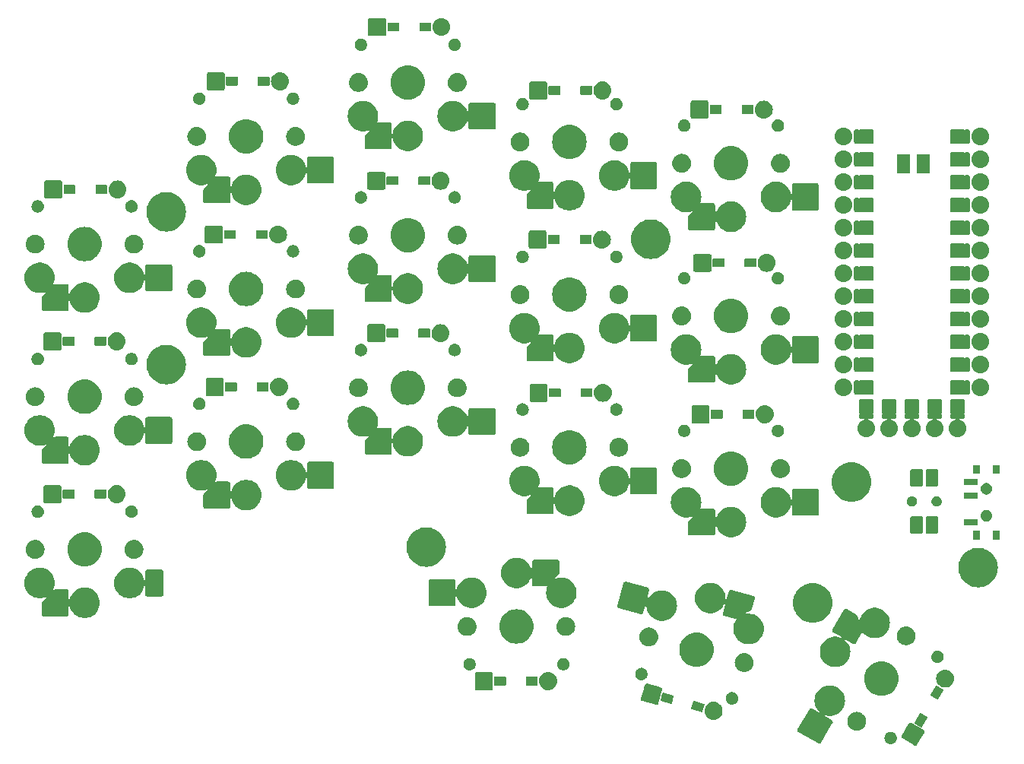
<source format=gts>
G04 #@! TF.GenerationSoftware,KiCad,Pcbnew,8.0.6*
G04 #@! TF.CreationDate,2024-11-01T11:01:02+01:00*
G04 #@! TF.ProjectId,temper,74656d70-6572-42e6-9b69-6361645f7063,1.0*
G04 #@! TF.SameCoordinates,Original*
G04 #@! TF.FileFunction,Soldermask,Top*
G04 #@! TF.FilePolarity,Negative*
%FSLAX46Y46*%
G04 Gerber Fmt 4.6, Leading zero omitted, Abs format (unit mm)*
G04 Created by KiCad (PCBNEW 8.0.6) date 2024-11-01 11:01:02*
%MOMM*%
%LPD*%
G01*
G04 APERTURE LIST*
G04 APERTURE END LIST*
G36*
X177977346Y-123726317D02*
G01*
X177981612Y-123728780D01*
X179358719Y-124523851D01*
X179358727Y-124523858D01*
X179362986Y-124526317D01*
X179421657Y-124577769D01*
X179456171Y-124647758D01*
X179461276Y-124725627D01*
X179436191Y-124799522D01*
X179104274Y-125374418D01*
X178638656Y-126180895D01*
X178638651Y-126180899D01*
X178636191Y-126185162D01*
X178584739Y-126243833D01*
X178514750Y-126278347D01*
X178436881Y-126283452D01*
X178362986Y-126258367D01*
X178009895Y-126054510D01*
X176981612Y-125460832D01*
X176981605Y-125460826D01*
X176977346Y-125458367D01*
X176918675Y-125406915D01*
X176884161Y-125336926D01*
X176879056Y-125259057D01*
X176904141Y-125185162D01*
X176906603Y-125180897D01*
X176906604Y-125180895D01*
X177701675Y-123803788D01*
X177701683Y-123803777D01*
X177704141Y-123799522D01*
X177755593Y-123740851D01*
X177825582Y-123706337D01*
X177903451Y-123701232D01*
X177977346Y-123726317D01*
G37*
G36*
X175729500Y-124720423D02*
G01*
X175771116Y-124720423D01*
X175806161Y-124729060D01*
X175841957Y-124733094D01*
X175888257Y-124749295D01*
X175933864Y-124760536D01*
X175960832Y-124774690D01*
X175988850Y-124784494D01*
X176036200Y-124814246D01*
X176082282Y-124838432D01*
X176100799Y-124854837D01*
X176120618Y-124867290D01*
X176165364Y-124912036D01*
X176207747Y-124949584D01*
X176218521Y-124965193D01*
X176230669Y-124977341D01*
X176268861Y-125038124D01*
X176302965Y-125087531D01*
X176307621Y-125099809D01*
X176313465Y-125109109D01*
X176341099Y-125188083D01*
X176362403Y-125244257D01*
X176363278Y-125251468D01*
X176364865Y-125256002D01*
X176378207Y-125374416D01*
X176382607Y-125410653D01*
X176378206Y-125446892D01*
X176364865Y-125565303D01*
X176363278Y-125569836D01*
X176362403Y-125577049D01*
X176341094Y-125633234D01*
X176313465Y-125712196D01*
X176307622Y-125721494D01*
X176302965Y-125733775D01*
X176268854Y-125783191D01*
X176230669Y-125843964D01*
X176218523Y-125856109D01*
X176207747Y-125871722D01*
X176165355Y-125909277D01*
X176120618Y-125954015D01*
X176100803Y-125966465D01*
X176082282Y-125982874D01*
X176036190Y-126007064D01*
X175988850Y-126036811D01*
X175960838Y-126046612D01*
X175933864Y-126060770D01*
X175888247Y-126072013D01*
X175841957Y-126088211D01*
X175806169Y-126092243D01*
X175771116Y-126100883D01*
X175729491Y-126100883D01*
X175687307Y-126105636D01*
X175645123Y-126100883D01*
X175603498Y-126100883D01*
X175568445Y-126092243D01*
X175532656Y-126088211D01*
X175486362Y-126072012D01*
X175440750Y-126060770D01*
X175413777Y-126046613D01*
X175385763Y-126036811D01*
X175338417Y-126007061D01*
X175292332Y-125982874D01*
X175273812Y-125966467D01*
X175253995Y-125954015D01*
X175209249Y-125909269D01*
X175166867Y-125871722D01*
X175156092Y-125856112D01*
X175143944Y-125843964D01*
X175105747Y-125783175D01*
X175071649Y-125733775D01*
X175066993Y-125721498D01*
X175061148Y-125712196D01*
X175033506Y-125633200D01*
X175012211Y-125577049D01*
X175011335Y-125569840D01*
X175009748Y-125565303D01*
X174996393Y-125446777D01*
X174992007Y-125410653D01*
X174996392Y-125374531D01*
X175009748Y-125256002D01*
X175011335Y-125251463D01*
X175012211Y-125244257D01*
X175033501Y-125188117D01*
X175061148Y-125109109D01*
X175066994Y-125099805D01*
X175071649Y-125087531D01*
X175105740Y-125038140D01*
X175143944Y-124977341D01*
X175156094Y-124965190D01*
X175166867Y-124949584D01*
X175209240Y-124912044D01*
X175253995Y-124867290D01*
X175273816Y-124854835D01*
X175292332Y-124838432D01*
X175338407Y-124814249D01*
X175385763Y-124784494D01*
X175413783Y-124774689D01*
X175440750Y-124760536D01*
X175486353Y-124749296D01*
X175532656Y-124733094D01*
X175568453Y-124729060D01*
X175603498Y-124720423D01*
X175645114Y-124720423D01*
X175687307Y-124715669D01*
X175729500Y-124720423D01*
G37*
G36*
X169290691Y-119587750D02*
G01*
X169533485Y-119662642D01*
X169762405Y-119772884D01*
X169972338Y-119916013D01*
X170158593Y-120088833D01*
X170317011Y-120287483D01*
X170444052Y-120507525D01*
X170536879Y-120744043D01*
X170593417Y-120991755D01*
X170612405Y-121245127D01*
X170593417Y-121498499D01*
X170536879Y-121746211D01*
X170444052Y-121982729D01*
X170317011Y-122202771D01*
X170158593Y-122401421D01*
X169972338Y-122574241D01*
X169762405Y-122717370D01*
X169533485Y-122827612D01*
X169290691Y-122902504D01*
X169039446Y-122940373D01*
X168785364Y-122940373D01*
X168534119Y-122902504D01*
X168291325Y-122827612D01*
X168290476Y-122827203D01*
X168268511Y-122820428D01*
X168232775Y-122902335D01*
X169146471Y-123429856D01*
X169146479Y-123429863D01*
X169150738Y-123432322D01*
X169209409Y-123483775D01*
X169243923Y-123553763D01*
X169249027Y-123631632D01*
X169223943Y-123705527D01*
X168705186Y-124604040D01*
X167926408Y-125952926D01*
X167926403Y-125952930D01*
X167923943Y-125957193D01*
X167872490Y-126015864D01*
X167802502Y-126050378D01*
X167724633Y-126055482D01*
X167650738Y-126030398D01*
X167099596Y-125712196D01*
X165403338Y-124732863D01*
X165403331Y-124732857D01*
X165399072Y-124730398D01*
X165340401Y-124678945D01*
X165305887Y-124608957D01*
X165300783Y-124531088D01*
X165325867Y-124457193D01*
X165328329Y-124452928D01*
X165328330Y-124452926D01*
X166623401Y-122209793D01*
X166623409Y-122209782D01*
X166625867Y-122205527D01*
X166677320Y-122146856D01*
X166747308Y-122112342D01*
X166825177Y-122107238D01*
X166899072Y-122132322D01*
X166903338Y-122134785D01*
X167817034Y-122662307D01*
X167870100Y-122590405D01*
X167853253Y-122574773D01*
X167852472Y-122574241D01*
X167666217Y-122401421D01*
X167507799Y-122202771D01*
X167380758Y-121982729D01*
X167287931Y-121746211D01*
X167231393Y-121498499D01*
X167212405Y-121245127D01*
X167231393Y-120991755D01*
X167287931Y-120744043D01*
X167380758Y-120507525D01*
X167507799Y-120287483D01*
X167666217Y-120088833D01*
X167852472Y-119916013D01*
X168062405Y-119772884D01*
X168291325Y-119662642D01*
X168534119Y-119587750D01*
X168785364Y-119549881D01*
X169039446Y-119549881D01*
X169290691Y-119587750D01*
G37*
G36*
X171957679Y-122506936D02*
G01*
X172006943Y-122506936D01*
X172061808Y-122517192D01*
X172115020Y-122522433D01*
X172155444Y-122534695D01*
X172197532Y-122542563D01*
X172255819Y-122565143D01*
X172312162Y-122582235D01*
X172344356Y-122599443D01*
X172378333Y-122612606D01*
X172437369Y-122649160D01*
X172493849Y-122679349D01*
X172517579Y-122698824D01*
X172543178Y-122714674D01*
X172599895Y-122766378D01*
X172653099Y-122810041D01*
X172668864Y-122829250D01*
X172686467Y-122845298D01*
X172737573Y-122912974D01*
X172783791Y-122969291D01*
X172792728Y-122986011D01*
X172803310Y-123000024D01*
X172845412Y-123084577D01*
X172880905Y-123150978D01*
X172884689Y-123163455D01*
X172889736Y-123173589D01*
X172919547Y-123278365D01*
X172940707Y-123348120D01*
X172941402Y-123355177D01*
X172942795Y-123360073D01*
X172957268Y-123516266D01*
X172960900Y-123553140D01*
X172957267Y-123590016D01*
X172942795Y-123746206D01*
X172941402Y-123751100D01*
X172940707Y-123758160D01*
X172919542Y-123827929D01*
X172889736Y-123932690D01*
X172884690Y-123942822D01*
X172880905Y-123955302D01*
X172845405Y-124021716D01*
X172803310Y-124106255D01*
X172792730Y-124120265D01*
X172783791Y-124136989D01*
X172737564Y-124193316D01*
X172686467Y-124260981D01*
X172668867Y-124277025D01*
X172653099Y-124296239D01*
X172599884Y-124339910D01*
X172543178Y-124391605D01*
X172517584Y-124407451D01*
X172493849Y-124426931D01*
X172437358Y-124457126D01*
X172378333Y-124493673D01*
X172344363Y-124506832D01*
X172312162Y-124524045D01*
X172255807Y-124541139D01*
X172197532Y-124563716D01*
X172155451Y-124571582D01*
X172115020Y-124583847D01*
X172061805Y-124589088D01*
X172006943Y-124599344D01*
X171957679Y-124599344D01*
X171910000Y-124604040D01*
X171862321Y-124599344D01*
X171813057Y-124599344D01*
X171758194Y-124589088D01*
X171704980Y-124583847D01*
X171664550Y-124571582D01*
X171622467Y-124563716D01*
X171564187Y-124541138D01*
X171507838Y-124524045D01*
X171475639Y-124506834D01*
X171441666Y-124493673D01*
X171382634Y-124457122D01*
X171326151Y-124426931D01*
X171302418Y-124407454D01*
X171276821Y-124391605D01*
X171220105Y-124339902D01*
X171166901Y-124296239D01*
X171151135Y-124277028D01*
X171133532Y-124260981D01*
X171082423Y-124193301D01*
X171036209Y-124136989D01*
X171027272Y-124120269D01*
X171016689Y-124106255D01*
X170974579Y-124021689D01*
X170939095Y-123955302D01*
X170935310Y-123942827D01*
X170930263Y-123932690D01*
X170900441Y-123827876D01*
X170879293Y-123758160D01*
X170878598Y-123751106D01*
X170877204Y-123746206D01*
X170862715Y-123589845D01*
X170859100Y-123553140D01*
X170862714Y-123516437D01*
X170877204Y-123360073D01*
X170878598Y-123355172D01*
X170879293Y-123348120D01*
X170900436Y-123278418D01*
X170930263Y-123173589D01*
X170935311Y-123163449D01*
X170939095Y-123150978D01*
X170974572Y-123084604D01*
X171016689Y-123000024D01*
X171027274Y-122986007D01*
X171036209Y-122969291D01*
X171082413Y-122912989D01*
X171133532Y-122845298D01*
X171151138Y-122829247D01*
X171166901Y-122810041D01*
X171220094Y-122766386D01*
X171276821Y-122714674D01*
X171302423Y-122698821D01*
X171326151Y-122679349D01*
X171382622Y-122649164D01*
X171441666Y-122612606D01*
X171475646Y-122599441D01*
X171507838Y-122582235D01*
X171564175Y-122565145D01*
X171622467Y-122542563D01*
X171664556Y-122534695D01*
X171704980Y-122522433D01*
X171758191Y-122517192D01*
X171813057Y-122506936D01*
X171862321Y-122506936D01*
X171910000Y-122502240D01*
X171957679Y-122506936D01*
G37*
G36*
X179007316Y-122649883D02*
G01*
X179017723Y-122648790D01*
X179027492Y-122652540D01*
X179030105Y-122652884D01*
X179033509Y-122654849D01*
X179033516Y-122654852D01*
X179759367Y-123073922D01*
X179759369Y-123073924D01*
X179766227Y-123077884D01*
X179785210Y-123102623D01*
X179786621Y-123104190D01*
X179786654Y-123104504D01*
X179791853Y-123111280D01*
X179789358Y-123130228D01*
X179790452Y-123140633D01*
X179786701Y-123150402D01*
X179786358Y-123153015D01*
X179784392Y-123156419D01*
X179784391Y-123156423D01*
X179190318Y-124185387D01*
X179190316Y-124185387D01*
X179186358Y-124192245D01*
X179161611Y-124211233D01*
X179160051Y-124212639D01*
X179159737Y-124212671D01*
X179152962Y-124217871D01*
X179134010Y-124215375D01*
X179123608Y-124216469D01*
X179113841Y-124212720D01*
X179111227Y-124212376D01*
X179107819Y-124210408D01*
X179107815Y-124210407D01*
X178381964Y-123791337D01*
X178381962Y-123791335D01*
X178375105Y-123787376D01*
X178356121Y-123762636D01*
X178354710Y-123761069D01*
X178354676Y-123760753D01*
X178349479Y-123753980D01*
X178351973Y-123735035D01*
X178350879Y-123724626D01*
X178354630Y-123714852D01*
X178354974Y-123712245D01*
X178356935Y-123708847D01*
X178356940Y-123708836D01*
X178951013Y-122679872D01*
X178951017Y-122679868D01*
X178954974Y-122673015D01*
X178979705Y-122654037D01*
X178981280Y-122652620D01*
X178981596Y-122652586D01*
X178988370Y-122647389D01*
X179007316Y-122649883D01*
G37*
G36*
X156163523Y-121405348D02*
G01*
X156351116Y-121462253D01*
X156524003Y-121554663D01*
X156675540Y-121679026D01*
X156799903Y-121830563D01*
X156892313Y-122003450D01*
X156949218Y-122191043D01*
X156968433Y-122386133D01*
X156949218Y-122581223D01*
X156892313Y-122768816D01*
X156799903Y-122941703D01*
X156675540Y-123093240D01*
X156524003Y-123217603D01*
X156351116Y-123310013D01*
X156163523Y-123366918D01*
X155968433Y-123386133D01*
X155773343Y-123366918D01*
X155585750Y-123310013D01*
X155412863Y-123217603D01*
X155261326Y-123093240D01*
X155136963Y-122941703D01*
X155044553Y-122768816D01*
X154987648Y-122581223D01*
X154968433Y-122386133D01*
X154987648Y-122191043D01*
X155044553Y-122003450D01*
X155136963Y-121830563D01*
X155261326Y-121679026D01*
X155412863Y-121554663D01*
X155585750Y-121462253D01*
X155773343Y-121405348D01*
X155968433Y-121386133D01*
X156163523Y-121405348D01*
G37*
G36*
X153770866Y-121301407D02*
G01*
X153773478Y-121301064D01*
X153777275Y-121302081D01*
X153777280Y-121302082D01*
X154924939Y-121609597D01*
X154932589Y-121611647D01*
X154957328Y-121630630D01*
X154959097Y-121631779D01*
X154959210Y-121632074D01*
X154965985Y-121637273D01*
X154968479Y-121656222D01*
X154972229Y-121665989D01*
X154971135Y-121676392D01*
X154971480Y-121679008D01*
X154751484Y-122500045D01*
X154732493Y-122524793D01*
X154731351Y-122526553D01*
X154731056Y-122526665D01*
X154725858Y-122533441D01*
X154706907Y-122535936D01*
X154697141Y-122539685D01*
X154686738Y-122538591D01*
X154684123Y-122538936D01*
X153525012Y-122228353D01*
X153500269Y-122209367D01*
X153498503Y-122208220D01*
X153498389Y-122207924D01*
X153491616Y-122202727D01*
X153489121Y-122183780D01*
X153485371Y-122174010D01*
X153486464Y-122163603D01*
X153486121Y-122160992D01*
X153487138Y-122157195D01*
X153487139Y-122157189D01*
X153704067Y-121347604D01*
X153704067Y-121347602D01*
X153706117Y-121339955D01*
X153725096Y-121315220D01*
X153726249Y-121313446D01*
X153726545Y-121313332D01*
X153731743Y-121306559D01*
X153750688Y-121304064D01*
X153760459Y-121300314D01*
X153770866Y-121301407D01*
G37*
G36*
X148546209Y-119362078D02*
G01*
X149466391Y-119608639D01*
X150086931Y-119774912D01*
X150086933Y-119774913D01*
X150091691Y-119776188D01*
X150161680Y-119810703D01*
X150213132Y-119869374D01*
X150238216Y-119943268D01*
X150233112Y-120021137D01*
X149819002Y-121566619D01*
X149784487Y-121636608D01*
X149725816Y-121688060D01*
X149651922Y-121713144D01*
X149574053Y-121708040D01*
X148028571Y-121293930D01*
X147958582Y-121259415D01*
X147907130Y-121200744D01*
X147882046Y-121126850D01*
X147887150Y-121048981D01*
X148091192Y-120287483D01*
X148299984Y-119508258D01*
X148299985Y-119508254D01*
X148301260Y-119503499D01*
X148335775Y-119433510D01*
X148394446Y-119382058D01*
X148468340Y-119356974D01*
X148546209Y-119362078D01*
G37*
G36*
X158057286Y-120297694D02*
G01*
X158098902Y-120297694D01*
X158133947Y-120306331D01*
X158169743Y-120310365D01*
X158216043Y-120326566D01*
X158261650Y-120337807D01*
X158288618Y-120351961D01*
X158316636Y-120361765D01*
X158363986Y-120391517D01*
X158410068Y-120415703D01*
X158428585Y-120432108D01*
X158448404Y-120444561D01*
X158493150Y-120489307D01*
X158535533Y-120526855D01*
X158546307Y-120542464D01*
X158558455Y-120554612D01*
X158596647Y-120615395D01*
X158630751Y-120664802D01*
X158635407Y-120677080D01*
X158641251Y-120686380D01*
X158668885Y-120765354D01*
X158690189Y-120821528D01*
X158691064Y-120828739D01*
X158692651Y-120833273D01*
X158705993Y-120951687D01*
X158710393Y-120987924D01*
X158705992Y-121024163D01*
X158692651Y-121142574D01*
X158691064Y-121147107D01*
X158690189Y-121154320D01*
X158668880Y-121210505D01*
X158641251Y-121289467D01*
X158635408Y-121298765D01*
X158630751Y-121311046D01*
X158596640Y-121360462D01*
X158558455Y-121421235D01*
X158546309Y-121433380D01*
X158535533Y-121448993D01*
X158493141Y-121486548D01*
X158448404Y-121531286D01*
X158428589Y-121543736D01*
X158410068Y-121560145D01*
X158363976Y-121584335D01*
X158316636Y-121614082D01*
X158288624Y-121623883D01*
X158261650Y-121638041D01*
X158216033Y-121649284D01*
X158169743Y-121665482D01*
X158133955Y-121669514D01*
X158098902Y-121678154D01*
X158057277Y-121678154D01*
X158015093Y-121682907D01*
X157972909Y-121678154D01*
X157931284Y-121678154D01*
X157896231Y-121669514D01*
X157860442Y-121665482D01*
X157814148Y-121649283D01*
X157768536Y-121638041D01*
X157741563Y-121623884D01*
X157713549Y-121614082D01*
X157666203Y-121584332D01*
X157620118Y-121560145D01*
X157601598Y-121543738D01*
X157581781Y-121531286D01*
X157537035Y-121486540D01*
X157494653Y-121448993D01*
X157483878Y-121433383D01*
X157471730Y-121421235D01*
X157433533Y-121360446D01*
X157399435Y-121311046D01*
X157394779Y-121298769D01*
X157388934Y-121289467D01*
X157361292Y-121210471D01*
X157339997Y-121154320D01*
X157339121Y-121147111D01*
X157337534Y-121142574D01*
X157324179Y-121024048D01*
X157319793Y-120987924D01*
X157324178Y-120951802D01*
X157337534Y-120833273D01*
X157339121Y-120828734D01*
X157339997Y-120821528D01*
X157361287Y-120765388D01*
X157388934Y-120686380D01*
X157394780Y-120677076D01*
X157399435Y-120664802D01*
X157433526Y-120615411D01*
X157471730Y-120554612D01*
X157483880Y-120542461D01*
X157494653Y-120526855D01*
X157537026Y-120489315D01*
X157581781Y-120444561D01*
X157601602Y-120432106D01*
X157620118Y-120415703D01*
X157666193Y-120391520D01*
X157713549Y-120361765D01*
X157741569Y-120351960D01*
X157768536Y-120337807D01*
X157814139Y-120326567D01*
X157860442Y-120310365D01*
X157896239Y-120306331D01*
X157931284Y-120297694D01*
X157972900Y-120297694D01*
X158015093Y-120292940D01*
X158057286Y-120297694D01*
G37*
G36*
X150341829Y-120382599D02*
G01*
X150344441Y-120382256D01*
X150348238Y-120383273D01*
X150348243Y-120383274D01*
X151495902Y-120690789D01*
X151503552Y-120692839D01*
X151528291Y-120711822D01*
X151530060Y-120712971D01*
X151530173Y-120713266D01*
X151536948Y-120718465D01*
X151539442Y-120737414D01*
X151543192Y-120747181D01*
X151542098Y-120757584D01*
X151542443Y-120760200D01*
X151322447Y-121581237D01*
X151303456Y-121605985D01*
X151302314Y-121607745D01*
X151302019Y-121607857D01*
X151296821Y-121614633D01*
X151277870Y-121617128D01*
X151268104Y-121620877D01*
X151257701Y-121619783D01*
X151255086Y-121620128D01*
X150095975Y-121309545D01*
X150071232Y-121290559D01*
X150069466Y-121289412D01*
X150069352Y-121289116D01*
X150062579Y-121283919D01*
X150060084Y-121264972D01*
X150056334Y-121255202D01*
X150057427Y-121244795D01*
X150057084Y-121242184D01*
X150058101Y-121238387D01*
X150058102Y-121238381D01*
X150275030Y-120428796D01*
X150275030Y-120428794D01*
X150277080Y-120421147D01*
X150296059Y-120396412D01*
X150297212Y-120394638D01*
X150297508Y-120394524D01*
X150302706Y-120387751D01*
X150321651Y-120385256D01*
X150331422Y-120381506D01*
X150341829Y-120382599D01*
G37*
G36*
X180782316Y-119575493D02*
G01*
X180792723Y-119574400D01*
X180802492Y-119578150D01*
X180805105Y-119578494D01*
X180808509Y-119580459D01*
X180808516Y-119580462D01*
X181534367Y-119999532D01*
X181534369Y-119999534D01*
X181541227Y-120003494D01*
X181560210Y-120028233D01*
X181561621Y-120029800D01*
X181561654Y-120030114D01*
X181566853Y-120036890D01*
X181564358Y-120055838D01*
X181565452Y-120066243D01*
X181561701Y-120076012D01*
X181561358Y-120078625D01*
X181559392Y-120082029D01*
X181559391Y-120082033D01*
X180965318Y-121110997D01*
X180965316Y-121110997D01*
X180961358Y-121117855D01*
X180936611Y-121136843D01*
X180935051Y-121138249D01*
X180934737Y-121138281D01*
X180927962Y-121143481D01*
X180909010Y-121140985D01*
X180898608Y-121142079D01*
X180888841Y-121138330D01*
X180886227Y-121137986D01*
X180882819Y-121136018D01*
X180882815Y-121136017D01*
X180156964Y-120716947D01*
X180156962Y-120716945D01*
X180150105Y-120712986D01*
X180131121Y-120688246D01*
X180129710Y-120686679D01*
X180129676Y-120686363D01*
X180124479Y-120679590D01*
X180126973Y-120660645D01*
X180125879Y-120650236D01*
X180129630Y-120640462D01*
X180129974Y-120637855D01*
X180131935Y-120634457D01*
X180131940Y-120634446D01*
X180726013Y-119605482D01*
X180726017Y-119605478D01*
X180729974Y-119598625D01*
X180754705Y-119579647D01*
X180756280Y-119578230D01*
X180756596Y-119578196D01*
X180763370Y-119572999D01*
X180782316Y-119575493D01*
G37*
G36*
X174932462Y-116894987D02*
G01*
X175199377Y-116953051D01*
X175455312Y-117048510D01*
X175695057Y-117179420D01*
X175913731Y-117343117D01*
X176106883Y-117536269D01*
X176270580Y-117754943D01*
X176401490Y-117994688D01*
X176496949Y-118250623D01*
X176555013Y-118517538D01*
X176574500Y-118790000D01*
X176555013Y-119062462D01*
X176496949Y-119329377D01*
X176401490Y-119585312D01*
X176270580Y-119825057D01*
X176106883Y-120043731D01*
X175913731Y-120236883D01*
X175695057Y-120400580D01*
X175455312Y-120531490D01*
X175199377Y-120626949D01*
X174932462Y-120685013D01*
X174660000Y-120704500D01*
X174387538Y-120685013D01*
X174120623Y-120626949D01*
X173864688Y-120531490D01*
X173624943Y-120400580D01*
X173406269Y-120236883D01*
X173213117Y-120043731D01*
X173049420Y-119825057D01*
X172918510Y-119585312D01*
X172823051Y-119329377D01*
X172764987Y-119062462D01*
X172745500Y-118790000D01*
X172764987Y-118517538D01*
X172823051Y-118250623D01*
X172918510Y-117994688D01*
X173049420Y-117754943D01*
X173213117Y-117536269D01*
X173406269Y-117343117D01*
X173624943Y-117179420D01*
X173864688Y-117048510D01*
X174120623Y-116953051D01*
X174387538Y-116894987D01*
X174660000Y-116875500D01*
X174932462Y-116894987D01*
G37*
G36*
X131260137Y-118090424D02*
G01*
X131325021Y-118133779D01*
X131368376Y-118198663D01*
X131383600Y-118275200D01*
X131383600Y-119875200D01*
X131368376Y-119951737D01*
X131325021Y-120016621D01*
X131260137Y-120059976D01*
X131183600Y-120075200D01*
X129583600Y-120075200D01*
X129507063Y-120059976D01*
X129442179Y-120016621D01*
X129398824Y-119951737D01*
X129383600Y-119875200D01*
X129383600Y-118275200D01*
X129398824Y-118198663D01*
X129442179Y-118133779D01*
X129507063Y-118090424D01*
X129583600Y-118075200D01*
X131183600Y-118075200D01*
X131260137Y-118090424D01*
G37*
G36*
X137730690Y-118094415D02*
G01*
X137918283Y-118151320D01*
X138091170Y-118243730D01*
X138242707Y-118368093D01*
X138367070Y-118519630D01*
X138459480Y-118692517D01*
X138516385Y-118880110D01*
X138535600Y-119075200D01*
X138516385Y-119270290D01*
X138459480Y-119457883D01*
X138367070Y-119630770D01*
X138242707Y-119782307D01*
X138091170Y-119906670D01*
X137918283Y-119999080D01*
X137730690Y-120055985D01*
X137535600Y-120075200D01*
X137340510Y-120055985D01*
X137152917Y-119999080D01*
X136980030Y-119906670D01*
X136828493Y-119782307D01*
X136704130Y-119630770D01*
X136611720Y-119457883D01*
X136554815Y-119270290D01*
X136535600Y-119075200D01*
X136554815Y-118880110D01*
X136611720Y-118692517D01*
X136704130Y-118519630D01*
X136828493Y-118368093D01*
X136980030Y-118243730D01*
X137152917Y-118151320D01*
X137340510Y-118094415D01*
X137535600Y-118075200D01*
X137730690Y-118094415D01*
G37*
G36*
X181941256Y-117817743D02*
G01*
X182128849Y-117874648D01*
X182301736Y-117967058D01*
X182453273Y-118091421D01*
X182577636Y-118242958D01*
X182670046Y-118415845D01*
X182726951Y-118603438D01*
X182746166Y-118798528D01*
X182726951Y-118993618D01*
X182670046Y-119181211D01*
X182577636Y-119354098D01*
X182453273Y-119505635D01*
X182301736Y-119629998D01*
X182128849Y-119722408D01*
X181941256Y-119779313D01*
X181746166Y-119798528D01*
X181551076Y-119779313D01*
X181363483Y-119722408D01*
X181190596Y-119629998D01*
X181039059Y-119505635D01*
X180914696Y-119354098D01*
X180822286Y-119181211D01*
X180765381Y-118993618D01*
X180746166Y-118798528D01*
X180765381Y-118603438D01*
X180822286Y-118415845D01*
X180914696Y-118242958D01*
X181039059Y-118091421D01*
X181190596Y-117967058D01*
X181363483Y-117874648D01*
X181551076Y-117817743D01*
X181746166Y-117798528D01*
X181941256Y-117817743D01*
G37*
G36*
X132813408Y-118607132D02*
G01*
X132815416Y-118607785D01*
X132815602Y-118608041D01*
X132823491Y-118611309D01*
X132830805Y-118628967D01*
X132836954Y-118637431D01*
X132838591Y-118647764D01*
X132839600Y-118650200D01*
X132839600Y-119500200D01*
X132827662Y-119529019D01*
X132827014Y-119531016D01*
X132826759Y-119531201D01*
X132823491Y-119539091D01*
X132805829Y-119546406D01*
X132797368Y-119552554D01*
X132787036Y-119554190D01*
X132784600Y-119555200D01*
X132780667Y-119555200D01*
X131592519Y-119555200D01*
X131584600Y-119555200D01*
X131555784Y-119543264D01*
X131553783Y-119542614D01*
X131553597Y-119542358D01*
X131545709Y-119539091D01*
X131538394Y-119521433D01*
X131532245Y-119512968D01*
X131530608Y-119502634D01*
X131529600Y-119500200D01*
X131529600Y-118650200D01*
X131541531Y-118621394D01*
X131542185Y-118619383D01*
X131542442Y-118619196D01*
X131545709Y-118611309D01*
X131563364Y-118603995D01*
X131571831Y-118597845D01*
X131582165Y-118596208D01*
X131584600Y-118595200D01*
X132784600Y-118595200D01*
X132813408Y-118607132D01*
G37*
G36*
X136363408Y-118607132D02*
G01*
X136365416Y-118607785D01*
X136365602Y-118608041D01*
X136373491Y-118611309D01*
X136380805Y-118628967D01*
X136386954Y-118637431D01*
X136388591Y-118647764D01*
X136389600Y-118650200D01*
X136389600Y-119500200D01*
X136377662Y-119529019D01*
X136377014Y-119531016D01*
X136376759Y-119531201D01*
X136373491Y-119539091D01*
X136355829Y-119546406D01*
X136347368Y-119552554D01*
X136337036Y-119554190D01*
X136334600Y-119555200D01*
X136330667Y-119555200D01*
X135142519Y-119555200D01*
X135134600Y-119555200D01*
X135105784Y-119543264D01*
X135103783Y-119542614D01*
X135103597Y-119542358D01*
X135095709Y-119539091D01*
X135088394Y-119521433D01*
X135082245Y-119512968D01*
X135080608Y-119502634D01*
X135079600Y-119500200D01*
X135079600Y-118650200D01*
X135091531Y-118621394D01*
X135092185Y-118619383D01*
X135092442Y-118619196D01*
X135095709Y-118611309D01*
X135113364Y-118603995D01*
X135121831Y-118597845D01*
X135132165Y-118596208D01*
X135134600Y-118595200D01*
X136334600Y-118595200D01*
X136363408Y-118607132D01*
G37*
G36*
X147973020Y-117595623D02*
G01*
X148014636Y-117595623D01*
X148049681Y-117604260D01*
X148085477Y-117608294D01*
X148131777Y-117624495D01*
X148177384Y-117635736D01*
X148204352Y-117649890D01*
X148232370Y-117659694D01*
X148279720Y-117689446D01*
X148325802Y-117713632D01*
X148344319Y-117730037D01*
X148364138Y-117742490D01*
X148408884Y-117787236D01*
X148451267Y-117824784D01*
X148462041Y-117840393D01*
X148474189Y-117852541D01*
X148512381Y-117913324D01*
X148546485Y-117962731D01*
X148551141Y-117975009D01*
X148556985Y-117984309D01*
X148584619Y-118063283D01*
X148605923Y-118119457D01*
X148606798Y-118126668D01*
X148608385Y-118131202D01*
X148621727Y-118249616D01*
X148626127Y-118285853D01*
X148621726Y-118322092D01*
X148608385Y-118440503D01*
X148606798Y-118445036D01*
X148605923Y-118452249D01*
X148584614Y-118508434D01*
X148556985Y-118587396D01*
X148551142Y-118596694D01*
X148546485Y-118608975D01*
X148512374Y-118658391D01*
X148474189Y-118719164D01*
X148462043Y-118731309D01*
X148451267Y-118746922D01*
X148408875Y-118784477D01*
X148364138Y-118829215D01*
X148344323Y-118841665D01*
X148325802Y-118858074D01*
X148279710Y-118882264D01*
X148232370Y-118912011D01*
X148204358Y-118921812D01*
X148177384Y-118935970D01*
X148131767Y-118947213D01*
X148085477Y-118963411D01*
X148049689Y-118967443D01*
X148014636Y-118976083D01*
X147973011Y-118976083D01*
X147930827Y-118980836D01*
X147888643Y-118976083D01*
X147847018Y-118976083D01*
X147811965Y-118967443D01*
X147776176Y-118963411D01*
X147729882Y-118947212D01*
X147684270Y-118935970D01*
X147657297Y-118921813D01*
X147629283Y-118912011D01*
X147581937Y-118882261D01*
X147535852Y-118858074D01*
X147517332Y-118841667D01*
X147497515Y-118829215D01*
X147452769Y-118784469D01*
X147410387Y-118746922D01*
X147399612Y-118731312D01*
X147387464Y-118719164D01*
X147349267Y-118658375D01*
X147315169Y-118608975D01*
X147310513Y-118596698D01*
X147304668Y-118587396D01*
X147277026Y-118508400D01*
X147255731Y-118452249D01*
X147254855Y-118445040D01*
X147253268Y-118440503D01*
X147239913Y-118321977D01*
X147235527Y-118285853D01*
X147239912Y-118249731D01*
X147253268Y-118131202D01*
X147254855Y-118126663D01*
X147255731Y-118119457D01*
X147277021Y-118063317D01*
X147304668Y-117984309D01*
X147310514Y-117975005D01*
X147315169Y-117962731D01*
X147349260Y-117913340D01*
X147387464Y-117852541D01*
X147399614Y-117840390D01*
X147410387Y-117824784D01*
X147452760Y-117787244D01*
X147497515Y-117742490D01*
X147517336Y-117730035D01*
X147535852Y-117713632D01*
X147581927Y-117689449D01*
X147629283Y-117659694D01*
X147657303Y-117649889D01*
X147684270Y-117635736D01*
X147729873Y-117624496D01*
X147776176Y-117608294D01*
X147811973Y-117604260D01*
X147847018Y-117595623D01*
X147888634Y-117595623D01*
X147930827Y-117590869D01*
X147973020Y-117595623D01*
G37*
G36*
X159420271Y-115957301D02*
G01*
X159469535Y-115957301D01*
X159524400Y-115967557D01*
X159577612Y-115972798D01*
X159618036Y-115985060D01*
X159660124Y-115992928D01*
X159718411Y-116015508D01*
X159774754Y-116032600D01*
X159806948Y-116049808D01*
X159840925Y-116062971D01*
X159899961Y-116099525D01*
X159956441Y-116129714D01*
X159980171Y-116149189D01*
X160005770Y-116165039D01*
X160062487Y-116216743D01*
X160115691Y-116260406D01*
X160131456Y-116279615D01*
X160149059Y-116295663D01*
X160200165Y-116363339D01*
X160246383Y-116419656D01*
X160255320Y-116436376D01*
X160265902Y-116450389D01*
X160308004Y-116534942D01*
X160343497Y-116601343D01*
X160347281Y-116613820D01*
X160352328Y-116623954D01*
X160382139Y-116728730D01*
X160403299Y-116798485D01*
X160403994Y-116805542D01*
X160405387Y-116810438D01*
X160419860Y-116966631D01*
X160423492Y-117003505D01*
X160419859Y-117040381D01*
X160405387Y-117196571D01*
X160403994Y-117201465D01*
X160403299Y-117208525D01*
X160382134Y-117278294D01*
X160352328Y-117383055D01*
X160347282Y-117393187D01*
X160343497Y-117405667D01*
X160307997Y-117472081D01*
X160265902Y-117556620D01*
X160255322Y-117570630D01*
X160246383Y-117587354D01*
X160200156Y-117643681D01*
X160149059Y-117711346D01*
X160131459Y-117727390D01*
X160115691Y-117746604D01*
X160062476Y-117790275D01*
X160005770Y-117841970D01*
X159980176Y-117857816D01*
X159956441Y-117877296D01*
X159899950Y-117907491D01*
X159840925Y-117944038D01*
X159806955Y-117957197D01*
X159774754Y-117974410D01*
X159718399Y-117991504D01*
X159660124Y-118014081D01*
X159618043Y-118021947D01*
X159577612Y-118034212D01*
X159524397Y-118039453D01*
X159469535Y-118049709D01*
X159420271Y-118049709D01*
X159372592Y-118054405D01*
X159324913Y-118049709D01*
X159275649Y-118049709D01*
X159220786Y-118039453D01*
X159167572Y-118034212D01*
X159127142Y-118021947D01*
X159085059Y-118014081D01*
X159026779Y-117991503D01*
X158970430Y-117974410D01*
X158938231Y-117957199D01*
X158904258Y-117944038D01*
X158845226Y-117907487D01*
X158788743Y-117877296D01*
X158765010Y-117857819D01*
X158739413Y-117841970D01*
X158682697Y-117790267D01*
X158629493Y-117746604D01*
X158613727Y-117727393D01*
X158596124Y-117711346D01*
X158545015Y-117643666D01*
X158498801Y-117587354D01*
X158489864Y-117570634D01*
X158479281Y-117556620D01*
X158437171Y-117472054D01*
X158401687Y-117405667D01*
X158397902Y-117393192D01*
X158392855Y-117383055D01*
X158363033Y-117278241D01*
X158341885Y-117208525D01*
X158341190Y-117201471D01*
X158339796Y-117196571D01*
X158325307Y-117040210D01*
X158321692Y-117003505D01*
X158325306Y-116966802D01*
X158339796Y-116810438D01*
X158341190Y-116805537D01*
X158341885Y-116798485D01*
X158363028Y-116728783D01*
X158392855Y-116623954D01*
X158397903Y-116613814D01*
X158401687Y-116601343D01*
X158437164Y-116534969D01*
X158479281Y-116450389D01*
X158489866Y-116436372D01*
X158498801Y-116419656D01*
X158545005Y-116363354D01*
X158596124Y-116295663D01*
X158613730Y-116279612D01*
X158629493Y-116260406D01*
X158682686Y-116216751D01*
X158739413Y-116165039D01*
X158765015Y-116149186D01*
X158788743Y-116129714D01*
X158845214Y-116099529D01*
X158904258Y-116062971D01*
X158938238Y-116049806D01*
X158970430Y-116032600D01*
X159026767Y-116015510D01*
X159085059Y-115992928D01*
X159127148Y-115985060D01*
X159167572Y-115972798D01*
X159220783Y-115967557D01*
X159275649Y-115957301D01*
X159324913Y-115957301D01*
X159372592Y-115952605D01*
X159420271Y-115957301D01*
G37*
G36*
X128832193Y-116499770D02*
G01*
X128873809Y-116499770D01*
X128908854Y-116508407D01*
X128944650Y-116512441D01*
X128990950Y-116528642D01*
X129036557Y-116539883D01*
X129063525Y-116554037D01*
X129091543Y-116563841D01*
X129138893Y-116593593D01*
X129184975Y-116617779D01*
X129203492Y-116634184D01*
X129223311Y-116646637D01*
X129268057Y-116691383D01*
X129310440Y-116728931D01*
X129321214Y-116744540D01*
X129333362Y-116756688D01*
X129371554Y-116817471D01*
X129405658Y-116866878D01*
X129410314Y-116879156D01*
X129416158Y-116888456D01*
X129443792Y-116967430D01*
X129465096Y-117023604D01*
X129465971Y-117030815D01*
X129467558Y-117035349D01*
X129480900Y-117153763D01*
X129485300Y-117190000D01*
X129480899Y-117226239D01*
X129467558Y-117344650D01*
X129465971Y-117349183D01*
X129465096Y-117356396D01*
X129443787Y-117412581D01*
X129416158Y-117491543D01*
X129410315Y-117500841D01*
X129405658Y-117513122D01*
X129371547Y-117562538D01*
X129333362Y-117623311D01*
X129321216Y-117635456D01*
X129310440Y-117651069D01*
X129268048Y-117688624D01*
X129223311Y-117733362D01*
X129203496Y-117745812D01*
X129184975Y-117762221D01*
X129138883Y-117786411D01*
X129091543Y-117816158D01*
X129063531Y-117825959D01*
X129036557Y-117840117D01*
X128990940Y-117851360D01*
X128944650Y-117867558D01*
X128908862Y-117871590D01*
X128873809Y-117880230D01*
X128832184Y-117880230D01*
X128790000Y-117884983D01*
X128747816Y-117880230D01*
X128706191Y-117880230D01*
X128671138Y-117871590D01*
X128635349Y-117867558D01*
X128589055Y-117851359D01*
X128543443Y-117840117D01*
X128516470Y-117825960D01*
X128488456Y-117816158D01*
X128441110Y-117786408D01*
X128395025Y-117762221D01*
X128376505Y-117745814D01*
X128356688Y-117733362D01*
X128311942Y-117688616D01*
X128269560Y-117651069D01*
X128258785Y-117635459D01*
X128246637Y-117623311D01*
X128208440Y-117562522D01*
X128174342Y-117513122D01*
X128169686Y-117500845D01*
X128163841Y-117491543D01*
X128136199Y-117412547D01*
X128114904Y-117356396D01*
X128114028Y-117349187D01*
X128112441Y-117344650D01*
X128099086Y-117226124D01*
X128094700Y-117190000D01*
X128099085Y-117153878D01*
X128112441Y-117035349D01*
X128114028Y-117030810D01*
X128114904Y-117023604D01*
X128136194Y-116967464D01*
X128163841Y-116888456D01*
X128169687Y-116879152D01*
X128174342Y-116866878D01*
X128208433Y-116817487D01*
X128246637Y-116756688D01*
X128258787Y-116744537D01*
X128269560Y-116728931D01*
X128311933Y-116691391D01*
X128356688Y-116646637D01*
X128376509Y-116634182D01*
X128395025Y-116617779D01*
X128441100Y-116593596D01*
X128488456Y-116563841D01*
X128516476Y-116554036D01*
X128543443Y-116539883D01*
X128589046Y-116528643D01*
X128635349Y-116512441D01*
X128671146Y-116508407D01*
X128706191Y-116499770D01*
X128747807Y-116499770D01*
X128790000Y-116495016D01*
X128832193Y-116499770D01*
G37*
G36*
X139272193Y-116499770D02*
G01*
X139313809Y-116499770D01*
X139348854Y-116508407D01*
X139384650Y-116512441D01*
X139430950Y-116528642D01*
X139476557Y-116539883D01*
X139503525Y-116554037D01*
X139531543Y-116563841D01*
X139578893Y-116593593D01*
X139624975Y-116617779D01*
X139643492Y-116634184D01*
X139663311Y-116646637D01*
X139708057Y-116691383D01*
X139750440Y-116728931D01*
X139761214Y-116744540D01*
X139773362Y-116756688D01*
X139811554Y-116817471D01*
X139845658Y-116866878D01*
X139850314Y-116879156D01*
X139856158Y-116888456D01*
X139883792Y-116967430D01*
X139905096Y-117023604D01*
X139905971Y-117030815D01*
X139907558Y-117035349D01*
X139920900Y-117153763D01*
X139925300Y-117190000D01*
X139920899Y-117226239D01*
X139907558Y-117344650D01*
X139905971Y-117349183D01*
X139905096Y-117356396D01*
X139883787Y-117412581D01*
X139856158Y-117491543D01*
X139850315Y-117500841D01*
X139845658Y-117513122D01*
X139811547Y-117562538D01*
X139773362Y-117623311D01*
X139761216Y-117635456D01*
X139750440Y-117651069D01*
X139708048Y-117688624D01*
X139663311Y-117733362D01*
X139643496Y-117745812D01*
X139624975Y-117762221D01*
X139578883Y-117786411D01*
X139531543Y-117816158D01*
X139503531Y-117825959D01*
X139476557Y-117840117D01*
X139430940Y-117851360D01*
X139384650Y-117867558D01*
X139348862Y-117871590D01*
X139313809Y-117880230D01*
X139272184Y-117880230D01*
X139230000Y-117884983D01*
X139187816Y-117880230D01*
X139146191Y-117880230D01*
X139111138Y-117871590D01*
X139075349Y-117867558D01*
X139029055Y-117851359D01*
X138983443Y-117840117D01*
X138956470Y-117825960D01*
X138928456Y-117816158D01*
X138881110Y-117786408D01*
X138835025Y-117762221D01*
X138816505Y-117745814D01*
X138796688Y-117733362D01*
X138751942Y-117688616D01*
X138709560Y-117651069D01*
X138698785Y-117635459D01*
X138686637Y-117623311D01*
X138648440Y-117562522D01*
X138614342Y-117513122D01*
X138609686Y-117500845D01*
X138603841Y-117491543D01*
X138576199Y-117412547D01*
X138554904Y-117356396D01*
X138554028Y-117349187D01*
X138552441Y-117344650D01*
X138539086Y-117226124D01*
X138534700Y-117190000D01*
X138539085Y-117153878D01*
X138552441Y-117035349D01*
X138554028Y-117030810D01*
X138554904Y-117023604D01*
X138576194Y-116967464D01*
X138603841Y-116888456D01*
X138609687Y-116879152D01*
X138614342Y-116866878D01*
X138648433Y-116817487D01*
X138686637Y-116756688D01*
X138698787Y-116744537D01*
X138709560Y-116728931D01*
X138751933Y-116691391D01*
X138796688Y-116646637D01*
X138816509Y-116634182D01*
X138835025Y-116617779D01*
X138881100Y-116593596D01*
X138928456Y-116563841D01*
X138956476Y-116554036D01*
X138983443Y-116539883D01*
X139029046Y-116528643D01*
X139075349Y-116512441D01*
X139111146Y-116508407D01*
X139146191Y-116499770D01*
X139187807Y-116499770D01*
X139230000Y-116495016D01*
X139272193Y-116499770D01*
G37*
G36*
X174290691Y-110927496D02*
G01*
X174533485Y-111002388D01*
X174762405Y-111112630D01*
X174972338Y-111255759D01*
X175158593Y-111428579D01*
X175317011Y-111627229D01*
X175444052Y-111847271D01*
X175536879Y-112083789D01*
X175593417Y-112331501D01*
X175612405Y-112584873D01*
X175593417Y-112838245D01*
X175536879Y-113085957D01*
X175444052Y-113322475D01*
X175317011Y-113542517D01*
X175158593Y-113741167D01*
X174972338Y-113913987D01*
X174762405Y-114057116D01*
X174533485Y-114167358D01*
X174290691Y-114242250D01*
X174039446Y-114280119D01*
X173785364Y-114280119D01*
X173534119Y-114242250D01*
X173291325Y-114167358D01*
X173062405Y-114057116D01*
X172852472Y-113913987D01*
X172666217Y-113741167D01*
X172532567Y-113573575D01*
X172465152Y-113599670D01*
X172468770Y-113654872D01*
X172443687Y-113728766D01*
X172441225Y-113733029D01*
X172441224Y-113733034D01*
X171796152Y-114850332D01*
X171796149Y-114850334D01*
X171793687Y-114854600D01*
X171742234Y-114913271D01*
X171672246Y-114947785D01*
X171594377Y-114952889D01*
X171520482Y-114927805D01*
X170670017Y-114436789D01*
X170602519Y-114397819D01*
X170549453Y-114469721D01*
X170566300Y-114485353D01*
X170567082Y-114485886D01*
X170753337Y-114658706D01*
X170911755Y-114857356D01*
X171038796Y-115077398D01*
X171131623Y-115313916D01*
X171188161Y-115561628D01*
X171207149Y-115815000D01*
X171188161Y-116068372D01*
X171131623Y-116316084D01*
X171038796Y-116552602D01*
X170911755Y-116772644D01*
X170753337Y-116971294D01*
X170567082Y-117144114D01*
X170357149Y-117287243D01*
X170128229Y-117397485D01*
X169885435Y-117472377D01*
X169634190Y-117510246D01*
X169380108Y-117510246D01*
X169128863Y-117472377D01*
X168886069Y-117397485D01*
X168657149Y-117287243D01*
X168447216Y-117144114D01*
X168260961Y-116971294D01*
X168102543Y-116772644D01*
X167975502Y-116552602D01*
X167882675Y-116316084D01*
X167826137Y-116068372D01*
X167807149Y-115815000D01*
X167826137Y-115561628D01*
X167882675Y-115313916D01*
X167975502Y-115077398D01*
X168102543Y-114857356D01*
X168260961Y-114658706D01*
X168447216Y-114485886D01*
X168657149Y-114342757D01*
X168886069Y-114232515D01*
X169128863Y-114157623D01*
X169380108Y-114119754D01*
X169634190Y-114119754D01*
X169885435Y-114157623D01*
X170128229Y-114232515D01*
X170129072Y-114232921D01*
X170151042Y-114239698D01*
X170186777Y-114157790D01*
X169972620Y-114034146D01*
X169273082Y-113630270D01*
X169273075Y-113630264D01*
X169268816Y-113627805D01*
X169210145Y-113576352D01*
X169175631Y-113506364D01*
X169170527Y-113428495D01*
X169195611Y-113354600D01*
X169198073Y-113350335D01*
X169198074Y-113350333D01*
X170493145Y-111107200D01*
X170493153Y-111107189D01*
X170495611Y-111102934D01*
X170547064Y-111044263D01*
X170617052Y-111009749D01*
X170694921Y-111004645D01*
X170768816Y-111029729D01*
X170773082Y-111032192D01*
X171890382Y-111677263D01*
X171890390Y-111677270D01*
X171894649Y-111679729D01*
X171953320Y-111731182D01*
X171987833Y-111801169D01*
X171989107Y-111805926D01*
X171989108Y-111805927D01*
X172144092Y-112384334D01*
X172228023Y-112376464D01*
X172231393Y-112331501D01*
X172287931Y-112083789D01*
X172380758Y-111847271D01*
X172507799Y-111627229D01*
X172666217Y-111428579D01*
X172852472Y-111255759D01*
X173062405Y-111112630D01*
X173291325Y-111002388D01*
X173534119Y-110927496D01*
X173785364Y-110889627D01*
X174039446Y-110889627D01*
X174290691Y-110927496D01*
G37*
G36*
X154332462Y-113684987D02*
G01*
X154599377Y-113743051D01*
X154855312Y-113838510D01*
X155095057Y-113969420D01*
X155313731Y-114133117D01*
X155506883Y-114326269D01*
X155670580Y-114544943D01*
X155801490Y-114784688D01*
X155896949Y-115040623D01*
X155955013Y-115307538D01*
X155974500Y-115580000D01*
X155955013Y-115852462D01*
X155896949Y-116119377D01*
X155801490Y-116375312D01*
X155670580Y-116615057D01*
X155506883Y-116833731D01*
X155313731Y-117026883D01*
X155095057Y-117190580D01*
X154855312Y-117321490D01*
X154599377Y-117416949D01*
X154332462Y-117475013D01*
X154060000Y-117494500D01*
X153787538Y-117475013D01*
X153520623Y-117416949D01*
X153264688Y-117321490D01*
X153024943Y-117190580D01*
X152806269Y-117026883D01*
X152613117Y-116833731D01*
X152449420Y-116615057D01*
X152318510Y-116375312D01*
X152223051Y-116119377D01*
X152164987Y-115852462D01*
X152145500Y-115580000D01*
X152164987Y-115307538D01*
X152223051Y-115040623D01*
X152318510Y-114784688D01*
X152449420Y-114544943D01*
X152613117Y-114326269D01*
X152806269Y-114133117D01*
X153024943Y-113969420D01*
X153264688Y-113838510D01*
X153520623Y-113743051D01*
X153787538Y-113684987D01*
X154060000Y-113665500D01*
X154332462Y-113684987D01*
G37*
G36*
X180949500Y-115679117D02*
G01*
X180991116Y-115679117D01*
X181026161Y-115687754D01*
X181061957Y-115691788D01*
X181108257Y-115707989D01*
X181153864Y-115719230D01*
X181180832Y-115733384D01*
X181208850Y-115743188D01*
X181256200Y-115772940D01*
X181302282Y-115797126D01*
X181320799Y-115813531D01*
X181340618Y-115825984D01*
X181385364Y-115870730D01*
X181427747Y-115908278D01*
X181438521Y-115923887D01*
X181450669Y-115936035D01*
X181488861Y-115996818D01*
X181522965Y-116046225D01*
X181527621Y-116058503D01*
X181533465Y-116067803D01*
X181561099Y-116146777D01*
X181582403Y-116202951D01*
X181583278Y-116210162D01*
X181584865Y-116214696D01*
X181598207Y-116333110D01*
X181602607Y-116369347D01*
X181598206Y-116405586D01*
X181584865Y-116523997D01*
X181583278Y-116528530D01*
X181582403Y-116535743D01*
X181561094Y-116591928D01*
X181533465Y-116670890D01*
X181527622Y-116680188D01*
X181522965Y-116692469D01*
X181488854Y-116741885D01*
X181450669Y-116802658D01*
X181438523Y-116814803D01*
X181427747Y-116830416D01*
X181385355Y-116867971D01*
X181340618Y-116912709D01*
X181320803Y-116925159D01*
X181302282Y-116941568D01*
X181256190Y-116965758D01*
X181208850Y-116995505D01*
X181180838Y-117005306D01*
X181153864Y-117019464D01*
X181108247Y-117030707D01*
X181061957Y-117046905D01*
X181026169Y-117050937D01*
X180991116Y-117059577D01*
X180949491Y-117059577D01*
X180907307Y-117064330D01*
X180865123Y-117059577D01*
X180823498Y-117059577D01*
X180788445Y-117050937D01*
X180752656Y-117046905D01*
X180706362Y-117030706D01*
X180660750Y-117019464D01*
X180633777Y-117005307D01*
X180605763Y-116995505D01*
X180558417Y-116965755D01*
X180512332Y-116941568D01*
X180493812Y-116925161D01*
X180473995Y-116912709D01*
X180429249Y-116867963D01*
X180386867Y-116830416D01*
X180376092Y-116814806D01*
X180363944Y-116802658D01*
X180325747Y-116741869D01*
X180291649Y-116692469D01*
X180286993Y-116680192D01*
X180281148Y-116670890D01*
X180253506Y-116591894D01*
X180232211Y-116535743D01*
X180231335Y-116528534D01*
X180229748Y-116523997D01*
X180216393Y-116405471D01*
X180212007Y-116369347D01*
X180216392Y-116333225D01*
X180229748Y-116214696D01*
X180231335Y-116210157D01*
X180232211Y-116202951D01*
X180253501Y-116146811D01*
X180281148Y-116067803D01*
X180286994Y-116058499D01*
X180291649Y-116046225D01*
X180325740Y-115996834D01*
X180363944Y-115936035D01*
X180376094Y-115923884D01*
X180386867Y-115908278D01*
X180429240Y-115870738D01*
X180473995Y-115825984D01*
X180493816Y-115813529D01*
X180512332Y-115797126D01*
X180558407Y-115772943D01*
X180605763Y-115743188D01*
X180633783Y-115733383D01*
X180660750Y-115719230D01*
X180706353Y-115707990D01*
X180752656Y-115691788D01*
X180788453Y-115687754D01*
X180823498Y-115679117D01*
X180865114Y-115679117D01*
X180907307Y-115674363D01*
X180949500Y-115679117D01*
G37*
G36*
X148795087Y-113110291D02*
G01*
X148844351Y-113110291D01*
X148899216Y-113120547D01*
X148952428Y-113125788D01*
X148992852Y-113138050D01*
X149034940Y-113145918D01*
X149093227Y-113168498D01*
X149149570Y-113185590D01*
X149181764Y-113202798D01*
X149215741Y-113215961D01*
X149274777Y-113252515D01*
X149331257Y-113282704D01*
X149354987Y-113302179D01*
X149380586Y-113318029D01*
X149437303Y-113369733D01*
X149490507Y-113413396D01*
X149506272Y-113432605D01*
X149523875Y-113448653D01*
X149574981Y-113516329D01*
X149621199Y-113572646D01*
X149630136Y-113589366D01*
X149640718Y-113603379D01*
X149682820Y-113687932D01*
X149718313Y-113754333D01*
X149722097Y-113766810D01*
X149727144Y-113776944D01*
X149756955Y-113881720D01*
X149778115Y-113951475D01*
X149778810Y-113958532D01*
X149780203Y-113963428D01*
X149794676Y-114119621D01*
X149798308Y-114156495D01*
X149794675Y-114193371D01*
X149780203Y-114349561D01*
X149778810Y-114354455D01*
X149778115Y-114361515D01*
X149756950Y-114431284D01*
X149727144Y-114536045D01*
X149722098Y-114546177D01*
X149718313Y-114558657D01*
X149682813Y-114625071D01*
X149640718Y-114709610D01*
X149630138Y-114723620D01*
X149621199Y-114740344D01*
X149574972Y-114796671D01*
X149523875Y-114864336D01*
X149506275Y-114880380D01*
X149490507Y-114899594D01*
X149437292Y-114943265D01*
X149380586Y-114994960D01*
X149354992Y-115010806D01*
X149331257Y-115030286D01*
X149274766Y-115060481D01*
X149215741Y-115097028D01*
X149181771Y-115110187D01*
X149149570Y-115127400D01*
X149093215Y-115144494D01*
X149034940Y-115167071D01*
X148992859Y-115174937D01*
X148952428Y-115187202D01*
X148899213Y-115192443D01*
X148844351Y-115202699D01*
X148795087Y-115202699D01*
X148747408Y-115207395D01*
X148699729Y-115202699D01*
X148650465Y-115202699D01*
X148595602Y-115192443D01*
X148542388Y-115187202D01*
X148501958Y-115174937D01*
X148459875Y-115167071D01*
X148401595Y-115144493D01*
X148345246Y-115127400D01*
X148313047Y-115110189D01*
X148279074Y-115097028D01*
X148220042Y-115060477D01*
X148163559Y-115030286D01*
X148139826Y-115010809D01*
X148114229Y-114994960D01*
X148057513Y-114943257D01*
X148004309Y-114899594D01*
X147988543Y-114880383D01*
X147970940Y-114864336D01*
X147919831Y-114796656D01*
X147873617Y-114740344D01*
X147864680Y-114723624D01*
X147854097Y-114709610D01*
X147811987Y-114625044D01*
X147776503Y-114558657D01*
X147772718Y-114546182D01*
X147767671Y-114536045D01*
X147737849Y-114431231D01*
X147716701Y-114361515D01*
X147716006Y-114354461D01*
X147714612Y-114349561D01*
X147700123Y-114193200D01*
X147696508Y-114156495D01*
X147700122Y-114119792D01*
X147714612Y-113963428D01*
X147716006Y-113958527D01*
X147716701Y-113951475D01*
X147737844Y-113881773D01*
X147767671Y-113776944D01*
X147772719Y-113766804D01*
X147776503Y-113754333D01*
X147811980Y-113687959D01*
X147854097Y-113603379D01*
X147864682Y-113589362D01*
X147873617Y-113572646D01*
X147919821Y-113516344D01*
X147970940Y-113448653D01*
X147988546Y-113432602D01*
X148004309Y-113413396D01*
X148057502Y-113369741D01*
X148114229Y-113318029D01*
X148139831Y-113302176D01*
X148163559Y-113282704D01*
X148220030Y-113252519D01*
X148279074Y-113215961D01*
X148313054Y-113202796D01*
X148345246Y-113185590D01*
X148401583Y-113168500D01*
X148459875Y-113145918D01*
X148501964Y-113138050D01*
X148542388Y-113125788D01*
X148595599Y-113120547D01*
X148650465Y-113110291D01*
X148699729Y-113110291D01*
X148747408Y-113105595D01*
X148795087Y-113110291D01*
G37*
G36*
X177457679Y-112980656D02*
G01*
X177506943Y-112980656D01*
X177561808Y-112990912D01*
X177615020Y-112996153D01*
X177655444Y-113008415D01*
X177697532Y-113016283D01*
X177755819Y-113038863D01*
X177812162Y-113055955D01*
X177844356Y-113073163D01*
X177878333Y-113086326D01*
X177937369Y-113122880D01*
X177993849Y-113153069D01*
X178017579Y-113172544D01*
X178043178Y-113188394D01*
X178099895Y-113240098D01*
X178153099Y-113283761D01*
X178168864Y-113302970D01*
X178186467Y-113319018D01*
X178237573Y-113386694D01*
X178283791Y-113443011D01*
X178292728Y-113459731D01*
X178303310Y-113473744D01*
X178345412Y-113558297D01*
X178380905Y-113624698D01*
X178384689Y-113637175D01*
X178389736Y-113647309D01*
X178419547Y-113752085D01*
X178440707Y-113821840D01*
X178441402Y-113828897D01*
X178442795Y-113833793D01*
X178457268Y-113989986D01*
X178460900Y-114026860D01*
X178457267Y-114063736D01*
X178442795Y-114219926D01*
X178441402Y-114224820D01*
X178440707Y-114231880D01*
X178419542Y-114301649D01*
X178389736Y-114406410D01*
X178384690Y-114416542D01*
X178380905Y-114429022D01*
X178345405Y-114495436D01*
X178303310Y-114579975D01*
X178292730Y-114593985D01*
X178283791Y-114610709D01*
X178237564Y-114667036D01*
X178186467Y-114734701D01*
X178168867Y-114750745D01*
X178153099Y-114769959D01*
X178099884Y-114813630D01*
X178043178Y-114865325D01*
X178017584Y-114881171D01*
X177993849Y-114900651D01*
X177937358Y-114930846D01*
X177878333Y-114967393D01*
X177844363Y-114980552D01*
X177812162Y-114997765D01*
X177755807Y-115014859D01*
X177697532Y-115037436D01*
X177655451Y-115045302D01*
X177615020Y-115057567D01*
X177561805Y-115062808D01*
X177506943Y-115073064D01*
X177457679Y-115073064D01*
X177410000Y-115077760D01*
X177362321Y-115073064D01*
X177313057Y-115073064D01*
X177258194Y-115062808D01*
X177204980Y-115057567D01*
X177164550Y-115045302D01*
X177122467Y-115037436D01*
X177064187Y-115014858D01*
X177007838Y-114997765D01*
X176975639Y-114980554D01*
X176941666Y-114967393D01*
X176882634Y-114930842D01*
X176826151Y-114900651D01*
X176802418Y-114881174D01*
X176776821Y-114865325D01*
X176720105Y-114813622D01*
X176666901Y-114769959D01*
X176651135Y-114750748D01*
X176633532Y-114734701D01*
X176582423Y-114667021D01*
X176536209Y-114610709D01*
X176527272Y-114593989D01*
X176516689Y-114579975D01*
X176474579Y-114495409D01*
X176439095Y-114429022D01*
X176435310Y-114416547D01*
X176430263Y-114406410D01*
X176400441Y-114301596D01*
X176379293Y-114231880D01*
X176378598Y-114224826D01*
X176377204Y-114219926D01*
X176362715Y-114063565D01*
X176359100Y-114026860D01*
X176362714Y-113990157D01*
X176377204Y-113833793D01*
X176378598Y-113828892D01*
X176379293Y-113821840D01*
X176400436Y-113752138D01*
X176430263Y-113647309D01*
X176435311Y-113637169D01*
X176439095Y-113624698D01*
X176474572Y-113558324D01*
X176516689Y-113473744D01*
X176527274Y-113459727D01*
X176536209Y-113443011D01*
X176582413Y-113386709D01*
X176633532Y-113319018D01*
X176651138Y-113302967D01*
X176666901Y-113283761D01*
X176720094Y-113240106D01*
X176776821Y-113188394D01*
X176802423Y-113172541D01*
X176826151Y-113153069D01*
X176882622Y-113122884D01*
X176941666Y-113086326D01*
X176975646Y-113073161D01*
X177007838Y-113055955D01*
X177064175Y-113038865D01*
X177122467Y-113016283D01*
X177164556Y-113008415D01*
X177204980Y-112996153D01*
X177258191Y-112990912D01*
X177313057Y-112980656D01*
X177362321Y-112980656D01*
X177410000Y-112975960D01*
X177457679Y-112980656D01*
G37*
G36*
X155978259Y-108175364D02*
G01*
X156221053Y-108250256D01*
X156449973Y-108360498D01*
X156659906Y-108503627D01*
X156846161Y-108676447D01*
X157004579Y-108875097D01*
X157131620Y-109095139D01*
X157224447Y-109331657D01*
X157280985Y-109579369D01*
X157299973Y-109832741D01*
X157282927Y-110060192D01*
X157372562Y-110075422D01*
X157649680Y-109041200D01*
X157649682Y-109041195D01*
X157650956Y-109036442D01*
X157685471Y-108966453D01*
X157744141Y-108915001D01*
X157818036Y-108889917D01*
X157895905Y-108895021D01*
X157900658Y-108896294D01*
X157900663Y-108896295D01*
X160402553Y-109566674D01*
X160402556Y-109566675D01*
X160407312Y-109567950D01*
X160477301Y-109602465D01*
X160528753Y-109661135D01*
X160553837Y-109735030D01*
X160548733Y-109812899D01*
X160212269Y-111068603D01*
X160177754Y-111138591D01*
X160119085Y-111190043D01*
X160114819Y-111192505D01*
X160114818Y-111192507D01*
X160005071Y-111255869D01*
X159588808Y-111496198D01*
X159616124Y-111574267D01*
X159733160Y-111556627D01*
X159987242Y-111556627D01*
X160238487Y-111594496D01*
X160481281Y-111669388D01*
X160710201Y-111779630D01*
X160920134Y-111922759D01*
X161106389Y-112095579D01*
X161264807Y-112294229D01*
X161391848Y-112514271D01*
X161484675Y-112750789D01*
X161541213Y-112998501D01*
X161560201Y-113251873D01*
X161541213Y-113505245D01*
X161484675Y-113752957D01*
X161391848Y-113989475D01*
X161264807Y-114209517D01*
X161106389Y-114408167D01*
X160920134Y-114580987D01*
X160710201Y-114724116D01*
X160481281Y-114834358D01*
X160238487Y-114909250D01*
X159987242Y-114947119D01*
X159733160Y-114947119D01*
X159481915Y-114909250D01*
X159239121Y-114834358D01*
X159010201Y-114724116D01*
X158800268Y-114580987D01*
X158614013Y-114408167D01*
X158455595Y-114209517D01*
X158328554Y-113989475D01*
X158235727Y-113752957D01*
X158179189Y-113505245D01*
X158160201Y-113251873D01*
X158179189Y-112998501D01*
X158235727Y-112750789D01*
X158328554Y-112514271D01*
X158455595Y-112294229D01*
X158549640Y-112176300D01*
X158507246Y-112115958D01*
X158453021Y-112134366D01*
X158375153Y-112129262D01*
X158370404Y-112127989D01*
X158370394Y-112127989D01*
X157124206Y-111794073D01*
X157124205Y-111794072D01*
X157119448Y-111792798D01*
X157049459Y-111758283D01*
X156998007Y-111699613D01*
X156972923Y-111625718D01*
X156978027Y-111547849D01*
X156979300Y-111543095D01*
X156979301Y-111543090D01*
X157255180Y-110513498D01*
X157165510Y-110483992D01*
X157131620Y-110570343D01*
X157004579Y-110790385D01*
X156846161Y-110989035D01*
X156659906Y-111161855D01*
X156449973Y-111304984D01*
X156221053Y-111415226D01*
X155978259Y-111490118D01*
X155727014Y-111527987D01*
X155472932Y-111527987D01*
X155221687Y-111490118D01*
X154978893Y-111415226D01*
X154749973Y-111304984D01*
X154540040Y-111161855D01*
X154353785Y-110989035D01*
X154195367Y-110790385D01*
X154068326Y-110570343D01*
X153975499Y-110333825D01*
X153918961Y-110086113D01*
X153899973Y-109832741D01*
X153918961Y-109579369D01*
X153975499Y-109331657D01*
X154068326Y-109095139D01*
X154195367Y-108875097D01*
X154353785Y-108676447D01*
X154540040Y-108503627D01*
X154749973Y-108360498D01*
X154978893Y-108250256D01*
X155221687Y-108175364D01*
X155472932Y-108137495D01*
X155727014Y-108137495D01*
X155978259Y-108175364D01*
G37*
G36*
X134282462Y-111094987D02*
G01*
X134549377Y-111153051D01*
X134805312Y-111248510D01*
X135045057Y-111379420D01*
X135263731Y-111543117D01*
X135456883Y-111736269D01*
X135620580Y-111954943D01*
X135751490Y-112194688D01*
X135846949Y-112450623D01*
X135905013Y-112717538D01*
X135924500Y-112990000D01*
X135905013Y-113262462D01*
X135846949Y-113529377D01*
X135751490Y-113785312D01*
X135620580Y-114025057D01*
X135456883Y-114243731D01*
X135263731Y-114436883D01*
X135045057Y-114600580D01*
X134805312Y-114731490D01*
X134549377Y-114826949D01*
X134282462Y-114885013D01*
X134010000Y-114904500D01*
X133737538Y-114885013D01*
X133470623Y-114826949D01*
X133214688Y-114731490D01*
X132974943Y-114600580D01*
X132756269Y-114436883D01*
X132563117Y-114243731D01*
X132399420Y-114025057D01*
X132268510Y-113785312D01*
X132173051Y-113529377D01*
X132114987Y-113262462D01*
X132095500Y-112990000D01*
X132114987Y-112717538D01*
X132173051Y-112450623D01*
X132268510Y-112194688D01*
X132399420Y-111954943D01*
X132563117Y-111736269D01*
X132756269Y-111543117D01*
X132974943Y-111379420D01*
X133214688Y-111248510D01*
X133470623Y-111153051D01*
X133737538Y-111094987D01*
X134010000Y-111075500D01*
X134282462Y-111094987D01*
G37*
G36*
X128557679Y-111943796D02*
G01*
X128606943Y-111943796D01*
X128661808Y-111954052D01*
X128715020Y-111959293D01*
X128755444Y-111971555D01*
X128797532Y-111979423D01*
X128855819Y-112002003D01*
X128912162Y-112019095D01*
X128944356Y-112036303D01*
X128978333Y-112049466D01*
X129037369Y-112086020D01*
X129093849Y-112116209D01*
X129117579Y-112135684D01*
X129143178Y-112151534D01*
X129199895Y-112203238D01*
X129253099Y-112246901D01*
X129268864Y-112266110D01*
X129286467Y-112282158D01*
X129337573Y-112349834D01*
X129383791Y-112406151D01*
X129392728Y-112422871D01*
X129403310Y-112436884D01*
X129445412Y-112521437D01*
X129480905Y-112587838D01*
X129484689Y-112600315D01*
X129489736Y-112610449D01*
X129519547Y-112715225D01*
X129540707Y-112784980D01*
X129541402Y-112792037D01*
X129542795Y-112796933D01*
X129557268Y-112953126D01*
X129560900Y-112990000D01*
X129557267Y-113026876D01*
X129542795Y-113183066D01*
X129541402Y-113187960D01*
X129540707Y-113195020D01*
X129519542Y-113264789D01*
X129489736Y-113369550D01*
X129484690Y-113379682D01*
X129480905Y-113392162D01*
X129445405Y-113458576D01*
X129403310Y-113543115D01*
X129392730Y-113557125D01*
X129383791Y-113573849D01*
X129337564Y-113630176D01*
X129286467Y-113697841D01*
X129268867Y-113713885D01*
X129253099Y-113733099D01*
X129199884Y-113776770D01*
X129143178Y-113828465D01*
X129117584Y-113844311D01*
X129093849Y-113863791D01*
X129037358Y-113893986D01*
X128978333Y-113930533D01*
X128944363Y-113943692D01*
X128912162Y-113960905D01*
X128855807Y-113977999D01*
X128797532Y-114000576D01*
X128755451Y-114008442D01*
X128715020Y-114020707D01*
X128661805Y-114025948D01*
X128606943Y-114036204D01*
X128557679Y-114036204D01*
X128510000Y-114040900D01*
X128462321Y-114036204D01*
X128413057Y-114036204D01*
X128358194Y-114025948D01*
X128304980Y-114020707D01*
X128264550Y-114008442D01*
X128222467Y-114000576D01*
X128164187Y-113977998D01*
X128107838Y-113960905D01*
X128075639Y-113943694D01*
X128041666Y-113930533D01*
X127982634Y-113893982D01*
X127926151Y-113863791D01*
X127902418Y-113844314D01*
X127876821Y-113828465D01*
X127820105Y-113776762D01*
X127766901Y-113733099D01*
X127751135Y-113713888D01*
X127733532Y-113697841D01*
X127682423Y-113630161D01*
X127636209Y-113573849D01*
X127627272Y-113557129D01*
X127616689Y-113543115D01*
X127574579Y-113458549D01*
X127539095Y-113392162D01*
X127535310Y-113379687D01*
X127530263Y-113369550D01*
X127500441Y-113264736D01*
X127479293Y-113195020D01*
X127478598Y-113187966D01*
X127477204Y-113183066D01*
X127462715Y-113026705D01*
X127459100Y-112990000D01*
X127462714Y-112953297D01*
X127477204Y-112796933D01*
X127478598Y-112792032D01*
X127479293Y-112784980D01*
X127500436Y-112715278D01*
X127530263Y-112610449D01*
X127535311Y-112600309D01*
X127539095Y-112587838D01*
X127574572Y-112521464D01*
X127616689Y-112436884D01*
X127627274Y-112422867D01*
X127636209Y-112406151D01*
X127682413Y-112349849D01*
X127733532Y-112282158D01*
X127751138Y-112266107D01*
X127766901Y-112246901D01*
X127820094Y-112203246D01*
X127876821Y-112151534D01*
X127902423Y-112135681D01*
X127926151Y-112116209D01*
X127982622Y-112086024D01*
X128041666Y-112049466D01*
X128075646Y-112036301D01*
X128107838Y-112019095D01*
X128164175Y-112002005D01*
X128222467Y-111979423D01*
X128264556Y-111971555D01*
X128304980Y-111959293D01*
X128358191Y-111954052D01*
X128413057Y-111943796D01*
X128462321Y-111943796D01*
X128510000Y-111939100D01*
X128557679Y-111943796D01*
G37*
G36*
X139557679Y-111943796D02*
G01*
X139606943Y-111943796D01*
X139661808Y-111954052D01*
X139715020Y-111959293D01*
X139755444Y-111971555D01*
X139797532Y-111979423D01*
X139855819Y-112002003D01*
X139912162Y-112019095D01*
X139944356Y-112036303D01*
X139978333Y-112049466D01*
X140037369Y-112086020D01*
X140093849Y-112116209D01*
X140117579Y-112135684D01*
X140143178Y-112151534D01*
X140199895Y-112203238D01*
X140253099Y-112246901D01*
X140268864Y-112266110D01*
X140286467Y-112282158D01*
X140337573Y-112349834D01*
X140383791Y-112406151D01*
X140392728Y-112422871D01*
X140403310Y-112436884D01*
X140445412Y-112521437D01*
X140480905Y-112587838D01*
X140484689Y-112600315D01*
X140489736Y-112610449D01*
X140519547Y-112715225D01*
X140540707Y-112784980D01*
X140541402Y-112792037D01*
X140542795Y-112796933D01*
X140557268Y-112953126D01*
X140560900Y-112990000D01*
X140557267Y-113026876D01*
X140542795Y-113183066D01*
X140541402Y-113187960D01*
X140540707Y-113195020D01*
X140519542Y-113264789D01*
X140489736Y-113369550D01*
X140484690Y-113379682D01*
X140480905Y-113392162D01*
X140445405Y-113458576D01*
X140403310Y-113543115D01*
X140392730Y-113557125D01*
X140383791Y-113573849D01*
X140337564Y-113630176D01*
X140286467Y-113697841D01*
X140268867Y-113713885D01*
X140253099Y-113733099D01*
X140199884Y-113776770D01*
X140143178Y-113828465D01*
X140117584Y-113844311D01*
X140093849Y-113863791D01*
X140037358Y-113893986D01*
X139978333Y-113930533D01*
X139944363Y-113943692D01*
X139912162Y-113960905D01*
X139855807Y-113977999D01*
X139797532Y-114000576D01*
X139755451Y-114008442D01*
X139715020Y-114020707D01*
X139661805Y-114025948D01*
X139606943Y-114036204D01*
X139557679Y-114036204D01*
X139510000Y-114040900D01*
X139462321Y-114036204D01*
X139413057Y-114036204D01*
X139358194Y-114025948D01*
X139304980Y-114020707D01*
X139264550Y-114008442D01*
X139222467Y-114000576D01*
X139164187Y-113977998D01*
X139107838Y-113960905D01*
X139075639Y-113943694D01*
X139041666Y-113930533D01*
X138982634Y-113893982D01*
X138926151Y-113863791D01*
X138902418Y-113844314D01*
X138876821Y-113828465D01*
X138820105Y-113776762D01*
X138766901Y-113733099D01*
X138751135Y-113713888D01*
X138733532Y-113697841D01*
X138682423Y-113630161D01*
X138636209Y-113573849D01*
X138627272Y-113557129D01*
X138616689Y-113543115D01*
X138574579Y-113458549D01*
X138539095Y-113392162D01*
X138535310Y-113379687D01*
X138530263Y-113369550D01*
X138500441Y-113264736D01*
X138479293Y-113195020D01*
X138478598Y-113187966D01*
X138477204Y-113183066D01*
X138462715Y-113026705D01*
X138459100Y-112990000D01*
X138462714Y-112953297D01*
X138477204Y-112796933D01*
X138478598Y-112792032D01*
X138479293Y-112784980D01*
X138500436Y-112715278D01*
X138530263Y-112610449D01*
X138535311Y-112600309D01*
X138539095Y-112587838D01*
X138574572Y-112521464D01*
X138616689Y-112436884D01*
X138627274Y-112422867D01*
X138636209Y-112406151D01*
X138682413Y-112349849D01*
X138733532Y-112282158D01*
X138751138Y-112266107D01*
X138766901Y-112246901D01*
X138820094Y-112203246D01*
X138876821Y-112151534D01*
X138902423Y-112135681D01*
X138926151Y-112116209D01*
X138982622Y-112086024D01*
X139041666Y-112049466D01*
X139075646Y-112036301D01*
X139107838Y-112019095D01*
X139164175Y-112002005D01*
X139222467Y-111979423D01*
X139264556Y-111971555D01*
X139304980Y-111959293D01*
X139358191Y-111954052D01*
X139413057Y-111943796D01*
X139462321Y-111943796D01*
X139510000Y-111939100D01*
X139557679Y-111943796D01*
G37*
G36*
X167292158Y-108181821D02*
G01*
X167574402Y-108237963D01*
X167846904Y-108330465D01*
X168105000Y-108457744D01*
X168344275Y-108617623D01*
X168560635Y-108807365D01*
X168750377Y-109023725D01*
X168910256Y-109263000D01*
X169037535Y-109521096D01*
X169130037Y-109793598D01*
X169186179Y-110075842D01*
X169205000Y-110363000D01*
X169186179Y-110650158D01*
X169130037Y-110932402D01*
X169037535Y-111204904D01*
X168910256Y-111463000D01*
X168750377Y-111702275D01*
X168560635Y-111918635D01*
X168344275Y-112108377D01*
X168105000Y-112268256D01*
X167846904Y-112395535D01*
X167574402Y-112488037D01*
X167292158Y-112544179D01*
X167005000Y-112563000D01*
X166717842Y-112544179D01*
X166435598Y-112488037D01*
X166163096Y-112395535D01*
X165905000Y-112268256D01*
X165665725Y-112108377D01*
X165449365Y-111918635D01*
X165259623Y-111702275D01*
X165099744Y-111463000D01*
X164972465Y-111204904D01*
X164879963Y-110932402D01*
X164823821Y-110650158D01*
X164805000Y-110363000D01*
X164823821Y-110075842D01*
X164879963Y-109793598D01*
X164972465Y-109521096D01*
X165099744Y-109263000D01*
X165259623Y-109023725D01*
X165449365Y-108807365D01*
X165665725Y-108617623D01*
X165905000Y-108457744D01*
X166163096Y-108330465D01*
X166435598Y-108237963D01*
X166717842Y-108181821D01*
X167005000Y-108163000D01*
X167292158Y-108181821D01*
G37*
G36*
X146170060Y-108030698D02*
G01*
X146174813Y-108031971D01*
X146174818Y-108031972D01*
X148676708Y-108702351D01*
X148676711Y-108702352D01*
X148681467Y-108703627D01*
X148751456Y-108738142D01*
X148802908Y-108796812D01*
X148827992Y-108870707D01*
X148822888Y-108948576D01*
X148545735Y-109982922D01*
X148635405Y-110012429D01*
X148669295Y-109926081D01*
X148796336Y-109706039D01*
X148954754Y-109507389D01*
X149141009Y-109334569D01*
X149350942Y-109191440D01*
X149579862Y-109081198D01*
X149822656Y-109006306D01*
X150073901Y-108968437D01*
X150327983Y-108968437D01*
X150579228Y-109006306D01*
X150822022Y-109081198D01*
X151050942Y-109191440D01*
X151260875Y-109334569D01*
X151447130Y-109507389D01*
X151605548Y-109706039D01*
X151732589Y-109926081D01*
X151825416Y-110162599D01*
X151881954Y-110410311D01*
X151900942Y-110663683D01*
X151881954Y-110917055D01*
X151825416Y-111164767D01*
X151732589Y-111401285D01*
X151605548Y-111621327D01*
X151447130Y-111819977D01*
X151260875Y-111992797D01*
X151050942Y-112135926D01*
X150822022Y-112246168D01*
X150579228Y-112321060D01*
X150327983Y-112358929D01*
X150073901Y-112358929D01*
X149822656Y-112321060D01*
X149579862Y-112246168D01*
X149350942Y-112135926D01*
X149141009Y-111992797D01*
X148954754Y-111819977D01*
X148796336Y-111621327D01*
X148669295Y-111401285D01*
X148576468Y-111164767D01*
X148519930Y-110917055D01*
X148500942Y-110663683D01*
X148517987Y-110436231D01*
X148428352Y-110421002D01*
X148149959Y-111459983D01*
X148115444Y-111529972D01*
X148056774Y-111581424D01*
X147982879Y-111606508D01*
X147905010Y-111601404D01*
X147900251Y-111600129D01*
X145398361Y-110929750D01*
X145398360Y-110929749D01*
X145393603Y-110928475D01*
X145323614Y-110893960D01*
X145272162Y-110835290D01*
X145247078Y-110761395D01*
X145252182Y-110683526D01*
X145253455Y-110678772D01*
X145253456Y-110678767D01*
X145923835Y-108176877D01*
X145923837Y-108176872D01*
X145925111Y-108172119D01*
X145959626Y-108102130D01*
X146018296Y-108050678D01*
X146092191Y-108025594D01*
X146170060Y-108030698D01*
G37*
G36*
X81288286Y-106492623D02*
G01*
X81531080Y-106567515D01*
X81760000Y-106677757D01*
X81969933Y-106820886D01*
X82156188Y-106993706D01*
X82314606Y-107192356D01*
X82441647Y-107412398D01*
X82534474Y-107648916D01*
X82591012Y-107896628D01*
X82610000Y-108150000D01*
X82591012Y-108403372D01*
X82534474Y-108651084D01*
X82456159Y-108850623D01*
X82512466Y-108895958D01*
X82558463Y-108865225D01*
X82634999Y-108850001D01*
X82639911Y-108850000D01*
X82639922Y-108849999D01*
X83930077Y-108849999D01*
X83930082Y-108850000D01*
X83935000Y-108850000D01*
X84011537Y-108865224D01*
X84076421Y-108908579D01*
X84119776Y-108973463D01*
X84135000Y-109050000D01*
X84135000Y-110109974D01*
X84223801Y-110119979D01*
X84228918Y-110097559D01*
X84228988Y-110096628D01*
X84285526Y-109848916D01*
X84378353Y-109612398D01*
X84505394Y-109392356D01*
X84663812Y-109193706D01*
X84850067Y-109020886D01*
X85060000Y-108877757D01*
X85288920Y-108767515D01*
X85531714Y-108692623D01*
X85782959Y-108654754D01*
X86037041Y-108654754D01*
X86288286Y-108692623D01*
X86531080Y-108767515D01*
X86760000Y-108877757D01*
X86969933Y-109020886D01*
X87156188Y-109193706D01*
X87314606Y-109392356D01*
X87441647Y-109612398D01*
X87534474Y-109848916D01*
X87591012Y-110096628D01*
X87610000Y-110350000D01*
X87591012Y-110603372D01*
X87534474Y-110851084D01*
X87441647Y-111087602D01*
X87314606Y-111307644D01*
X87156188Y-111506294D01*
X86969933Y-111679114D01*
X86760000Y-111822243D01*
X86531080Y-111932485D01*
X86288286Y-112007377D01*
X86037041Y-112045246D01*
X85782959Y-112045246D01*
X85531714Y-112007377D01*
X85288920Y-111932485D01*
X85060000Y-111822243D01*
X84850067Y-111679114D01*
X84663812Y-111506294D01*
X84505394Y-111307644D01*
X84378353Y-111087602D01*
X84285526Y-110851084D01*
X84228988Y-110603372D01*
X84228918Y-110602440D01*
X84223801Y-110580021D01*
X84135000Y-110590025D01*
X84135000Y-111650000D01*
X84119776Y-111726537D01*
X84076421Y-111791421D01*
X84011537Y-111834776D01*
X83935000Y-111850000D01*
X81335000Y-111850000D01*
X81258463Y-111834776D01*
X81193579Y-111791421D01*
X81150224Y-111726537D01*
X81135000Y-111650000D01*
X81135000Y-110350000D01*
X81150224Y-110273463D01*
X81193578Y-110208580D01*
X81389685Y-110012473D01*
X81620488Y-109781669D01*
X81571701Y-109712922D01*
X81531080Y-109732485D01*
X81288286Y-109807377D01*
X81037041Y-109845246D01*
X80782959Y-109845246D01*
X80531714Y-109807377D01*
X80288920Y-109732485D01*
X80060000Y-109622243D01*
X79850067Y-109479114D01*
X79663812Y-109306294D01*
X79505394Y-109107644D01*
X79378353Y-108887602D01*
X79285526Y-108651084D01*
X79228988Y-108403372D01*
X79210000Y-108150000D01*
X79228988Y-107896628D01*
X79285526Y-107648916D01*
X79378353Y-107412398D01*
X79505394Y-107192356D01*
X79663812Y-106993706D01*
X79850067Y-106820886D01*
X80060000Y-106677757D01*
X80288920Y-106567515D01*
X80531714Y-106492623D01*
X80782959Y-106454754D01*
X81037041Y-106454754D01*
X81288286Y-106492623D01*
G37*
G36*
X129388286Y-107582623D02*
G01*
X129631080Y-107657515D01*
X129860000Y-107767757D01*
X130069933Y-107910886D01*
X130256188Y-108083706D01*
X130414606Y-108282356D01*
X130541647Y-108502398D01*
X130634474Y-108738916D01*
X130691012Y-108986628D01*
X130710000Y-109240000D01*
X130691012Y-109493372D01*
X130634474Y-109741084D01*
X130541647Y-109977602D01*
X130414606Y-110197644D01*
X130256188Y-110396294D01*
X130069933Y-110569114D01*
X129860000Y-110712243D01*
X129631080Y-110822485D01*
X129388286Y-110897377D01*
X129137041Y-110935246D01*
X128882959Y-110935246D01*
X128631714Y-110897377D01*
X128388920Y-110822485D01*
X128160000Y-110712243D01*
X127950067Y-110569114D01*
X127763812Y-110396294D01*
X127605394Y-110197644D01*
X127478353Y-109977602D01*
X127385526Y-109741084D01*
X127328988Y-109493372D01*
X127328918Y-109492440D01*
X127323801Y-109470021D01*
X127235000Y-109480025D01*
X127235000Y-110540000D01*
X127219776Y-110616537D01*
X127176421Y-110681421D01*
X127111537Y-110724776D01*
X127035000Y-110740000D01*
X124435000Y-110740000D01*
X124358463Y-110724776D01*
X124293579Y-110681421D01*
X124250224Y-110616537D01*
X124235000Y-110540000D01*
X124235000Y-107940000D01*
X124250224Y-107863463D01*
X124293579Y-107798579D01*
X124358463Y-107755224D01*
X124435000Y-107740000D01*
X127035000Y-107740000D01*
X127111537Y-107755224D01*
X127176421Y-107798579D01*
X127219776Y-107863463D01*
X127235000Y-107940000D01*
X127235000Y-108999974D01*
X127323801Y-109009979D01*
X127328918Y-108987559D01*
X127328988Y-108986628D01*
X127385526Y-108738916D01*
X127478353Y-108502398D01*
X127605394Y-108282356D01*
X127763812Y-108083706D01*
X127950067Y-107910886D01*
X128160000Y-107767757D01*
X128388920Y-107657515D01*
X128631714Y-107582623D01*
X128882959Y-107544754D01*
X129137041Y-107544754D01*
X129388286Y-107582623D01*
G37*
G36*
X134388286Y-105382623D02*
G01*
X134631080Y-105457515D01*
X134860000Y-105567757D01*
X135069933Y-105710886D01*
X135256188Y-105883706D01*
X135414606Y-106082356D01*
X135541647Y-106302398D01*
X135634474Y-106538916D01*
X135691012Y-106786628D01*
X135691082Y-106787564D01*
X135696198Y-106809978D01*
X135785000Y-106799973D01*
X135785000Y-105744922D01*
X135785000Y-105740000D01*
X135800224Y-105663463D01*
X135843579Y-105598579D01*
X135908463Y-105555224D01*
X135985000Y-105540000D01*
X138585000Y-105540000D01*
X138661537Y-105555224D01*
X138726421Y-105598579D01*
X138769776Y-105663463D01*
X138785000Y-105740000D01*
X138785000Y-107040000D01*
X138769776Y-107116537D01*
X138726422Y-107181420D01*
X138299514Y-107608327D01*
X138348294Y-107677079D01*
X138388920Y-107657515D01*
X138631714Y-107582623D01*
X138882959Y-107544754D01*
X139137041Y-107544754D01*
X139388286Y-107582623D01*
X139631080Y-107657515D01*
X139860000Y-107767757D01*
X140069933Y-107910886D01*
X140256188Y-108083706D01*
X140414606Y-108282356D01*
X140541647Y-108502398D01*
X140634474Y-108738916D01*
X140691012Y-108986628D01*
X140710000Y-109240000D01*
X140691012Y-109493372D01*
X140634474Y-109741084D01*
X140541647Y-109977602D01*
X140414606Y-110197644D01*
X140256188Y-110396294D01*
X140069933Y-110569114D01*
X139860000Y-110712243D01*
X139631080Y-110822485D01*
X139388286Y-110897377D01*
X139137041Y-110935246D01*
X138882959Y-110935246D01*
X138631714Y-110897377D01*
X138388920Y-110822485D01*
X138160000Y-110712243D01*
X137950067Y-110569114D01*
X137763812Y-110396294D01*
X137605394Y-110197644D01*
X137478353Y-109977602D01*
X137385526Y-109741084D01*
X137328988Y-109493372D01*
X137310000Y-109240000D01*
X137328988Y-108986628D01*
X137385526Y-108738916D01*
X137463840Y-108539375D01*
X137407532Y-108494041D01*
X137361537Y-108524775D01*
X137285001Y-108539999D01*
X137280082Y-108539999D01*
X137280077Y-108540000D01*
X135989922Y-108540000D01*
X135989921Y-108539999D01*
X135985000Y-108540000D01*
X135908463Y-108524776D01*
X135843579Y-108481421D01*
X135800224Y-108416537D01*
X135785000Y-108340000D01*
X135785000Y-107280025D01*
X135696198Y-107270020D01*
X135691082Y-107292432D01*
X135691012Y-107293372D01*
X135634474Y-107541084D01*
X135541647Y-107777602D01*
X135414606Y-107997644D01*
X135256188Y-108196294D01*
X135069933Y-108369114D01*
X134860000Y-108512243D01*
X134631080Y-108622485D01*
X134388286Y-108697377D01*
X134137041Y-108735246D01*
X133882959Y-108735246D01*
X133631714Y-108697377D01*
X133388920Y-108622485D01*
X133160000Y-108512243D01*
X132950067Y-108369114D01*
X132763812Y-108196294D01*
X132605394Y-107997644D01*
X132478353Y-107777602D01*
X132385526Y-107541084D01*
X132328988Y-107293372D01*
X132310000Y-107040000D01*
X132328988Y-106786628D01*
X132385526Y-106538916D01*
X132478353Y-106302398D01*
X132605394Y-106082356D01*
X132763812Y-105883706D01*
X132950067Y-105710886D01*
X133160000Y-105567757D01*
X133388920Y-105457515D01*
X133631714Y-105382623D01*
X133882959Y-105344754D01*
X134137041Y-105344754D01*
X134388286Y-105382623D01*
G37*
G36*
X91288286Y-106492623D02*
G01*
X91531080Y-106567515D01*
X91760000Y-106677757D01*
X91969933Y-106820886D01*
X92156188Y-106993706D01*
X92314606Y-107192356D01*
X92441647Y-107412398D01*
X92534474Y-107648916D01*
X92591012Y-107896628D01*
X92591082Y-107897564D01*
X92596198Y-107919978D01*
X92685000Y-107909973D01*
X92685000Y-106854922D01*
X92685000Y-106850000D01*
X92700224Y-106773463D01*
X92743579Y-106708579D01*
X92808463Y-106665224D01*
X92885000Y-106650000D01*
X94485000Y-106650000D01*
X94561537Y-106665224D01*
X94626421Y-106708579D01*
X94669776Y-106773463D01*
X94685000Y-106850000D01*
X94685000Y-109450000D01*
X94669776Y-109526537D01*
X94626421Y-109591421D01*
X94561537Y-109634776D01*
X94485000Y-109650000D01*
X92885000Y-109650000D01*
X92808463Y-109634776D01*
X92743579Y-109591421D01*
X92700224Y-109526537D01*
X92685000Y-109450000D01*
X92685000Y-108390025D01*
X92596198Y-108380020D01*
X92591082Y-108402432D01*
X92591012Y-108403372D01*
X92534474Y-108651084D01*
X92441647Y-108887602D01*
X92314606Y-109107644D01*
X92156188Y-109306294D01*
X91969933Y-109479114D01*
X91760000Y-109622243D01*
X91531080Y-109732485D01*
X91288286Y-109807377D01*
X91037041Y-109845246D01*
X90782959Y-109845246D01*
X90531714Y-109807377D01*
X90288920Y-109732485D01*
X90060000Y-109622243D01*
X89850067Y-109479114D01*
X89663812Y-109306294D01*
X89505394Y-109107644D01*
X89378353Y-108887602D01*
X89285526Y-108651084D01*
X89228988Y-108403372D01*
X89210000Y-108150000D01*
X89228988Y-107896628D01*
X89285526Y-107648916D01*
X89378353Y-107412398D01*
X89505394Y-107192356D01*
X89663812Y-106993706D01*
X89850067Y-106820886D01*
X90060000Y-106677757D01*
X90288920Y-106567515D01*
X90531714Y-106492623D01*
X90782959Y-106454754D01*
X91037041Y-106454754D01*
X91288286Y-106492623D01*
G37*
G36*
X185707158Y-104244821D02*
G01*
X185989402Y-104300963D01*
X186261904Y-104393465D01*
X186520000Y-104520744D01*
X186759275Y-104680623D01*
X186975635Y-104870365D01*
X187165377Y-105086725D01*
X187325256Y-105326000D01*
X187452535Y-105584096D01*
X187545037Y-105856598D01*
X187601179Y-106138842D01*
X187620000Y-106426000D01*
X187601179Y-106713158D01*
X187545037Y-106995402D01*
X187452535Y-107267904D01*
X187325256Y-107526000D01*
X187165377Y-107765275D01*
X186975635Y-107981635D01*
X186759275Y-108171377D01*
X186520000Y-108331256D01*
X186261904Y-108458535D01*
X185989402Y-108551037D01*
X185707158Y-108607179D01*
X185420000Y-108626000D01*
X185132842Y-108607179D01*
X184850598Y-108551037D01*
X184578096Y-108458535D01*
X184320000Y-108331256D01*
X184080725Y-108171377D01*
X183864365Y-107981635D01*
X183674623Y-107765275D01*
X183514744Y-107526000D01*
X183387465Y-107267904D01*
X183294963Y-106995402D01*
X183238821Y-106713158D01*
X183220000Y-106426000D01*
X183238821Y-106138842D01*
X183294963Y-105856598D01*
X183387465Y-105584096D01*
X183514744Y-105326000D01*
X183674623Y-105086725D01*
X183864365Y-104870365D01*
X184080725Y-104680623D01*
X184320000Y-104520744D01*
X184578096Y-104393465D01*
X184850598Y-104300963D01*
X185132842Y-104244821D01*
X185420000Y-104226000D01*
X185707158Y-104244821D01*
G37*
G36*
X124239158Y-101958821D02*
G01*
X124521402Y-102014963D01*
X124793904Y-102107465D01*
X125052000Y-102234744D01*
X125291275Y-102394623D01*
X125507635Y-102584365D01*
X125697377Y-102800725D01*
X125857256Y-103040000D01*
X125984535Y-103298096D01*
X126077037Y-103570598D01*
X126133179Y-103852842D01*
X126152000Y-104140000D01*
X126133179Y-104427158D01*
X126077037Y-104709402D01*
X125984535Y-104981904D01*
X125857256Y-105240000D01*
X125697377Y-105479275D01*
X125507635Y-105695635D01*
X125291275Y-105885377D01*
X125052000Y-106045256D01*
X124793904Y-106172535D01*
X124521402Y-106265037D01*
X124239158Y-106321179D01*
X123952000Y-106340000D01*
X123664842Y-106321179D01*
X123382598Y-106265037D01*
X123110096Y-106172535D01*
X122852000Y-106045256D01*
X122612725Y-105885377D01*
X122396365Y-105695635D01*
X122206623Y-105479275D01*
X122046744Y-105240000D01*
X121919465Y-104981904D01*
X121826963Y-104709402D01*
X121770821Y-104427158D01*
X121752000Y-104140000D01*
X121770821Y-103852842D01*
X121826963Y-103570598D01*
X121919465Y-103298096D01*
X122046744Y-103040000D01*
X122206623Y-102800725D01*
X122396365Y-102584365D01*
X122612725Y-102394623D01*
X122852000Y-102234744D01*
X123110096Y-102107465D01*
X123382598Y-102014963D01*
X123664842Y-101958821D01*
X123952000Y-101940000D01*
X124239158Y-101958821D01*
G37*
G36*
X86182462Y-102504987D02*
G01*
X86449377Y-102563051D01*
X86705312Y-102658510D01*
X86945057Y-102789420D01*
X87163731Y-102953117D01*
X87356883Y-103146269D01*
X87520580Y-103364943D01*
X87651490Y-103604688D01*
X87746949Y-103860623D01*
X87805013Y-104127538D01*
X87824500Y-104400000D01*
X87805013Y-104672462D01*
X87746949Y-104939377D01*
X87651490Y-105195312D01*
X87520580Y-105435057D01*
X87356883Y-105653731D01*
X87163731Y-105846883D01*
X86945057Y-106010580D01*
X86705312Y-106141490D01*
X86449377Y-106236949D01*
X86182462Y-106295013D01*
X85910000Y-106314500D01*
X85637538Y-106295013D01*
X85370623Y-106236949D01*
X85114688Y-106141490D01*
X84874943Y-106010580D01*
X84656269Y-105846883D01*
X84463117Y-105653731D01*
X84299420Y-105435057D01*
X84168510Y-105195312D01*
X84073051Y-104939377D01*
X84014987Y-104672462D01*
X83995500Y-104400000D01*
X84014987Y-104127538D01*
X84073051Y-103860623D01*
X84168510Y-103604688D01*
X84299420Y-103364943D01*
X84463117Y-103146269D01*
X84656269Y-102953117D01*
X84874943Y-102789420D01*
X85114688Y-102658510D01*
X85370623Y-102563051D01*
X85637538Y-102504987D01*
X85910000Y-102485500D01*
X86182462Y-102504987D01*
G37*
G36*
X80457679Y-103353796D02*
G01*
X80506943Y-103353796D01*
X80561808Y-103364052D01*
X80615020Y-103369293D01*
X80655444Y-103381555D01*
X80697532Y-103389423D01*
X80755819Y-103412003D01*
X80812162Y-103429095D01*
X80844356Y-103446303D01*
X80878333Y-103459466D01*
X80937369Y-103496020D01*
X80993849Y-103526209D01*
X81017579Y-103545684D01*
X81043178Y-103561534D01*
X81099895Y-103613238D01*
X81153099Y-103656901D01*
X81168864Y-103676110D01*
X81186467Y-103692158D01*
X81237573Y-103759834D01*
X81283791Y-103816151D01*
X81292728Y-103832871D01*
X81303310Y-103846884D01*
X81345412Y-103931437D01*
X81380905Y-103997838D01*
X81384689Y-104010315D01*
X81389736Y-104020449D01*
X81419547Y-104125225D01*
X81440707Y-104194980D01*
X81441402Y-104202037D01*
X81442795Y-104206933D01*
X81457268Y-104363126D01*
X81460900Y-104400000D01*
X81457267Y-104436876D01*
X81442795Y-104593066D01*
X81441402Y-104597960D01*
X81440707Y-104605020D01*
X81419542Y-104674789D01*
X81389736Y-104779550D01*
X81384690Y-104789682D01*
X81380905Y-104802162D01*
X81345405Y-104868576D01*
X81303310Y-104953115D01*
X81292730Y-104967125D01*
X81283791Y-104983849D01*
X81237564Y-105040176D01*
X81186467Y-105107841D01*
X81168867Y-105123885D01*
X81153099Y-105143099D01*
X81099884Y-105186770D01*
X81043178Y-105238465D01*
X81017584Y-105254311D01*
X80993849Y-105273791D01*
X80937358Y-105303986D01*
X80878333Y-105340533D01*
X80844363Y-105353692D01*
X80812162Y-105370905D01*
X80755807Y-105387999D01*
X80697532Y-105410576D01*
X80655451Y-105418442D01*
X80615020Y-105430707D01*
X80561805Y-105435948D01*
X80506943Y-105446204D01*
X80457679Y-105446204D01*
X80410000Y-105450900D01*
X80362321Y-105446204D01*
X80313057Y-105446204D01*
X80258194Y-105435948D01*
X80204980Y-105430707D01*
X80164550Y-105418442D01*
X80122467Y-105410576D01*
X80064187Y-105387998D01*
X80007838Y-105370905D01*
X79975639Y-105353694D01*
X79941666Y-105340533D01*
X79882634Y-105303982D01*
X79826151Y-105273791D01*
X79802418Y-105254314D01*
X79776821Y-105238465D01*
X79720105Y-105186762D01*
X79666901Y-105143099D01*
X79651135Y-105123888D01*
X79633532Y-105107841D01*
X79582423Y-105040161D01*
X79536209Y-104983849D01*
X79527272Y-104967129D01*
X79516689Y-104953115D01*
X79474579Y-104868549D01*
X79439095Y-104802162D01*
X79435310Y-104789687D01*
X79430263Y-104779550D01*
X79400441Y-104674736D01*
X79379293Y-104605020D01*
X79378598Y-104597966D01*
X79377204Y-104593066D01*
X79362715Y-104436705D01*
X79359100Y-104400000D01*
X79362714Y-104363297D01*
X79377204Y-104206933D01*
X79378598Y-104202032D01*
X79379293Y-104194980D01*
X79400436Y-104125278D01*
X79430263Y-104020449D01*
X79435311Y-104010309D01*
X79439095Y-103997838D01*
X79474572Y-103931464D01*
X79516689Y-103846884D01*
X79527274Y-103832867D01*
X79536209Y-103816151D01*
X79582413Y-103759849D01*
X79633532Y-103692158D01*
X79651138Y-103676107D01*
X79666901Y-103656901D01*
X79720094Y-103613246D01*
X79776821Y-103561534D01*
X79802423Y-103545681D01*
X79826151Y-103526209D01*
X79882622Y-103496024D01*
X79941666Y-103459466D01*
X79975646Y-103446301D01*
X80007838Y-103429095D01*
X80064175Y-103412005D01*
X80122467Y-103389423D01*
X80164556Y-103381555D01*
X80204980Y-103369293D01*
X80258191Y-103364052D01*
X80313057Y-103353796D01*
X80362321Y-103353796D01*
X80410000Y-103349100D01*
X80457679Y-103353796D01*
G37*
G36*
X91457679Y-103353796D02*
G01*
X91506943Y-103353796D01*
X91561808Y-103364052D01*
X91615020Y-103369293D01*
X91655444Y-103381555D01*
X91697532Y-103389423D01*
X91755819Y-103412003D01*
X91812162Y-103429095D01*
X91844356Y-103446303D01*
X91878333Y-103459466D01*
X91937369Y-103496020D01*
X91993849Y-103526209D01*
X92017579Y-103545684D01*
X92043178Y-103561534D01*
X92099895Y-103613238D01*
X92153099Y-103656901D01*
X92168864Y-103676110D01*
X92186467Y-103692158D01*
X92237573Y-103759834D01*
X92283791Y-103816151D01*
X92292728Y-103832871D01*
X92303310Y-103846884D01*
X92345412Y-103931437D01*
X92380905Y-103997838D01*
X92384689Y-104010315D01*
X92389736Y-104020449D01*
X92419547Y-104125225D01*
X92440707Y-104194980D01*
X92441402Y-104202037D01*
X92442795Y-104206933D01*
X92457268Y-104363126D01*
X92460900Y-104400000D01*
X92457267Y-104436876D01*
X92442795Y-104593066D01*
X92441402Y-104597960D01*
X92440707Y-104605020D01*
X92419542Y-104674789D01*
X92389736Y-104779550D01*
X92384690Y-104789682D01*
X92380905Y-104802162D01*
X92345405Y-104868576D01*
X92303310Y-104953115D01*
X92292730Y-104967125D01*
X92283791Y-104983849D01*
X92237564Y-105040176D01*
X92186467Y-105107841D01*
X92168867Y-105123885D01*
X92153099Y-105143099D01*
X92099884Y-105186770D01*
X92043178Y-105238465D01*
X92017584Y-105254311D01*
X91993849Y-105273791D01*
X91937358Y-105303986D01*
X91878333Y-105340533D01*
X91844363Y-105353692D01*
X91812162Y-105370905D01*
X91755807Y-105387999D01*
X91697532Y-105410576D01*
X91655451Y-105418442D01*
X91615020Y-105430707D01*
X91561805Y-105435948D01*
X91506943Y-105446204D01*
X91457679Y-105446204D01*
X91410000Y-105450900D01*
X91362321Y-105446204D01*
X91313057Y-105446204D01*
X91258194Y-105435948D01*
X91204980Y-105430707D01*
X91164550Y-105418442D01*
X91122467Y-105410576D01*
X91064187Y-105387998D01*
X91007838Y-105370905D01*
X90975639Y-105353694D01*
X90941666Y-105340533D01*
X90882634Y-105303982D01*
X90826151Y-105273791D01*
X90802418Y-105254314D01*
X90776821Y-105238465D01*
X90720105Y-105186762D01*
X90666901Y-105143099D01*
X90651135Y-105123888D01*
X90633532Y-105107841D01*
X90582423Y-105040161D01*
X90536209Y-104983849D01*
X90527272Y-104967129D01*
X90516689Y-104953115D01*
X90474579Y-104868549D01*
X90439095Y-104802162D01*
X90435310Y-104789687D01*
X90430263Y-104779550D01*
X90400441Y-104674736D01*
X90379293Y-104605020D01*
X90378598Y-104597966D01*
X90377204Y-104593066D01*
X90362715Y-104436705D01*
X90359100Y-104400000D01*
X90362714Y-104363297D01*
X90377204Y-104206933D01*
X90378598Y-104202032D01*
X90379293Y-104194980D01*
X90400436Y-104125278D01*
X90430263Y-104020449D01*
X90435311Y-104010309D01*
X90439095Y-103997838D01*
X90474572Y-103931464D01*
X90516689Y-103846884D01*
X90527274Y-103832867D01*
X90536209Y-103816151D01*
X90582413Y-103759849D01*
X90633532Y-103692158D01*
X90651138Y-103676107D01*
X90666901Y-103656901D01*
X90720094Y-103613246D01*
X90776821Y-103561534D01*
X90802423Y-103545681D01*
X90826151Y-103526209D01*
X90882622Y-103496024D01*
X90941666Y-103459466D01*
X90975646Y-103446301D01*
X91007838Y-103429095D01*
X91064175Y-103412005D01*
X91122467Y-103389423D01*
X91164556Y-103381555D01*
X91204980Y-103369293D01*
X91258191Y-103364052D01*
X91313057Y-103353796D01*
X91362321Y-103353796D01*
X91410000Y-103349100D01*
X91457679Y-103353796D01*
G37*
G36*
X185630808Y-102310932D02*
G01*
X185632816Y-102311585D01*
X185633002Y-102311841D01*
X185640891Y-102315109D01*
X185648205Y-102332767D01*
X185654354Y-102341231D01*
X185655991Y-102351564D01*
X185657000Y-102354000D01*
X185657000Y-103254000D01*
X185645062Y-103282819D01*
X185644414Y-103284816D01*
X185644159Y-103285001D01*
X185640891Y-103292891D01*
X185623229Y-103300206D01*
X185614768Y-103306354D01*
X185604436Y-103307990D01*
X185602000Y-103309000D01*
X185598067Y-103309000D01*
X184909919Y-103309000D01*
X184902000Y-103309000D01*
X184873184Y-103297064D01*
X184871183Y-103296414D01*
X184870997Y-103296158D01*
X184863109Y-103292891D01*
X184855794Y-103275233D01*
X184849645Y-103266768D01*
X184848008Y-103256434D01*
X184847000Y-103254000D01*
X184847000Y-102354000D01*
X184858931Y-102325194D01*
X184859585Y-102323183D01*
X184859842Y-102322996D01*
X184863109Y-102315109D01*
X184880764Y-102307795D01*
X184889231Y-102301645D01*
X184899565Y-102300008D01*
X184902000Y-102299000D01*
X185602000Y-102299000D01*
X185630808Y-102310932D01*
G37*
G36*
X187830808Y-102310932D02*
G01*
X187832816Y-102311585D01*
X187833002Y-102311841D01*
X187840891Y-102315109D01*
X187848205Y-102332767D01*
X187854354Y-102341231D01*
X187855991Y-102351564D01*
X187857000Y-102354000D01*
X187857000Y-103254000D01*
X187845062Y-103282819D01*
X187844414Y-103284816D01*
X187844159Y-103285001D01*
X187840891Y-103292891D01*
X187823229Y-103300206D01*
X187814768Y-103306354D01*
X187804436Y-103307990D01*
X187802000Y-103309000D01*
X187798067Y-103309000D01*
X187109919Y-103309000D01*
X187102000Y-103309000D01*
X187073184Y-103297064D01*
X187071183Y-103296414D01*
X187070997Y-103296158D01*
X187063109Y-103292891D01*
X187055794Y-103275233D01*
X187049645Y-103266768D01*
X187048008Y-103256434D01*
X187047000Y-103254000D01*
X187047000Y-102354000D01*
X187058931Y-102325194D01*
X187059585Y-102323183D01*
X187059842Y-102322996D01*
X187063109Y-102315109D01*
X187080764Y-102307795D01*
X187089231Y-102301645D01*
X187099565Y-102300008D01*
X187102000Y-102299000D01*
X187802000Y-102299000D01*
X187830808Y-102310932D01*
G37*
G36*
X153288286Y-97492623D02*
G01*
X153531080Y-97567515D01*
X153760000Y-97677757D01*
X153969933Y-97820886D01*
X154156188Y-97993706D01*
X154314606Y-98192356D01*
X154441647Y-98412398D01*
X154534474Y-98648916D01*
X154591012Y-98896628D01*
X154610000Y-99150000D01*
X154591012Y-99403372D01*
X154534474Y-99651084D01*
X154456159Y-99850623D01*
X154512466Y-99895958D01*
X154558463Y-99865225D01*
X154634999Y-99850001D01*
X154639911Y-99850000D01*
X154639922Y-99849999D01*
X155930077Y-99849999D01*
X155930082Y-99850000D01*
X155935000Y-99850000D01*
X156011537Y-99865224D01*
X156076421Y-99908579D01*
X156119776Y-99973463D01*
X156135000Y-100050000D01*
X156135000Y-101109974D01*
X156223801Y-101119979D01*
X156228918Y-101097559D01*
X156228988Y-101096628D01*
X156285526Y-100848916D01*
X156378353Y-100612398D01*
X156505394Y-100392356D01*
X156663812Y-100193706D01*
X156850067Y-100020886D01*
X157060000Y-99877757D01*
X157288920Y-99767515D01*
X157531714Y-99692623D01*
X157782959Y-99654754D01*
X158037041Y-99654754D01*
X158288286Y-99692623D01*
X158531080Y-99767515D01*
X158760000Y-99877757D01*
X158969933Y-100020886D01*
X159156188Y-100193706D01*
X159314606Y-100392356D01*
X159441647Y-100612398D01*
X159534474Y-100848916D01*
X159591012Y-101096628D01*
X159610000Y-101350000D01*
X159591012Y-101603372D01*
X159534474Y-101851084D01*
X159441647Y-102087602D01*
X159314606Y-102307644D01*
X159156188Y-102506294D01*
X158969933Y-102679114D01*
X158760000Y-102822243D01*
X158531080Y-102932485D01*
X158288286Y-103007377D01*
X158037041Y-103045246D01*
X157782959Y-103045246D01*
X157531714Y-103007377D01*
X157288920Y-102932485D01*
X157060000Y-102822243D01*
X156850067Y-102679114D01*
X156663812Y-102506294D01*
X156505394Y-102307644D01*
X156378353Y-102087602D01*
X156285526Y-101851084D01*
X156228988Y-101603372D01*
X156228918Y-101602440D01*
X156223801Y-101580021D01*
X156135000Y-101590025D01*
X156135000Y-102650000D01*
X156119776Y-102726537D01*
X156076421Y-102791421D01*
X156011537Y-102834776D01*
X155935000Y-102850000D01*
X153335000Y-102850000D01*
X153258463Y-102834776D01*
X153193579Y-102791421D01*
X153150224Y-102726537D01*
X153135000Y-102650000D01*
X153135000Y-101350000D01*
X153150224Y-101273463D01*
X153193578Y-101208580D01*
X153353158Y-101049000D01*
X153620488Y-100781669D01*
X153571701Y-100712922D01*
X153531080Y-100732485D01*
X153288286Y-100807377D01*
X153037041Y-100845246D01*
X152782959Y-100845246D01*
X152531714Y-100807377D01*
X152288920Y-100732485D01*
X152060000Y-100622243D01*
X151850067Y-100479114D01*
X151663812Y-100306294D01*
X151505394Y-100107644D01*
X151378353Y-99887602D01*
X151285526Y-99651084D01*
X151228988Y-99403372D01*
X151210000Y-99150000D01*
X151228988Y-98896628D01*
X151285526Y-98648916D01*
X151378353Y-98412398D01*
X151505394Y-98192356D01*
X151663812Y-97993706D01*
X151850067Y-97820886D01*
X152060000Y-97677757D01*
X152288920Y-97567515D01*
X152531714Y-97492623D01*
X152782959Y-97454754D01*
X153037041Y-97454754D01*
X153288286Y-97492623D01*
G37*
G36*
X179155537Y-100725224D02*
G01*
X179220421Y-100768579D01*
X179263776Y-100833463D01*
X179279000Y-100910000D01*
X179279000Y-102460000D01*
X179263776Y-102536537D01*
X179220421Y-102601421D01*
X179155537Y-102644776D01*
X179079000Y-102660000D01*
X178079000Y-102660000D01*
X178002463Y-102644776D01*
X177937579Y-102601421D01*
X177894224Y-102536537D01*
X177879000Y-102460000D01*
X177879000Y-100910000D01*
X177894224Y-100833463D01*
X177937579Y-100768579D01*
X178002463Y-100725224D01*
X178079000Y-100710000D01*
X179079000Y-100710000D01*
X179155537Y-100725224D01*
G37*
G36*
X180855537Y-100725224D02*
G01*
X180920421Y-100768579D01*
X180963776Y-100833463D01*
X180979000Y-100910000D01*
X180979000Y-102460000D01*
X180963776Y-102536537D01*
X180920421Y-102601421D01*
X180855537Y-102644776D01*
X180779000Y-102660000D01*
X179779000Y-102660000D01*
X179702463Y-102644776D01*
X179637579Y-102601421D01*
X179594224Y-102536537D01*
X179579000Y-102460000D01*
X179579000Y-100910000D01*
X179594224Y-100833463D01*
X179637579Y-100768579D01*
X179702463Y-100725224D01*
X179779000Y-100710000D01*
X180779000Y-100710000D01*
X180855537Y-100725224D01*
G37*
G36*
X185330808Y-101060932D02*
G01*
X185332816Y-101061585D01*
X185333002Y-101061841D01*
X185340891Y-101065109D01*
X185348205Y-101082767D01*
X185354354Y-101091231D01*
X185355991Y-101101564D01*
X185357000Y-101104000D01*
X185357000Y-101704000D01*
X185345062Y-101732819D01*
X185344414Y-101734816D01*
X185344159Y-101735001D01*
X185340891Y-101742891D01*
X185323229Y-101750206D01*
X185314768Y-101756354D01*
X185304436Y-101757990D01*
X185302000Y-101759000D01*
X185298067Y-101759000D01*
X183909919Y-101759000D01*
X183902000Y-101759000D01*
X183873184Y-101747064D01*
X183871183Y-101746414D01*
X183870997Y-101746158D01*
X183863109Y-101742891D01*
X183855794Y-101725233D01*
X183849645Y-101716768D01*
X183848008Y-101706434D01*
X183847000Y-101704000D01*
X183847000Y-101104000D01*
X183858931Y-101075194D01*
X183859585Y-101073183D01*
X183859842Y-101072996D01*
X183863109Y-101065109D01*
X183880764Y-101057795D01*
X183889231Y-101051645D01*
X183899565Y-101050008D01*
X183902000Y-101049000D01*
X185302000Y-101049000D01*
X185330808Y-101060932D01*
G37*
G36*
X186582493Y-100046239D02*
G01*
X186721242Y-100119060D01*
X186838532Y-100222970D01*
X186927546Y-100351930D01*
X186983112Y-100498445D01*
X187002000Y-100654000D01*
X186983112Y-100809555D01*
X186927546Y-100956070D01*
X186838532Y-101085030D01*
X186721242Y-101188940D01*
X186582493Y-101261761D01*
X186430349Y-101299261D01*
X186273651Y-101299261D01*
X186121507Y-101261761D01*
X185982758Y-101188940D01*
X185865468Y-101085030D01*
X185776454Y-100956070D01*
X185720888Y-100809555D01*
X185702000Y-100654000D01*
X185720888Y-100498445D01*
X185776454Y-100351930D01*
X185865468Y-100222970D01*
X185982758Y-100119060D01*
X186121507Y-100046239D01*
X186273651Y-100008739D01*
X186430349Y-100008739D01*
X186582493Y-100046239D01*
G37*
G36*
X80732193Y-99509770D02*
G01*
X80773809Y-99509770D01*
X80808854Y-99518407D01*
X80844650Y-99522441D01*
X80890950Y-99538642D01*
X80936557Y-99549883D01*
X80963525Y-99564037D01*
X80991543Y-99573841D01*
X81038893Y-99603593D01*
X81084975Y-99627779D01*
X81103492Y-99644184D01*
X81123311Y-99656637D01*
X81168057Y-99701383D01*
X81210440Y-99738931D01*
X81221214Y-99754540D01*
X81233362Y-99766688D01*
X81271554Y-99827471D01*
X81305658Y-99876878D01*
X81310314Y-99889156D01*
X81316158Y-99898456D01*
X81343792Y-99977430D01*
X81365096Y-100033604D01*
X81365971Y-100040815D01*
X81367558Y-100045349D01*
X81380900Y-100163763D01*
X81385300Y-100200000D01*
X81380899Y-100236239D01*
X81367558Y-100354650D01*
X81365971Y-100359183D01*
X81365096Y-100366396D01*
X81343787Y-100422581D01*
X81316158Y-100501543D01*
X81310315Y-100510841D01*
X81305658Y-100523122D01*
X81271547Y-100572538D01*
X81233362Y-100633311D01*
X81221216Y-100645456D01*
X81210440Y-100661069D01*
X81168048Y-100698624D01*
X81123311Y-100743362D01*
X81103496Y-100755812D01*
X81084975Y-100772221D01*
X81038883Y-100796411D01*
X80991543Y-100826158D01*
X80963531Y-100835959D01*
X80936557Y-100850117D01*
X80890940Y-100861360D01*
X80844650Y-100877558D01*
X80808862Y-100881590D01*
X80773809Y-100890230D01*
X80732184Y-100890230D01*
X80690000Y-100894983D01*
X80647816Y-100890230D01*
X80606191Y-100890230D01*
X80571138Y-100881590D01*
X80535349Y-100877558D01*
X80489055Y-100861359D01*
X80443443Y-100850117D01*
X80416470Y-100835960D01*
X80388456Y-100826158D01*
X80341110Y-100796408D01*
X80295025Y-100772221D01*
X80276505Y-100755814D01*
X80256688Y-100743362D01*
X80211942Y-100698616D01*
X80169560Y-100661069D01*
X80158785Y-100645459D01*
X80146637Y-100633311D01*
X80108440Y-100572522D01*
X80074342Y-100523122D01*
X80069686Y-100510845D01*
X80063841Y-100501543D01*
X80036199Y-100422547D01*
X80014904Y-100366396D01*
X80014028Y-100359187D01*
X80012441Y-100354650D01*
X79999086Y-100236124D01*
X79994700Y-100200000D01*
X79999085Y-100163878D01*
X80012441Y-100045349D01*
X80014028Y-100040810D01*
X80014904Y-100033604D01*
X80036194Y-99977464D01*
X80063841Y-99898456D01*
X80069687Y-99889152D01*
X80074342Y-99876878D01*
X80108433Y-99827487D01*
X80146637Y-99766688D01*
X80158787Y-99754537D01*
X80169560Y-99738931D01*
X80211933Y-99701391D01*
X80256688Y-99656637D01*
X80276509Y-99644182D01*
X80295025Y-99627779D01*
X80341100Y-99603596D01*
X80388456Y-99573841D01*
X80416476Y-99564036D01*
X80443443Y-99549883D01*
X80489046Y-99538643D01*
X80535349Y-99522441D01*
X80571146Y-99518407D01*
X80606191Y-99509770D01*
X80647807Y-99509770D01*
X80690000Y-99505016D01*
X80732193Y-99509770D01*
G37*
G36*
X91172193Y-99509770D02*
G01*
X91213809Y-99509770D01*
X91248854Y-99518407D01*
X91284650Y-99522441D01*
X91330950Y-99538642D01*
X91376557Y-99549883D01*
X91403525Y-99564037D01*
X91431543Y-99573841D01*
X91478893Y-99603593D01*
X91524975Y-99627779D01*
X91543492Y-99644184D01*
X91563311Y-99656637D01*
X91608057Y-99701383D01*
X91650440Y-99738931D01*
X91661214Y-99754540D01*
X91673362Y-99766688D01*
X91711554Y-99827471D01*
X91745658Y-99876878D01*
X91750314Y-99889156D01*
X91756158Y-99898456D01*
X91783792Y-99977430D01*
X91805096Y-100033604D01*
X91805971Y-100040815D01*
X91807558Y-100045349D01*
X91820900Y-100163763D01*
X91825300Y-100200000D01*
X91820899Y-100236239D01*
X91807558Y-100354650D01*
X91805971Y-100359183D01*
X91805096Y-100366396D01*
X91783787Y-100422581D01*
X91756158Y-100501543D01*
X91750315Y-100510841D01*
X91745658Y-100523122D01*
X91711547Y-100572538D01*
X91673362Y-100633311D01*
X91661216Y-100645456D01*
X91650440Y-100661069D01*
X91608048Y-100698624D01*
X91563311Y-100743362D01*
X91543496Y-100755812D01*
X91524975Y-100772221D01*
X91478883Y-100796411D01*
X91431543Y-100826158D01*
X91403531Y-100835959D01*
X91376557Y-100850117D01*
X91330940Y-100861360D01*
X91284650Y-100877558D01*
X91248862Y-100881590D01*
X91213809Y-100890230D01*
X91172184Y-100890230D01*
X91130000Y-100894983D01*
X91087816Y-100890230D01*
X91046191Y-100890230D01*
X91011138Y-100881590D01*
X90975349Y-100877558D01*
X90929055Y-100861359D01*
X90883443Y-100850117D01*
X90856470Y-100835960D01*
X90828456Y-100826158D01*
X90781110Y-100796408D01*
X90735025Y-100772221D01*
X90716505Y-100755814D01*
X90696688Y-100743362D01*
X90651942Y-100698616D01*
X90609560Y-100661069D01*
X90598785Y-100645459D01*
X90586637Y-100633311D01*
X90548440Y-100572522D01*
X90514342Y-100523122D01*
X90509686Y-100510845D01*
X90503841Y-100501543D01*
X90476199Y-100422547D01*
X90454904Y-100366396D01*
X90454028Y-100359187D01*
X90452441Y-100354650D01*
X90439086Y-100236124D01*
X90434700Y-100200000D01*
X90439085Y-100163878D01*
X90452441Y-100045349D01*
X90454028Y-100040810D01*
X90454904Y-100033604D01*
X90476194Y-99977464D01*
X90503841Y-99898456D01*
X90509687Y-99889152D01*
X90514342Y-99876878D01*
X90548433Y-99827487D01*
X90586637Y-99766688D01*
X90598787Y-99754537D01*
X90609560Y-99738931D01*
X90651933Y-99701391D01*
X90696688Y-99656637D01*
X90716509Y-99644182D01*
X90735025Y-99627779D01*
X90781100Y-99603596D01*
X90828456Y-99573841D01*
X90856476Y-99564036D01*
X90883443Y-99549883D01*
X90929046Y-99538643D01*
X90975349Y-99522441D01*
X91011146Y-99518407D01*
X91046191Y-99509770D01*
X91087807Y-99509770D01*
X91130000Y-99505016D01*
X91172193Y-99509770D01*
G37*
G36*
X163288286Y-97492623D02*
G01*
X163531080Y-97567515D01*
X163760000Y-97677757D01*
X163969933Y-97820886D01*
X164156188Y-97993706D01*
X164314606Y-98192356D01*
X164441647Y-98412398D01*
X164534474Y-98648916D01*
X164591012Y-98896628D01*
X164591082Y-98897564D01*
X164596198Y-98919978D01*
X164685000Y-98909973D01*
X164685000Y-97854922D01*
X164685000Y-97850000D01*
X164700224Y-97773463D01*
X164743579Y-97708579D01*
X164808463Y-97665224D01*
X164885000Y-97650000D01*
X167485000Y-97650000D01*
X167561537Y-97665224D01*
X167626421Y-97708579D01*
X167669776Y-97773463D01*
X167685000Y-97850000D01*
X167685000Y-100450000D01*
X167669776Y-100526537D01*
X167626421Y-100591421D01*
X167561537Y-100634776D01*
X167485000Y-100650000D01*
X164885000Y-100650000D01*
X164808463Y-100634776D01*
X164743579Y-100591421D01*
X164700224Y-100526537D01*
X164685000Y-100450000D01*
X164685000Y-99390025D01*
X164596198Y-99380020D01*
X164591082Y-99402432D01*
X164591012Y-99403372D01*
X164534474Y-99651084D01*
X164441647Y-99887602D01*
X164314606Y-100107644D01*
X164156188Y-100306294D01*
X163969933Y-100479114D01*
X163760000Y-100622243D01*
X163531080Y-100732485D01*
X163288286Y-100807377D01*
X163037041Y-100845246D01*
X162782959Y-100845246D01*
X162531714Y-100807377D01*
X162288920Y-100732485D01*
X162060000Y-100622243D01*
X161850067Y-100479114D01*
X161663812Y-100306294D01*
X161505394Y-100107644D01*
X161378353Y-99887602D01*
X161285526Y-99651084D01*
X161228988Y-99403372D01*
X161210000Y-99150000D01*
X161228988Y-98896628D01*
X161285526Y-98648916D01*
X161378353Y-98412398D01*
X161505394Y-98192356D01*
X161663812Y-97993706D01*
X161850067Y-97820886D01*
X162060000Y-97677757D01*
X162288920Y-97567515D01*
X162531714Y-97492623D01*
X162782959Y-97454754D01*
X163037041Y-97454754D01*
X163288286Y-97492623D01*
G37*
G36*
X135288286Y-95117623D02*
G01*
X135531080Y-95192515D01*
X135760000Y-95302757D01*
X135969933Y-95445886D01*
X136156188Y-95618706D01*
X136314606Y-95817356D01*
X136441647Y-96037398D01*
X136534474Y-96273916D01*
X136591012Y-96521628D01*
X136610000Y-96775000D01*
X136591012Y-97028372D01*
X136534474Y-97276084D01*
X136456159Y-97475623D01*
X136512466Y-97520958D01*
X136558463Y-97490225D01*
X136634999Y-97475001D01*
X136639911Y-97475000D01*
X136639922Y-97474999D01*
X137930077Y-97474999D01*
X137930082Y-97475000D01*
X137935000Y-97475000D01*
X138011537Y-97490224D01*
X138076421Y-97533579D01*
X138119776Y-97598463D01*
X138135000Y-97675000D01*
X138135000Y-98734974D01*
X138223801Y-98744979D01*
X138228918Y-98722559D01*
X138228988Y-98721628D01*
X138285526Y-98473916D01*
X138378353Y-98237398D01*
X138505394Y-98017356D01*
X138663812Y-97818706D01*
X138850067Y-97645886D01*
X139060000Y-97502757D01*
X139288920Y-97392515D01*
X139531714Y-97317623D01*
X139782959Y-97279754D01*
X140037041Y-97279754D01*
X140288286Y-97317623D01*
X140531080Y-97392515D01*
X140760000Y-97502757D01*
X140969933Y-97645886D01*
X141156188Y-97818706D01*
X141314606Y-98017356D01*
X141441647Y-98237398D01*
X141534474Y-98473916D01*
X141591012Y-98721628D01*
X141610000Y-98975000D01*
X141591012Y-99228372D01*
X141534474Y-99476084D01*
X141441647Y-99712602D01*
X141314606Y-99932644D01*
X141156188Y-100131294D01*
X140969933Y-100304114D01*
X140760000Y-100447243D01*
X140531080Y-100557485D01*
X140288286Y-100632377D01*
X140037041Y-100670246D01*
X139782959Y-100670246D01*
X139531714Y-100632377D01*
X139288920Y-100557485D01*
X139060000Y-100447243D01*
X138850067Y-100304114D01*
X138663812Y-100131294D01*
X138505394Y-99932644D01*
X138378353Y-99712602D01*
X138285526Y-99476084D01*
X138228988Y-99228372D01*
X138228918Y-99227440D01*
X138223801Y-99205021D01*
X138135000Y-99215025D01*
X138135000Y-100275000D01*
X138119776Y-100351537D01*
X138076421Y-100416421D01*
X138011537Y-100459776D01*
X137935000Y-100475000D01*
X135335000Y-100475000D01*
X135258463Y-100459776D01*
X135193579Y-100416421D01*
X135150224Y-100351537D01*
X135135000Y-100275000D01*
X135135000Y-98975000D01*
X135150224Y-98898463D01*
X135193578Y-98833580D01*
X135397367Y-98629791D01*
X135620488Y-98406669D01*
X135571701Y-98337922D01*
X135531080Y-98357485D01*
X135288286Y-98432377D01*
X135037041Y-98470246D01*
X134782959Y-98470246D01*
X134531714Y-98432377D01*
X134288920Y-98357485D01*
X134060000Y-98247243D01*
X133850067Y-98104114D01*
X133663812Y-97931294D01*
X133505394Y-97732644D01*
X133378353Y-97512602D01*
X133285526Y-97276084D01*
X133228988Y-97028372D01*
X133210000Y-96775000D01*
X133228988Y-96521628D01*
X133285526Y-96273916D01*
X133378353Y-96037398D01*
X133505394Y-95817356D01*
X133663812Y-95618706D01*
X133850067Y-95445886D01*
X134060000Y-95302757D01*
X134288920Y-95192515D01*
X134531714Y-95117623D01*
X134782959Y-95079754D01*
X135037041Y-95079754D01*
X135288286Y-95117623D01*
G37*
G36*
X99288286Y-94492623D02*
G01*
X99531080Y-94567515D01*
X99760000Y-94677757D01*
X99969933Y-94820886D01*
X100156188Y-94993706D01*
X100314606Y-95192356D01*
X100441647Y-95412398D01*
X100534474Y-95648916D01*
X100591012Y-95896628D01*
X100610000Y-96150000D01*
X100591012Y-96403372D01*
X100534474Y-96651084D01*
X100456159Y-96850623D01*
X100512466Y-96895958D01*
X100558463Y-96865225D01*
X100634999Y-96850001D01*
X100639911Y-96850000D01*
X100639922Y-96849999D01*
X101930077Y-96849999D01*
X101930082Y-96850000D01*
X101935000Y-96850000D01*
X102011537Y-96865224D01*
X102076421Y-96908579D01*
X102119776Y-96973463D01*
X102135000Y-97050000D01*
X102135000Y-98109974D01*
X102223801Y-98119979D01*
X102228918Y-98097559D01*
X102228988Y-98096628D01*
X102285526Y-97848916D01*
X102378353Y-97612398D01*
X102505394Y-97392356D01*
X102663812Y-97193706D01*
X102850067Y-97020886D01*
X103060000Y-96877757D01*
X103288920Y-96767515D01*
X103531714Y-96692623D01*
X103782959Y-96654754D01*
X104037041Y-96654754D01*
X104288286Y-96692623D01*
X104531080Y-96767515D01*
X104760000Y-96877757D01*
X104969933Y-97020886D01*
X105156188Y-97193706D01*
X105314606Y-97392356D01*
X105441647Y-97612398D01*
X105534474Y-97848916D01*
X105591012Y-98096628D01*
X105610000Y-98350000D01*
X105591012Y-98603372D01*
X105534474Y-98851084D01*
X105441647Y-99087602D01*
X105314606Y-99307644D01*
X105156188Y-99506294D01*
X104969933Y-99679114D01*
X104760000Y-99822243D01*
X104531080Y-99932485D01*
X104288286Y-100007377D01*
X104037041Y-100045246D01*
X103782959Y-100045246D01*
X103531714Y-100007377D01*
X103288920Y-99932485D01*
X103060000Y-99822243D01*
X102850067Y-99679114D01*
X102663812Y-99506294D01*
X102505394Y-99307644D01*
X102378353Y-99087602D01*
X102285526Y-98851084D01*
X102228988Y-98603372D01*
X102228918Y-98602440D01*
X102223801Y-98580021D01*
X102135000Y-98590025D01*
X102135000Y-99650000D01*
X102119776Y-99726537D01*
X102076421Y-99791421D01*
X102011537Y-99834776D01*
X101935000Y-99850000D01*
X99335000Y-99850000D01*
X99258463Y-99834776D01*
X99193579Y-99791421D01*
X99150224Y-99726537D01*
X99135000Y-99650000D01*
X99135000Y-98350000D01*
X99150224Y-98273463D01*
X99193578Y-98208580D01*
X99408452Y-97993706D01*
X99620488Y-97781669D01*
X99571701Y-97712922D01*
X99531080Y-97732485D01*
X99288286Y-97807377D01*
X99037041Y-97845246D01*
X98782959Y-97845246D01*
X98531714Y-97807377D01*
X98288920Y-97732485D01*
X98060000Y-97622243D01*
X97850067Y-97479114D01*
X97663812Y-97306294D01*
X97505394Y-97107644D01*
X97378353Y-96887602D01*
X97285526Y-96651084D01*
X97228988Y-96403372D01*
X97210000Y-96150000D01*
X97228988Y-95896628D01*
X97285526Y-95648916D01*
X97378353Y-95412398D01*
X97505394Y-95192356D01*
X97663812Y-94993706D01*
X97850067Y-94820886D01*
X98060000Y-94677757D01*
X98288920Y-94567515D01*
X98531714Y-94492623D01*
X98782959Y-94454754D01*
X99037041Y-94454754D01*
X99288286Y-94492623D01*
G37*
G36*
X178088613Y-98489557D02*
G01*
X178123264Y-98489557D01*
X178162993Y-98499349D01*
X178202821Y-98504593D01*
X178230086Y-98515886D01*
X178257766Y-98522709D01*
X178299732Y-98544734D01*
X178341500Y-98562035D01*
X178360554Y-98576656D01*
X178380427Y-98587086D01*
X178421061Y-98623085D01*
X178460586Y-98653414D01*
X178471819Y-98668053D01*
X178484119Y-98678950D01*
X178519389Y-98730047D01*
X178551965Y-98772500D01*
X178556874Y-98784352D01*
X178562811Y-98792953D01*
X178588566Y-98860864D01*
X178609407Y-98911179D01*
X178610342Y-98918283D01*
X178611935Y-98922483D01*
X178624276Y-99024124D01*
X178629000Y-99060000D01*
X178624276Y-99095878D01*
X178611935Y-99197516D01*
X178610342Y-99201714D01*
X178609407Y-99208821D01*
X178588561Y-99259146D01*
X178562811Y-99327046D01*
X178556875Y-99335644D01*
X178551965Y-99347500D01*
X178519383Y-99389961D01*
X178484119Y-99441049D01*
X178471821Y-99451943D01*
X178460586Y-99466586D01*
X178421053Y-99496920D01*
X178380427Y-99532913D01*
X178360558Y-99543340D01*
X178341500Y-99557965D01*
X178299723Y-99575269D01*
X178257766Y-99597290D01*
X178230091Y-99604111D01*
X178202821Y-99615407D01*
X178162990Y-99620650D01*
X178123264Y-99630443D01*
X178088613Y-99630443D01*
X178054000Y-99635000D01*
X178019387Y-99630443D01*
X177984736Y-99630443D01*
X177945008Y-99620650D01*
X177905179Y-99615407D01*
X177877910Y-99604111D01*
X177850233Y-99597290D01*
X177808271Y-99575267D01*
X177766500Y-99557965D01*
X177747443Y-99543342D01*
X177727572Y-99532913D01*
X177686939Y-99496915D01*
X177647414Y-99466586D01*
X177636180Y-99451946D01*
X177623880Y-99441049D01*
X177588606Y-99389948D01*
X177556035Y-99347500D01*
X177551126Y-99335648D01*
X177545188Y-99327046D01*
X177519426Y-99259118D01*
X177498593Y-99208821D01*
X177497657Y-99201719D01*
X177496064Y-99197516D01*
X177483710Y-99095780D01*
X177479000Y-99060000D01*
X177483710Y-99024222D01*
X177496064Y-98922483D01*
X177497658Y-98918279D01*
X177498593Y-98911179D01*
X177519421Y-98860892D01*
X177545188Y-98792953D01*
X177551127Y-98784348D01*
X177556035Y-98772500D01*
X177588600Y-98730060D01*
X177623880Y-98678950D01*
X177636182Y-98668050D01*
X177647414Y-98653414D01*
X177686930Y-98623091D01*
X177727572Y-98587086D01*
X177747447Y-98576654D01*
X177766500Y-98562035D01*
X177808262Y-98544736D01*
X177850233Y-98522709D01*
X177877914Y-98515886D01*
X177905179Y-98504593D01*
X177945005Y-98499349D01*
X177984736Y-98489557D01*
X178019387Y-98489557D01*
X178054000Y-98485000D01*
X178088613Y-98489557D01*
G37*
G36*
X180838613Y-98489557D02*
G01*
X180873264Y-98489557D01*
X180912993Y-98499349D01*
X180952821Y-98504593D01*
X180980086Y-98515886D01*
X181007766Y-98522709D01*
X181049732Y-98544734D01*
X181091500Y-98562035D01*
X181110554Y-98576656D01*
X181130427Y-98587086D01*
X181171061Y-98623085D01*
X181210586Y-98653414D01*
X181221819Y-98668053D01*
X181234119Y-98678950D01*
X181269389Y-98730047D01*
X181301965Y-98772500D01*
X181306874Y-98784352D01*
X181312811Y-98792953D01*
X181338566Y-98860864D01*
X181359407Y-98911179D01*
X181360342Y-98918283D01*
X181361935Y-98922483D01*
X181374276Y-99024124D01*
X181379000Y-99060000D01*
X181374276Y-99095878D01*
X181361935Y-99197516D01*
X181360342Y-99201714D01*
X181359407Y-99208821D01*
X181338561Y-99259146D01*
X181312811Y-99327046D01*
X181306875Y-99335644D01*
X181301965Y-99347500D01*
X181269383Y-99389961D01*
X181234119Y-99441049D01*
X181221821Y-99451943D01*
X181210586Y-99466586D01*
X181171053Y-99496920D01*
X181130427Y-99532913D01*
X181110558Y-99543340D01*
X181091500Y-99557965D01*
X181049723Y-99575269D01*
X181007766Y-99597290D01*
X180980091Y-99604111D01*
X180952821Y-99615407D01*
X180912990Y-99620650D01*
X180873264Y-99630443D01*
X180838613Y-99630443D01*
X180804000Y-99635000D01*
X180769387Y-99630443D01*
X180734736Y-99630443D01*
X180695008Y-99620650D01*
X180655179Y-99615407D01*
X180627910Y-99604111D01*
X180600233Y-99597290D01*
X180558271Y-99575267D01*
X180516500Y-99557965D01*
X180497443Y-99543342D01*
X180477572Y-99532913D01*
X180436939Y-99496915D01*
X180397414Y-99466586D01*
X180386180Y-99451946D01*
X180373880Y-99441049D01*
X180338606Y-99389948D01*
X180306035Y-99347500D01*
X180301126Y-99335648D01*
X180295188Y-99327046D01*
X180269426Y-99259118D01*
X180248593Y-99208821D01*
X180247657Y-99201719D01*
X180246064Y-99197516D01*
X180233710Y-99095780D01*
X180229000Y-99060000D01*
X180233710Y-99024222D01*
X180246064Y-98922483D01*
X180247658Y-98918279D01*
X180248593Y-98911179D01*
X180269421Y-98860892D01*
X180295188Y-98792953D01*
X180301127Y-98784348D01*
X180306035Y-98772500D01*
X180338600Y-98730060D01*
X180373880Y-98678950D01*
X180386182Y-98668050D01*
X180397414Y-98653414D01*
X180436930Y-98623091D01*
X180477572Y-98587086D01*
X180497447Y-98576654D01*
X180516500Y-98562035D01*
X180558262Y-98544736D01*
X180600233Y-98522709D01*
X180627914Y-98515886D01*
X180655179Y-98504593D01*
X180695005Y-98499349D01*
X180734736Y-98489557D01*
X180769387Y-98489557D01*
X180804000Y-98485000D01*
X180838613Y-98489557D01*
G37*
G36*
X83203337Y-97262424D02*
G01*
X83268221Y-97305779D01*
X83311576Y-97370663D01*
X83326800Y-97447200D01*
X83326800Y-99047200D01*
X83311576Y-99123737D01*
X83268221Y-99188621D01*
X83203337Y-99231976D01*
X83126800Y-99247200D01*
X81526800Y-99247200D01*
X81450263Y-99231976D01*
X81385379Y-99188621D01*
X81342024Y-99123737D01*
X81326800Y-99047200D01*
X81326800Y-97447200D01*
X81342024Y-97370663D01*
X81385379Y-97305779D01*
X81450263Y-97262424D01*
X81526800Y-97247200D01*
X83126800Y-97247200D01*
X83203337Y-97262424D01*
G37*
G36*
X89673890Y-97266415D02*
G01*
X89861483Y-97323320D01*
X90034370Y-97415730D01*
X90185907Y-97540093D01*
X90310270Y-97691630D01*
X90402680Y-97864517D01*
X90459585Y-98052110D01*
X90478800Y-98247200D01*
X90459585Y-98442290D01*
X90402680Y-98629883D01*
X90310270Y-98802770D01*
X90185907Y-98954307D01*
X90034370Y-99078670D01*
X89861483Y-99171080D01*
X89673890Y-99227985D01*
X89478800Y-99247200D01*
X89283710Y-99227985D01*
X89096117Y-99171080D01*
X88923230Y-99078670D01*
X88771693Y-98954307D01*
X88647330Y-98802770D01*
X88554920Y-98629883D01*
X88498015Y-98442290D01*
X88478800Y-98247200D01*
X88498015Y-98052110D01*
X88554920Y-97864517D01*
X88647330Y-97691630D01*
X88771693Y-97540093D01*
X88923230Y-97415730D01*
X89096117Y-97323320D01*
X89283710Y-97266415D01*
X89478800Y-97247200D01*
X89673890Y-97266415D01*
G37*
G36*
X171610158Y-94719821D02*
G01*
X171892402Y-94775963D01*
X172164904Y-94868465D01*
X172423000Y-94995744D01*
X172662275Y-95155623D01*
X172878635Y-95345365D01*
X173068377Y-95561725D01*
X173228256Y-95801000D01*
X173355535Y-96059096D01*
X173448037Y-96331598D01*
X173504179Y-96613842D01*
X173523000Y-96901000D01*
X173504179Y-97188158D01*
X173448037Y-97470402D01*
X173355535Y-97742904D01*
X173228256Y-98001000D01*
X173068377Y-98240275D01*
X172878635Y-98456635D01*
X172662275Y-98646377D01*
X172423000Y-98806256D01*
X172164904Y-98933535D01*
X171892402Y-99026037D01*
X171610158Y-99082179D01*
X171323000Y-99101000D01*
X171035842Y-99082179D01*
X170753598Y-99026037D01*
X170481096Y-98933535D01*
X170223000Y-98806256D01*
X169983725Y-98646377D01*
X169767365Y-98456635D01*
X169577623Y-98240275D01*
X169417744Y-98001000D01*
X169290465Y-97742904D01*
X169197963Y-97470402D01*
X169141821Y-97188158D01*
X169123000Y-96901000D01*
X169141821Y-96613842D01*
X169197963Y-96331598D01*
X169290465Y-96059096D01*
X169417744Y-95801000D01*
X169577623Y-95561725D01*
X169767365Y-95345365D01*
X169983725Y-95155623D01*
X170223000Y-94995744D01*
X170481096Y-94868465D01*
X170753598Y-94775963D01*
X171035842Y-94719821D01*
X171323000Y-94701000D01*
X171610158Y-94719821D01*
G37*
G36*
X185330808Y-98060932D02*
G01*
X185332816Y-98061585D01*
X185333002Y-98061841D01*
X185340891Y-98065109D01*
X185348205Y-98082767D01*
X185354354Y-98091231D01*
X185355991Y-98101564D01*
X185357000Y-98104000D01*
X185357000Y-98704000D01*
X185345062Y-98732819D01*
X185344414Y-98734816D01*
X185344159Y-98735001D01*
X185340891Y-98742891D01*
X185323229Y-98750206D01*
X185314768Y-98756354D01*
X185304436Y-98757990D01*
X185302000Y-98759000D01*
X185298067Y-98759000D01*
X183909919Y-98759000D01*
X183902000Y-98759000D01*
X183873184Y-98747064D01*
X183871183Y-98746414D01*
X183870997Y-98746158D01*
X183863109Y-98742891D01*
X183855794Y-98725233D01*
X183849645Y-98716768D01*
X183848008Y-98706434D01*
X183847000Y-98704000D01*
X183847000Y-98104000D01*
X183858931Y-98075194D01*
X183859585Y-98073183D01*
X183859842Y-98072996D01*
X183863109Y-98065109D01*
X183880764Y-98057795D01*
X183889231Y-98051645D01*
X183899565Y-98050008D01*
X183902000Y-98049000D01*
X185302000Y-98049000D01*
X185330808Y-98060932D01*
G37*
G36*
X84756608Y-97779132D02*
G01*
X84758616Y-97779785D01*
X84758802Y-97780041D01*
X84766691Y-97783309D01*
X84774005Y-97800967D01*
X84780154Y-97809431D01*
X84781791Y-97819764D01*
X84782800Y-97822200D01*
X84782800Y-98672200D01*
X84770862Y-98701019D01*
X84770214Y-98703016D01*
X84769959Y-98703201D01*
X84766691Y-98711091D01*
X84749029Y-98718406D01*
X84740568Y-98724554D01*
X84730236Y-98726190D01*
X84727800Y-98727200D01*
X84723867Y-98727200D01*
X83535719Y-98727200D01*
X83527800Y-98727200D01*
X83498984Y-98715264D01*
X83496983Y-98714614D01*
X83496797Y-98714358D01*
X83488909Y-98711091D01*
X83481594Y-98693433D01*
X83475445Y-98684968D01*
X83473808Y-98674634D01*
X83472800Y-98672200D01*
X83472800Y-97822200D01*
X83484731Y-97793394D01*
X83485385Y-97791383D01*
X83485642Y-97791196D01*
X83488909Y-97783309D01*
X83506564Y-97775995D01*
X83515031Y-97769845D01*
X83525365Y-97768208D01*
X83527800Y-97767200D01*
X84727800Y-97767200D01*
X84756608Y-97779132D01*
G37*
G36*
X88306608Y-97779132D02*
G01*
X88308616Y-97779785D01*
X88308802Y-97780041D01*
X88316691Y-97783309D01*
X88324005Y-97800967D01*
X88330154Y-97809431D01*
X88331791Y-97819764D01*
X88332800Y-97822200D01*
X88332800Y-98672200D01*
X88320862Y-98701019D01*
X88320214Y-98703016D01*
X88319959Y-98703201D01*
X88316691Y-98711091D01*
X88299029Y-98718406D01*
X88290568Y-98724554D01*
X88280236Y-98726190D01*
X88277800Y-98727200D01*
X88273867Y-98727200D01*
X87085719Y-98727200D01*
X87077800Y-98727200D01*
X87048984Y-98715264D01*
X87046983Y-98714614D01*
X87046797Y-98714358D01*
X87038909Y-98711091D01*
X87031594Y-98693433D01*
X87025445Y-98684968D01*
X87023808Y-98674634D01*
X87022800Y-98672200D01*
X87022800Y-97822200D01*
X87034731Y-97793394D01*
X87035385Y-97791383D01*
X87035642Y-97791196D01*
X87038909Y-97783309D01*
X87056564Y-97775995D01*
X87065031Y-97769845D01*
X87075365Y-97768208D01*
X87077800Y-97767200D01*
X88277800Y-97767200D01*
X88306608Y-97779132D01*
G37*
G36*
X145288286Y-95117623D02*
G01*
X145531080Y-95192515D01*
X145760000Y-95302757D01*
X145969933Y-95445886D01*
X146156188Y-95618706D01*
X146314606Y-95817356D01*
X146441647Y-96037398D01*
X146534474Y-96273916D01*
X146591012Y-96521628D01*
X146591082Y-96522564D01*
X146596198Y-96544978D01*
X146685000Y-96534973D01*
X146685000Y-95479922D01*
X146685000Y-95475000D01*
X146700224Y-95398463D01*
X146743579Y-95333579D01*
X146808463Y-95290224D01*
X146885000Y-95275000D01*
X149485000Y-95275000D01*
X149561537Y-95290224D01*
X149626421Y-95333579D01*
X149669776Y-95398463D01*
X149685000Y-95475000D01*
X149685000Y-98075000D01*
X149669776Y-98151537D01*
X149626421Y-98216421D01*
X149561537Y-98259776D01*
X149485000Y-98275000D01*
X146885000Y-98275000D01*
X146808463Y-98259776D01*
X146743579Y-98216421D01*
X146700224Y-98151537D01*
X146685000Y-98075000D01*
X146685000Y-97015025D01*
X146596198Y-97005020D01*
X146591082Y-97027432D01*
X146591012Y-97028372D01*
X146534474Y-97276084D01*
X146441647Y-97512602D01*
X146314606Y-97732644D01*
X146156188Y-97931294D01*
X145969933Y-98104114D01*
X145760000Y-98247243D01*
X145531080Y-98357485D01*
X145288286Y-98432377D01*
X145037041Y-98470246D01*
X144782959Y-98470246D01*
X144531714Y-98432377D01*
X144288920Y-98357485D01*
X144060000Y-98247243D01*
X143850067Y-98104114D01*
X143663812Y-97931294D01*
X143505394Y-97732644D01*
X143378353Y-97512602D01*
X143285526Y-97276084D01*
X143228988Y-97028372D01*
X143210000Y-96775000D01*
X143228988Y-96521628D01*
X143285526Y-96273916D01*
X143378353Y-96037398D01*
X143505394Y-95817356D01*
X143663812Y-95618706D01*
X143850067Y-95445886D01*
X144060000Y-95302757D01*
X144288920Y-95192515D01*
X144531714Y-95117623D01*
X144782959Y-95079754D01*
X145037041Y-95079754D01*
X145288286Y-95117623D01*
G37*
G36*
X186582493Y-97046239D02*
G01*
X186721242Y-97119060D01*
X186838532Y-97222970D01*
X186927546Y-97351930D01*
X186983112Y-97498445D01*
X187002000Y-97654000D01*
X186983112Y-97809555D01*
X186927546Y-97956070D01*
X186838532Y-98085030D01*
X186721242Y-98188940D01*
X186582493Y-98261761D01*
X186430349Y-98299261D01*
X186273651Y-98299261D01*
X186121507Y-98261761D01*
X185982758Y-98188940D01*
X185865468Y-98085030D01*
X185776454Y-97956070D01*
X185720888Y-97809555D01*
X185702000Y-97654000D01*
X185720888Y-97498445D01*
X185776454Y-97351930D01*
X185865468Y-97222970D01*
X185982758Y-97119060D01*
X186121507Y-97046239D01*
X186273651Y-97008739D01*
X186430349Y-97008739D01*
X186582493Y-97046239D01*
G37*
G36*
X109288286Y-94492623D02*
G01*
X109531080Y-94567515D01*
X109760000Y-94677757D01*
X109969933Y-94820886D01*
X110156188Y-94993706D01*
X110314606Y-95192356D01*
X110441647Y-95412398D01*
X110534474Y-95648916D01*
X110591012Y-95896628D01*
X110591082Y-95897564D01*
X110596198Y-95919978D01*
X110685000Y-95909973D01*
X110685000Y-94854922D01*
X110685000Y-94850000D01*
X110700224Y-94773463D01*
X110743579Y-94708579D01*
X110808463Y-94665224D01*
X110885000Y-94650000D01*
X113485000Y-94650000D01*
X113561537Y-94665224D01*
X113626421Y-94708579D01*
X113669776Y-94773463D01*
X113685000Y-94850000D01*
X113685000Y-97450000D01*
X113669776Y-97526537D01*
X113626421Y-97591421D01*
X113561537Y-97634776D01*
X113485000Y-97650000D01*
X110885000Y-97650000D01*
X110808463Y-97634776D01*
X110743579Y-97591421D01*
X110700224Y-97526537D01*
X110685000Y-97450000D01*
X110685000Y-96390025D01*
X110596198Y-96380020D01*
X110591082Y-96402432D01*
X110591012Y-96403372D01*
X110534474Y-96651084D01*
X110441647Y-96887602D01*
X110314606Y-97107644D01*
X110156188Y-97306294D01*
X109969933Y-97479114D01*
X109760000Y-97622243D01*
X109531080Y-97732485D01*
X109288286Y-97807377D01*
X109037041Y-97845246D01*
X108782959Y-97845246D01*
X108531714Y-97807377D01*
X108288920Y-97732485D01*
X108060000Y-97622243D01*
X107850067Y-97479114D01*
X107663812Y-97306294D01*
X107505394Y-97107644D01*
X107378353Y-96887602D01*
X107285526Y-96651084D01*
X107228988Y-96403372D01*
X107210000Y-96150000D01*
X107228988Y-95896628D01*
X107285526Y-95648916D01*
X107378353Y-95412398D01*
X107505394Y-95192356D01*
X107663812Y-94993706D01*
X107850067Y-94820886D01*
X108060000Y-94677757D01*
X108288920Y-94567515D01*
X108531714Y-94492623D01*
X108782959Y-94454754D01*
X109037041Y-94454754D01*
X109288286Y-94492623D01*
G37*
G36*
X179155537Y-95475224D02*
G01*
X179220421Y-95518579D01*
X179263776Y-95583463D01*
X179279000Y-95660000D01*
X179279000Y-97210000D01*
X179263776Y-97286537D01*
X179220421Y-97351421D01*
X179155537Y-97394776D01*
X179079000Y-97410000D01*
X178079000Y-97410000D01*
X178002463Y-97394776D01*
X177937579Y-97351421D01*
X177894224Y-97286537D01*
X177879000Y-97210000D01*
X177879000Y-95660000D01*
X177894224Y-95583463D01*
X177937579Y-95518579D01*
X178002463Y-95475224D01*
X178079000Y-95460000D01*
X179079000Y-95460000D01*
X179155537Y-95475224D01*
G37*
G36*
X180855537Y-95475224D02*
G01*
X180920421Y-95518579D01*
X180963776Y-95583463D01*
X180979000Y-95660000D01*
X180979000Y-97210000D01*
X180963776Y-97286537D01*
X180920421Y-97351421D01*
X180855537Y-97394776D01*
X180779000Y-97410000D01*
X179779000Y-97410000D01*
X179702463Y-97394776D01*
X179637579Y-97351421D01*
X179594224Y-97286537D01*
X179579000Y-97210000D01*
X179579000Y-95660000D01*
X179594224Y-95583463D01*
X179637579Y-95518579D01*
X179702463Y-95475224D01*
X179779000Y-95460000D01*
X180779000Y-95460000D01*
X180855537Y-95475224D01*
G37*
G36*
X158182462Y-93504987D02*
G01*
X158449377Y-93563051D01*
X158705312Y-93658510D01*
X158945057Y-93789420D01*
X159163731Y-93953117D01*
X159356883Y-94146269D01*
X159520580Y-94364943D01*
X159651490Y-94604688D01*
X159746949Y-94860623D01*
X159805013Y-95127538D01*
X159824500Y-95400000D01*
X159805013Y-95672462D01*
X159746949Y-95939377D01*
X159651490Y-96195312D01*
X159520580Y-96435057D01*
X159356883Y-96653731D01*
X159163731Y-96846883D01*
X158945057Y-97010580D01*
X158705312Y-97141490D01*
X158449377Y-97236949D01*
X158182462Y-97295013D01*
X157910000Y-97314500D01*
X157637538Y-97295013D01*
X157370623Y-97236949D01*
X157114688Y-97141490D01*
X156874943Y-97010580D01*
X156656269Y-96846883D01*
X156463117Y-96653731D01*
X156299420Y-96435057D01*
X156168510Y-96195312D01*
X156073051Y-95939377D01*
X156014987Y-95672462D01*
X155995500Y-95400000D01*
X156014987Y-95127538D01*
X156073051Y-94860623D01*
X156168510Y-94604688D01*
X156299420Y-94364943D01*
X156463117Y-94146269D01*
X156656269Y-93953117D01*
X156874943Y-93789420D01*
X157114688Y-93658510D01*
X157370623Y-93563051D01*
X157637538Y-93504987D01*
X157910000Y-93485500D01*
X158182462Y-93504987D01*
G37*
G36*
X185330808Y-96560932D02*
G01*
X185332816Y-96561585D01*
X185333002Y-96561841D01*
X185340891Y-96565109D01*
X185348205Y-96582767D01*
X185354354Y-96591231D01*
X185355991Y-96601564D01*
X185357000Y-96604000D01*
X185357000Y-97204000D01*
X185345062Y-97232819D01*
X185344414Y-97234816D01*
X185344159Y-97235001D01*
X185340891Y-97242891D01*
X185323229Y-97250206D01*
X185314768Y-97256354D01*
X185304436Y-97257990D01*
X185302000Y-97259000D01*
X185298067Y-97259000D01*
X183909919Y-97259000D01*
X183902000Y-97259000D01*
X183873184Y-97247064D01*
X183871183Y-97246414D01*
X183870997Y-97246158D01*
X183863109Y-97242891D01*
X183855794Y-97225233D01*
X183849645Y-97216768D01*
X183848008Y-97206434D01*
X183847000Y-97204000D01*
X183847000Y-96604000D01*
X183858931Y-96575194D01*
X183859585Y-96573183D01*
X183859842Y-96572996D01*
X183863109Y-96565109D01*
X183880764Y-96557795D01*
X183889231Y-96551645D01*
X183899565Y-96550008D01*
X183902000Y-96549000D01*
X185302000Y-96549000D01*
X185330808Y-96560932D01*
G37*
G36*
X152457679Y-94353796D02*
G01*
X152506943Y-94353796D01*
X152561808Y-94364052D01*
X152615020Y-94369293D01*
X152655444Y-94381555D01*
X152697532Y-94389423D01*
X152755819Y-94412003D01*
X152812162Y-94429095D01*
X152844356Y-94446303D01*
X152878333Y-94459466D01*
X152937369Y-94496020D01*
X152993849Y-94526209D01*
X153017579Y-94545684D01*
X153043178Y-94561534D01*
X153099895Y-94613238D01*
X153153099Y-94656901D01*
X153168864Y-94676110D01*
X153186467Y-94692158D01*
X153237573Y-94759834D01*
X153283791Y-94816151D01*
X153292728Y-94832871D01*
X153303310Y-94846884D01*
X153345412Y-94931437D01*
X153380905Y-94997838D01*
X153384689Y-95010315D01*
X153389736Y-95020449D01*
X153419547Y-95125225D01*
X153440707Y-95194980D01*
X153441402Y-95202037D01*
X153442795Y-95206933D01*
X153457268Y-95363126D01*
X153460900Y-95400000D01*
X153457267Y-95436876D01*
X153442795Y-95593066D01*
X153441402Y-95597960D01*
X153440707Y-95605020D01*
X153419542Y-95674789D01*
X153389736Y-95779550D01*
X153384690Y-95789682D01*
X153380905Y-95802162D01*
X153345405Y-95868576D01*
X153303310Y-95953115D01*
X153292730Y-95967125D01*
X153283791Y-95983849D01*
X153237564Y-96040176D01*
X153186467Y-96107841D01*
X153168867Y-96123885D01*
X153153099Y-96143099D01*
X153099884Y-96186770D01*
X153043178Y-96238465D01*
X153017584Y-96254311D01*
X152993849Y-96273791D01*
X152937358Y-96303986D01*
X152878333Y-96340533D01*
X152844363Y-96353692D01*
X152812162Y-96370905D01*
X152755807Y-96387999D01*
X152697532Y-96410576D01*
X152655451Y-96418442D01*
X152615020Y-96430707D01*
X152561805Y-96435948D01*
X152506943Y-96446204D01*
X152457679Y-96446204D01*
X152410000Y-96450900D01*
X152362321Y-96446204D01*
X152313057Y-96446204D01*
X152258194Y-96435948D01*
X152204980Y-96430707D01*
X152164550Y-96418442D01*
X152122467Y-96410576D01*
X152064187Y-96387998D01*
X152007838Y-96370905D01*
X151975639Y-96353694D01*
X151941666Y-96340533D01*
X151882634Y-96303982D01*
X151826151Y-96273791D01*
X151802418Y-96254314D01*
X151776821Y-96238465D01*
X151720105Y-96186762D01*
X151666901Y-96143099D01*
X151651135Y-96123888D01*
X151633532Y-96107841D01*
X151582423Y-96040161D01*
X151536209Y-95983849D01*
X151527272Y-95967129D01*
X151516689Y-95953115D01*
X151474579Y-95868549D01*
X151439095Y-95802162D01*
X151435310Y-95789687D01*
X151430263Y-95779550D01*
X151400441Y-95674736D01*
X151379293Y-95605020D01*
X151378598Y-95597966D01*
X151377204Y-95593066D01*
X151362715Y-95436705D01*
X151359100Y-95400000D01*
X151362714Y-95363297D01*
X151377204Y-95206933D01*
X151378598Y-95202032D01*
X151379293Y-95194980D01*
X151400436Y-95125278D01*
X151430263Y-95020449D01*
X151435311Y-95010309D01*
X151439095Y-94997838D01*
X151474572Y-94931464D01*
X151516689Y-94846884D01*
X151527274Y-94832867D01*
X151536209Y-94816151D01*
X151582413Y-94759849D01*
X151633532Y-94692158D01*
X151651138Y-94676107D01*
X151666901Y-94656901D01*
X151720094Y-94613246D01*
X151776821Y-94561534D01*
X151802423Y-94545681D01*
X151826151Y-94526209D01*
X151882622Y-94496024D01*
X151941666Y-94459466D01*
X151975646Y-94446301D01*
X152007838Y-94429095D01*
X152064175Y-94412005D01*
X152122467Y-94389423D01*
X152164556Y-94381555D01*
X152204980Y-94369293D01*
X152258191Y-94364052D01*
X152313057Y-94353796D01*
X152362321Y-94353796D01*
X152410000Y-94349100D01*
X152457679Y-94353796D01*
G37*
G36*
X163457679Y-94353796D02*
G01*
X163506943Y-94353796D01*
X163561808Y-94364052D01*
X163615020Y-94369293D01*
X163655444Y-94381555D01*
X163697532Y-94389423D01*
X163755819Y-94412003D01*
X163812162Y-94429095D01*
X163844356Y-94446303D01*
X163878333Y-94459466D01*
X163937369Y-94496020D01*
X163993849Y-94526209D01*
X164017579Y-94545684D01*
X164043178Y-94561534D01*
X164099895Y-94613238D01*
X164153099Y-94656901D01*
X164168864Y-94676110D01*
X164186467Y-94692158D01*
X164237573Y-94759834D01*
X164283791Y-94816151D01*
X164292728Y-94832871D01*
X164303310Y-94846884D01*
X164345412Y-94931437D01*
X164380905Y-94997838D01*
X164384689Y-95010315D01*
X164389736Y-95020449D01*
X164419547Y-95125225D01*
X164440707Y-95194980D01*
X164441402Y-95202037D01*
X164442795Y-95206933D01*
X164457268Y-95363126D01*
X164460900Y-95400000D01*
X164457267Y-95436876D01*
X164442795Y-95593066D01*
X164441402Y-95597960D01*
X164440707Y-95605020D01*
X164419542Y-95674789D01*
X164389736Y-95779550D01*
X164384690Y-95789682D01*
X164380905Y-95802162D01*
X164345405Y-95868576D01*
X164303310Y-95953115D01*
X164292730Y-95967125D01*
X164283791Y-95983849D01*
X164237564Y-96040176D01*
X164186467Y-96107841D01*
X164168867Y-96123885D01*
X164153099Y-96143099D01*
X164099884Y-96186770D01*
X164043178Y-96238465D01*
X164017584Y-96254311D01*
X163993849Y-96273791D01*
X163937358Y-96303986D01*
X163878333Y-96340533D01*
X163844363Y-96353692D01*
X163812162Y-96370905D01*
X163755807Y-96387999D01*
X163697532Y-96410576D01*
X163655451Y-96418442D01*
X163615020Y-96430707D01*
X163561805Y-96435948D01*
X163506943Y-96446204D01*
X163457679Y-96446204D01*
X163410000Y-96450900D01*
X163362321Y-96446204D01*
X163313057Y-96446204D01*
X163258194Y-96435948D01*
X163204980Y-96430707D01*
X163164550Y-96418442D01*
X163122467Y-96410576D01*
X163064187Y-96387998D01*
X163007838Y-96370905D01*
X162975639Y-96353694D01*
X162941666Y-96340533D01*
X162882634Y-96303982D01*
X162826151Y-96273791D01*
X162802418Y-96254314D01*
X162776821Y-96238465D01*
X162720105Y-96186762D01*
X162666901Y-96143099D01*
X162651135Y-96123888D01*
X162633532Y-96107841D01*
X162582423Y-96040161D01*
X162536209Y-95983849D01*
X162527272Y-95967129D01*
X162516689Y-95953115D01*
X162474579Y-95868549D01*
X162439095Y-95802162D01*
X162435310Y-95789687D01*
X162430263Y-95779550D01*
X162400441Y-95674736D01*
X162379293Y-95605020D01*
X162378598Y-95597966D01*
X162377204Y-95593066D01*
X162362715Y-95436705D01*
X162359100Y-95400000D01*
X162362714Y-95363297D01*
X162377204Y-95206933D01*
X162378598Y-95202032D01*
X162379293Y-95194980D01*
X162400436Y-95125278D01*
X162430263Y-95020449D01*
X162435311Y-95010309D01*
X162439095Y-94997838D01*
X162474572Y-94931464D01*
X162516689Y-94846884D01*
X162527274Y-94832867D01*
X162536209Y-94816151D01*
X162582413Y-94759849D01*
X162633532Y-94692158D01*
X162651138Y-94676107D01*
X162666901Y-94656901D01*
X162720094Y-94613246D01*
X162776821Y-94561534D01*
X162802423Y-94545681D01*
X162826151Y-94526209D01*
X162882622Y-94496024D01*
X162941666Y-94459466D01*
X162975646Y-94446301D01*
X163007838Y-94429095D01*
X163064175Y-94412005D01*
X163122467Y-94389423D01*
X163164556Y-94381555D01*
X163204980Y-94369293D01*
X163258191Y-94364052D01*
X163313057Y-94353796D01*
X163362321Y-94353796D01*
X163410000Y-94349100D01*
X163457679Y-94353796D01*
G37*
G36*
X185630808Y-95010932D02*
G01*
X185632816Y-95011585D01*
X185633002Y-95011841D01*
X185640891Y-95015109D01*
X185648205Y-95032767D01*
X185654354Y-95041231D01*
X185655991Y-95051564D01*
X185657000Y-95054000D01*
X185657000Y-95954000D01*
X185645062Y-95982819D01*
X185644414Y-95984816D01*
X185644159Y-95985001D01*
X185640891Y-95992891D01*
X185623229Y-96000206D01*
X185614768Y-96006354D01*
X185604436Y-96007990D01*
X185602000Y-96009000D01*
X185598067Y-96009000D01*
X184909919Y-96009000D01*
X184902000Y-96009000D01*
X184873184Y-95997064D01*
X184871183Y-95996414D01*
X184870997Y-95996158D01*
X184863109Y-95992891D01*
X184855794Y-95975233D01*
X184849645Y-95966768D01*
X184848008Y-95956434D01*
X184847000Y-95954000D01*
X184847000Y-95054000D01*
X184858931Y-95025194D01*
X184859585Y-95023183D01*
X184859842Y-95022996D01*
X184863109Y-95015109D01*
X184880764Y-95007795D01*
X184889231Y-95001645D01*
X184899565Y-95000008D01*
X184902000Y-94999000D01*
X185602000Y-94999000D01*
X185630808Y-95010932D01*
G37*
G36*
X187830808Y-95010932D02*
G01*
X187832816Y-95011585D01*
X187833002Y-95011841D01*
X187840891Y-95015109D01*
X187848205Y-95032767D01*
X187854354Y-95041231D01*
X187855991Y-95051564D01*
X187857000Y-95054000D01*
X187857000Y-95954000D01*
X187845062Y-95982819D01*
X187844414Y-95984816D01*
X187844159Y-95985001D01*
X187840891Y-95992891D01*
X187823229Y-96000206D01*
X187814768Y-96006354D01*
X187804436Y-96007990D01*
X187802000Y-96009000D01*
X187798067Y-96009000D01*
X187109919Y-96009000D01*
X187102000Y-96009000D01*
X187073184Y-95997064D01*
X187071183Y-95996414D01*
X187070997Y-95996158D01*
X187063109Y-95992891D01*
X187055794Y-95975233D01*
X187049645Y-95966768D01*
X187048008Y-95956434D01*
X187047000Y-95954000D01*
X187047000Y-95054000D01*
X187058931Y-95025194D01*
X187059585Y-95023183D01*
X187059842Y-95022996D01*
X187063109Y-95015109D01*
X187080764Y-95007795D01*
X187089231Y-95001645D01*
X187099565Y-95000008D01*
X187102000Y-94999000D01*
X187802000Y-94999000D01*
X187830808Y-95010932D01*
G37*
G36*
X81288286Y-89492623D02*
G01*
X81531080Y-89567515D01*
X81760000Y-89677757D01*
X81969933Y-89820886D01*
X82156188Y-89993706D01*
X82314606Y-90192356D01*
X82441647Y-90412398D01*
X82534474Y-90648916D01*
X82591012Y-90896628D01*
X82610000Y-91150000D01*
X82591012Y-91403372D01*
X82534474Y-91651084D01*
X82456159Y-91850623D01*
X82512466Y-91895958D01*
X82558463Y-91865225D01*
X82634999Y-91850001D01*
X82639911Y-91850000D01*
X82639922Y-91849999D01*
X83930077Y-91849999D01*
X83930082Y-91850000D01*
X83935000Y-91850000D01*
X84011537Y-91865224D01*
X84076421Y-91908579D01*
X84119776Y-91973463D01*
X84135000Y-92050000D01*
X84135000Y-93109974D01*
X84223801Y-93119979D01*
X84228918Y-93097559D01*
X84228988Y-93096628D01*
X84285526Y-92848916D01*
X84378353Y-92612398D01*
X84505394Y-92392356D01*
X84663812Y-92193706D01*
X84850067Y-92020886D01*
X85060000Y-91877757D01*
X85288920Y-91767515D01*
X85531714Y-91692623D01*
X85782959Y-91654754D01*
X86037041Y-91654754D01*
X86288286Y-91692623D01*
X86531080Y-91767515D01*
X86760000Y-91877757D01*
X86969933Y-92020886D01*
X87156188Y-92193706D01*
X87314606Y-92392356D01*
X87441647Y-92612398D01*
X87534474Y-92848916D01*
X87591012Y-93096628D01*
X87610000Y-93350000D01*
X87591012Y-93603372D01*
X87534474Y-93851084D01*
X87441647Y-94087602D01*
X87314606Y-94307644D01*
X87156188Y-94506294D01*
X86969933Y-94679114D01*
X86760000Y-94822243D01*
X86531080Y-94932485D01*
X86288286Y-95007377D01*
X86037041Y-95045246D01*
X85782959Y-95045246D01*
X85531714Y-95007377D01*
X85288920Y-94932485D01*
X85060000Y-94822243D01*
X84850067Y-94679114D01*
X84663812Y-94506294D01*
X84505394Y-94307644D01*
X84378353Y-94087602D01*
X84285526Y-93851084D01*
X84228988Y-93603372D01*
X84228918Y-93602440D01*
X84223801Y-93580021D01*
X84135000Y-93590025D01*
X84135000Y-94650000D01*
X84119776Y-94726537D01*
X84076421Y-94791421D01*
X84011537Y-94834776D01*
X83935000Y-94850000D01*
X81335000Y-94850000D01*
X81258463Y-94834776D01*
X81193579Y-94791421D01*
X81150224Y-94726537D01*
X81135000Y-94650000D01*
X81135000Y-93350000D01*
X81150224Y-93273463D01*
X81193578Y-93208580D01*
X81377158Y-93025000D01*
X81620488Y-92781669D01*
X81571701Y-92712922D01*
X81531080Y-92732485D01*
X81288286Y-92807377D01*
X81037041Y-92845246D01*
X80782959Y-92845246D01*
X80531714Y-92807377D01*
X80288920Y-92732485D01*
X80060000Y-92622243D01*
X79850067Y-92479114D01*
X79663812Y-92306294D01*
X79505394Y-92107644D01*
X79378353Y-91887602D01*
X79285526Y-91651084D01*
X79228988Y-91403372D01*
X79210000Y-91150000D01*
X79228988Y-90896628D01*
X79285526Y-90648916D01*
X79378353Y-90412398D01*
X79505394Y-90192356D01*
X79663812Y-89993706D01*
X79850067Y-89820886D01*
X80060000Y-89677757D01*
X80288920Y-89567515D01*
X80531714Y-89492623D01*
X80782959Y-89454754D01*
X81037041Y-89454754D01*
X81288286Y-89492623D01*
G37*
G36*
X140182462Y-91129987D02*
G01*
X140449377Y-91188051D01*
X140705312Y-91283510D01*
X140945057Y-91414420D01*
X141163731Y-91578117D01*
X141356883Y-91771269D01*
X141520580Y-91989943D01*
X141651490Y-92229688D01*
X141746949Y-92485623D01*
X141805013Y-92752538D01*
X141824500Y-93025000D01*
X141805013Y-93297462D01*
X141746949Y-93564377D01*
X141651490Y-93820312D01*
X141520580Y-94060057D01*
X141356883Y-94278731D01*
X141163731Y-94471883D01*
X140945057Y-94635580D01*
X140705312Y-94766490D01*
X140449377Y-94861949D01*
X140182462Y-94920013D01*
X139910000Y-94939500D01*
X139637538Y-94920013D01*
X139370623Y-94861949D01*
X139114688Y-94766490D01*
X138874943Y-94635580D01*
X138656269Y-94471883D01*
X138463117Y-94278731D01*
X138299420Y-94060057D01*
X138168510Y-93820312D01*
X138073051Y-93564377D01*
X138014987Y-93297462D01*
X137995500Y-93025000D01*
X138014987Y-92752538D01*
X138073051Y-92485623D01*
X138168510Y-92229688D01*
X138299420Y-91989943D01*
X138463117Y-91771269D01*
X138656269Y-91578117D01*
X138874943Y-91414420D01*
X139114688Y-91283510D01*
X139370623Y-91188051D01*
X139637538Y-91129987D01*
X139910000Y-91110500D01*
X140182462Y-91129987D01*
G37*
G36*
X104182462Y-90504987D02*
G01*
X104449377Y-90563051D01*
X104705312Y-90658510D01*
X104945057Y-90789420D01*
X105163731Y-90953117D01*
X105356883Y-91146269D01*
X105520580Y-91364943D01*
X105651490Y-91604688D01*
X105746949Y-91860623D01*
X105805013Y-92127538D01*
X105824500Y-92400000D01*
X105805013Y-92672462D01*
X105746949Y-92939377D01*
X105651490Y-93195312D01*
X105520580Y-93435057D01*
X105356883Y-93653731D01*
X105163731Y-93846883D01*
X104945057Y-94010580D01*
X104705312Y-94141490D01*
X104449377Y-94236949D01*
X104182462Y-94295013D01*
X103910000Y-94314500D01*
X103637538Y-94295013D01*
X103370623Y-94236949D01*
X103114688Y-94141490D01*
X102874943Y-94010580D01*
X102656269Y-93846883D01*
X102463117Y-93653731D01*
X102299420Y-93435057D01*
X102168510Y-93195312D01*
X102073051Y-92939377D01*
X102014987Y-92672462D01*
X101995500Y-92400000D01*
X102014987Y-92127538D01*
X102073051Y-91860623D01*
X102168510Y-91604688D01*
X102299420Y-91364943D01*
X102463117Y-91146269D01*
X102656269Y-90953117D01*
X102874943Y-90789420D01*
X103114688Y-90658510D01*
X103370623Y-90563051D01*
X103637538Y-90504987D01*
X103910000Y-90485500D01*
X104182462Y-90504987D01*
G37*
G36*
X134457679Y-91978796D02*
G01*
X134506943Y-91978796D01*
X134561808Y-91989052D01*
X134615020Y-91994293D01*
X134655444Y-92006555D01*
X134697532Y-92014423D01*
X134755819Y-92037003D01*
X134812162Y-92054095D01*
X134844356Y-92071303D01*
X134878333Y-92084466D01*
X134937369Y-92121020D01*
X134993849Y-92151209D01*
X135017579Y-92170684D01*
X135043178Y-92186534D01*
X135099895Y-92238238D01*
X135153099Y-92281901D01*
X135168864Y-92301110D01*
X135186467Y-92317158D01*
X135237573Y-92384834D01*
X135283791Y-92441151D01*
X135292728Y-92457871D01*
X135303310Y-92471884D01*
X135345412Y-92556437D01*
X135380905Y-92622838D01*
X135384689Y-92635315D01*
X135389736Y-92645449D01*
X135419547Y-92750225D01*
X135440707Y-92819980D01*
X135441402Y-92827037D01*
X135442795Y-92831933D01*
X135457268Y-92988126D01*
X135460900Y-93025000D01*
X135457267Y-93061876D01*
X135442795Y-93218066D01*
X135441402Y-93222960D01*
X135440707Y-93230020D01*
X135419542Y-93299789D01*
X135389736Y-93404550D01*
X135384690Y-93414682D01*
X135380905Y-93427162D01*
X135345405Y-93493576D01*
X135303310Y-93578115D01*
X135292730Y-93592125D01*
X135283791Y-93608849D01*
X135237564Y-93665176D01*
X135186467Y-93732841D01*
X135168867Y-93748885D01*
X135153099Y-93768099D01*
X135099884Y-93811770D01*
X135043178Y-93863465D01*
X135017584Y-93879311D01*
X134993849Y-93898791D01*
X134937358Y-93928986D01*
X134878333Y-93965533D01*
X134844363Y-93978692D01*
X134812162Y-93995905D01*
X134755807Y-94012999D01*
X134697532Y-94035576D01*
X134655451Y-94043442D01*
X134615020Y-94055707D01*
X134561805Y-94060948D01*
X134506943Y-94071204D01*
X134457679Y-94071204D01*
X134410000Y-94075900D01*
X134362321Y-94071204D01*
X134313057Y-94071204D01*
X134258194Y-94060948D01*
X134204980Y-94055707D01*
X134164550Y-94043442D01*
X134122467Y-94035576D01*
X134064187Y-94012998D01*
X134007838Y-93995905D01*
X133975639Y-93978694D01*
X133941666Y-93965533D01*
X133882634Y-93928982D01*
X133826151Y-93898791D01*
X133802418Y-93879314D01*
X133776821Y-93863465D01*
X133720105Y-93811762D01*
X133666901Y-93768099D01*
X133651135Y-93748888D01*
X133633532Y-93732841D01*
X133582423Y-93665161D01*
X133536209Y-93608849D01*
X133527272Y-93592129D01*
X133516689Y-93578115D01*
X133474579Y-93493549D01*
X133439095Y-93427162D01*
X133435310Y-93414687D01*
X133430263Y-93404550D01*
X133400441Y-93299736D01*
X133379293Y-93230020D01*
X133378598Y-93222966D01*
X133377204Y-93218066D01*
X133362715Y-93061705D01*
X133359100Y-93025000D01*
X133362714Y-92988297D01*
X133377204Y-92831933D01*
X133378598Y-92827032D01*
X133379293Y-92819980D01*
X133400436Y-92750278D01*
X133430263Y-92645449D01*
X133435311Y-92635309D01*
X133439095Y-92622838D01*
X133474572Y-92556464D01*
X133516689Y-92471884D01*
X133527274Y-92457867D01*
X133536209Y-92441151D01*
X133582413Y-92384849D01*
X133633532Y-92317158D01*
X133651138Y-92301107D01*
X133666901Y-92281901D01*
X133720094Y-92238246D01*
X133776821Y-92186534D01*
X133802423Y-92170681D01*
X133826151Y-92151209D01*
X133882622Y-92121024D01*
X133941666Y-92084466D01*
X133975646Y-92071301D01*
X134007838Y-92054095D01*
X134064175Y-92037005D01*
X134122467Y-92014423D01*
X134164556Y-92006555D01*
X134204980Y-91994293D01*
X134258191Y-91989052D01*
X134313057Y-91978796D01*
X134362321Y-91978796D01*
X134410000Y-91974100D01*
X134457679Y-91978796D01*
G37*
G36*
X145457679Y-91978796D02*
G01*
X145506943Y-91978796D01*
X145561808Y-91989052D01*
X145615020Y-91994293D01*
X145655444Y-92006555D01*
X145697532Y-92014423D01*
X145755819Y-92037003D01*
X145812162Y-92054095D01*
X145844356Y-92071303D01*
X145878333Y-92084466D01*
X145937369Y-92121020D01*
X145993849Y-92151209D01*
X146017579Y-92170684D01*
X146043178Y-92186534D01*
X146099895Y-92238238D01*
X146153099Y-92281901D01*
X146168864Y-92301110D01*
X146186467Y-92317158D01*
X146237573Y-92384834D01*
X146283791Y-92441151D01*
X146292728Y-92457871D01*
X146303310Y-92471884D01*
X146345412Y-92556437D01*
X146380905Y-92622838D01*
X146384689Y-92635315D01*
X146389736Y-92645449D01*
X146419547Y-92750225D01*
X146440707Y-92819980D01*
X146441402Y-92827037D01*
X146442795Y-92831933D01*
X146457268Y-92988126D01*
X146460900Y-93025000D01*
X146457267Y-93061876D01*
X146442795Y-93218066D01*
X146441402Y-93222960D01*
X146440707Y-93230020D01*
X146419542Y-93299789D01*
X146389736Y-93404550D01*
X146384690Y-93414682D01*
X146380905Y-93427162D01*
X146345405Y-93493576D01*
X146303310Y-93578115D01*
X146292730Y-93592125D01*
X146283791Y-93608849D01*
X146237564Y-93665176D01*
X146186467Y-93732841D01*
X146168867Y-93748885D01*
X146153099Y-93768099D01*
X146099884Y-93811770D01*
X146043178Y-93863465D01*
X146017584Y-93879311D01*
X145993849Y-93898791D01*
X145937358Y-93928986D01*
X145878333Y-93965533D01*
X145844363Y-93978692D01*
X145812162Y-93995905D01*
X145755807Y-94012999D01*
X145697532Y-94035576D01*
X145655451Y-94043442D01*
X145615020Y-94055707D01*
X145561805Y-94060948D01*
X145506943Y-94071204D01*
X145457679Y-94071204D01*
X145410000Y-94075900D01*
X145362321Y-94071204D01*
X145313057Y-94071204D01*
X145258194Y-94060948D01*
X145204980Y-94055707D01*
X145164550Y-94043442D01*
X145122467Y-94035576D01*
X145064187Y-94012998D01*
X145007838Y-93995905D01*
X144975639Y-93978694D01*
X144941666Y-93965533D01*
X144882634Y-93928982D01*
X144826151Y-93898791D01*
X144802418Y-93879314D01*
X144776821Y-93863465D01*
X144720105Y-93811762D01*
X144666901Y-93768099D01*
X144651135Y-93748888D01*
X144633532Y-93732841D01*
X144582423Y-93665161D01*
X144536209Y-93608849D01*
X144527272Y-93592129D01*
X144516689Y-93578115D01*
X144474579Y-93493549D01*
X144439095Y-93427162D01*
X144435310Y-93414687D01*
X144430263Y-93404550D01*
X144400441Y-93299736D01*
X144379293Y-93230020D01*
X144378598Y-93222966D01*
X144377204Y-93218066D01*
X144362715Y-93061705D01*
X144359100Y-93025000D01*
X144362714Y-92988297D01*
X144377204Y-92831933D01*
X144378598Y-92827032D01*
X144379293Y-92819980D01*
X144400436Y-92750278D01*
X144430263Y-92645449D01*
X144435311Y-92635309D01*
X144439095Y-92622838D01*
X144474572Y-92556464D01*
X144516689Y-92471884D01*
X144527274Y-92457867D01*
X144536209Y-92441151D01*
X144582413Y-92384849D01*
X144633532Y-92317158D01*
X144651138Y-92301107D01*
X144666901Y-92281901D01*
X144720094Y-92238246D01*
X144776821Y-92186534D01*
X144802423Y-92170681D01*
X144826151Y-92151209D01*
X144882622Y-92121024D01*
X144941666Y-92084466D01*
X144975646Y-92071301D01*
X145007838Y-92054095D01*
X145064175Y-92037005D01*
X145122467Y-92014423D01*
X145164556Y-92006555D01*
X145204980Y-91994293D01*
X145258191Y-91989052D01*
X145313057Y-91978796D01*
X145362321Y-91978796D01*
X145410000Y-91974100D01*
X145457679Y-91978796D01*
G37*
G36*
X117288286Y-88492623D02*
G01*
X117531080Y-88567515D01*
X117760000Y-88677757D01*
X117969933Y-88820886D01*
X118156188Y-88993706D01*
X118314606Y-89192356D01*
X118441647Y-89412398D01*
X118534474Y-89648916D01*
X118591012Y-89896628D01*
X118610000Y-90150000D01*
X118591012Y-90403372D01*
X118534474Y-90651084D01*
X118456159Y-90850623D01*
X118512466Y-90895958D01*
X118558463Y-90865225D01*
X118634999Y-90850001D01*
X118639911Y-90850000D01*
X118639922Y-90849999D01*
X119930077Y-90849999D01*
X119930082Y-90850000D01*
X119935000Y-90850000D01*
X120011537Y-90865224D01*
X120076421Y-90908579D01*
X120119776Y-90973463D01*
X120135000Y-91050000D01*
X120135000Y-92109974D01*
X120223801Y-92119979D01*
X120228918Y-92097559D01*
X120228988Y-92096628D01*
X120285526Y-91848916D01*
X120378353Y-91612398D01*
X120505394Y-91392356D01*
X120663812Y-91193706D01*
X120850067Y-91020886D01*
X121060000Y-90877757D01*
X121288920Y-90767515D01*
X121531714Y-90692623D01*
X121782959Y-90654754D01*
X122037041Y-90654754D01*
X122288286Y-90692623D01*
X122531080Y-90767515D01*
X122760000Y-90877757D01*
X122969933Y-91020886D01*
X123156188Y-91193706D01*
X123314606Y-91392356D01*
X123441647Y-91612398D01*
X123534474Y-91848916D01*
X123591012Y-92096628D01*
X123610000Y-92350000D01*
X123591012Y-92603372D01*
X123534474Y-92851084D01*
X123441647Y-93087602D01*
X123314606Y-93307644D01*
X123156188Y-93506294D01*
X122969933Y-93679114D01*
X122760000Y-93822243D01*
X122531080Y-93932485D01*
X122288286Y-94007377D01*
X122037041Y-94045246D01*
X121782959Y-94045246D01*
X121531714Y-94007377D01*
X121288920Y-93932485D01*
X121060000Y-93822243D01*
X120850067Y-93679114D01*
X120663812Y-93506294D01*
X120505394Y-93307644D01*
X120378353Y-93087602D01*
X120285526Y-92851084D01*
X120228988Y-92603372D01*
X120228918Y-92602440D01*
X120223801Y-92580021D01*
X120135000Y-92590025D01*
X120135000Y-93650000D01*
X120119776Y-93726537D01*
X120076421Y-93791421D01*
X120011537Y-93834776D01*
X119935000Y-93850000D01*
X117335000Y-93850000D01*
X117258463Y-93834776D01*
X117193579Y-93791421D01*
X117150224Y-93726537D01*
X117135000Y-93650000D01*
X117135000Y-92350000D01*
X117150224Y-92273463D01*
X117193578Y-92208580D01*
X117407865Y-91994293D01*
X117620488Y-91781669D01*
X117571701Y-91712922D01*
X117531080Y-91732485D01*
X117288286Y-91807377D01*
X117037041Y-91845246D01*
X116782959Y-91845246D01*
X116531714Y-91807377D01*
X116288920Y-91732485D01*
X116060000Y-91622243D01*
X115850067Y-91479114D01*
X115663812Y-91306294D01*
X115505394Y-91107644D01*
X115378353Y-90887602D01*
X115285526Y-90651084D01*
X115228988Y-90403372D01*
X115210000Y-90150000D01*
X115228988Y-89896628D01*
X115285526Y-89648916D01*
X115378353Y-89412398D01*
X115505394Y-89192356D01*
X115663812Y-88993706D01*
X115850067Y-88820886D01*
X116060000Y-88677757D01*
X116288920Y-88567515D01*
X116531714Y-88492623D01*
X116782959Y-88454754D01*
X117037041Y-88454754D01*
X117288286Y-88492623D01*
G37*
G36*
X98457679Y-91353796D02*
G01*
X98506943Y-91353796D01*
X98561808Y-91364052D01*
X98615020Y-91369293D01*
X98655444Y-91381555D01*
X98697532Y-91389423D01*
X98755819Y-91412003D01*
X98812162Y-91429095D01*
X98844356Y-91446303D01*
X98878333Y-91459466D01*
X98937369Y-91496020D01*
X98993849Y-91526209D01*
X99017579Y-91545684D01*
X99043178Y-91561534D01*
X99099895Y-91613238D01*
X99153099Y-91656901D01*
X99168864Y-91676110D01*
X99186467Y-91692158D01*
X99237573Y-91759834D01*
X99283791Y-91816151D01*
X99292728Y-91832871D01*
X99303310Y-91846884D01*
X99345412Y-91931437D01*
X99380905Y-91997838D01*
X99384689Y-92010315D01*
X99389736Y-92020449D01*
X99419547Y-92125225D01*
X99440707Y-92194980D01*
X99441402Y-92202037D01*
X99442795Y-92206933D01*
X99457268Y-92363126D01*
X99460900Y-92400000D01*
X99457267Y-92436876D01*
X99442795Y-92593066D01*
X99441402Y-92597960D01*
X99440707Y-92605020D01*
X99419542Y-92674789D01*
X99389736Y-92779550D01*
X99384690Y-92789682D01*
X99380905Y-92802162D01*
X99345405Y-92868576D01*
X99303310Y-92953115D01*
X99292730Y-92967125D01*
X99283791Y-92983849D01*
X99237564Y-93040176D01*
X99186467Y-93107841D01*
X99168867Y-93123885D01*
X99153099Y-93143099D01*
X99099884Y-93186770D01*
X99043178Y-93238465D01*
X99017584Y-93254311D01*
X98993849Y-93273791D01*
X98937358Y-93303986D01*
X98878333Y-93340533D01*
X98844363Y-93353692D01*
X98812162Y-93370905D01*
X98755807Y-93387999D01*
X98697532Y-93410576D01*
X98655451Y-93418442D01*
X98615020Y-93430707D01*
X98561805Y-93435948D01*
X98506943Y-93446204D01*
X98457679Y-93446204D01*
X98410000Y-93450900D01*
X98362321Y-93446204D01*
X98313057Y-93446204D01*
X98258194Y-93435948D01*
X98204980Y-93430707D01*
X98164550Y-93418442D01*
X98122467Y-93410576D01*
X98064187Y-93387998D01*
X98007838Y-93370905D01*
X97975639Y-93353694D01*
X97941666Y-93340533D01*
X97882634Y-93303982D01*
X97826151Y-93273791D01*
X97802418Y-93254314D01*
X97776821Y-93238465D01*
X97720105Y-93186762D01*
X97666901Y-93143099D01*
X97651135Y-93123888D01*
X97633532Y-93107841D01*
X97582423Y-93040161D01*
X97536209Y-92983849D01*
X97527272Y-92967129D01*
X97516689Y-92953115D01*
X97474579Y-92868549D01*
X97439095Y-92802162D01*
X97435310Y-92789687D01*
X97430263Y-92779550D01*
X97400441Y-92674736D01*
X97379293Y-92605020D01*
X97378598Y-92597966D01*
X97377204Y-92593066D01*
X97362715Y-92436705D01*
X97359100Y-92400000D01*
X97362714Y-92363297D01*
X97377204Y-92206933D01*
X97378598Y-92202032D01*
X97379293Y-92194980D01*
X97400436Y-92125278D01*
X97430263Y-92020449D01*
X97435311Y-92010309D01*
X97439095Y-91997838D01*
X97474572Y-91931464D01*
X97516689Y-91846884D01*
X97527274Y-91832867D01*
X97536209Y-91816151D01*
X97582413Y-91759849D01*
X97633532Y-91692158D01*
X97651138Y-91676107D01*
X97666901Y-91656901D01*
X97720094Y-91613246D01*
X97776821Y-91561534D01*
X97802423Y-91545681D01*
X97826151Y-91526209D01*
X97882622Y-91496024D01*
X97941666Y-91459466D01*
X97975646Y-91446301D01*
X98007838Y-91429095D01*
X98064175Y-91412005D01*
X98122467Y-91389423D01*
X98164556Y-91381555D01*
X98204980Y-91369293D01*
X98258191Y-91364052D01*
X98313057Y-91353796D01*
X98362321Y-91353796D01*
X98410000Y-91349100D01*
X98457679Y-91353796D01*
G37*
G36*
X109457679Y-91353796D02*
G01*
X109506943Y-91353796D01*
X109561808Y-91364052D01*
X109615020Y-91369293D01*
X109655444Y-91381555D01*
X109697532Y-91389423D01*
X109755819Y-91412003D01*
X109812162Y-91429095D01*
X109844356Y-91446303D01*
X109878333Y-91459466D01*
X109937369Y-91496020D01*
X109993849Y-91526209D01*
X110017579Y-91545684D01*
X110043178Y-91561534D01*
X110099895Y-91613238D01*
X110153099Y-91656901D01*
X110168864Y-91676110D01*
X110186467Y-91692158D01*
X110237573Y-91759834D01*
X110283791Y-91816151D01*
X110292728Y-91832871D01*
X110303310Y-91846884D01*
X110345412Y-91931437D01*
X110380905Y-91997838D01*
X110384689Y-92010315D01*
X110389736Y-92020449D01*
X110419547Y-92125225D01*
X110440707Y-92194980D01*
X110441402Y-92202037D01*
X110442795Y-92206933D01*
X110457268Y-92363126D01*
X110460900Y-92400000D01*
X110457267Y-92436876D01*
X110442795Y-92593066D01*
X110441402Y-92597960D01*
X110440707Y-92605020D01*
X110419542Y-92674789D01*
X110389736Y-92779550D01*
X110384690Y-92789682D01*
X110380905Y-92802162D01*
X110345405Y-92868576D01*
X110303310Y-92953115D01*
X110292730Y-92967125D01*
X110283791Y-92983849D01*
X110237564Y-93040176D01*
X110186467Y-93107841D01*
X110168867Y-93123885D01*
X110153099Y-93143099D01*
X110099884Y-93186770D01*
X110043178Y-93238465D01*
X110017584Y-93254311D01*
X109993849Y-93273791D01*
X109937358Y-93303986D01*
X109878333Y-93340533D01*
X109844363Y-93353692D01*
X109812162Y-93370905D01*
X109755807Y-93387999D01*
X109697532Y-93410576D01*
X109655451Y-93418442D01*
X109615020Y-93430707D01*
X109561805Y-93435948D01*
X109506943Y-93446204D01*
X109457679Y-93446204D01*
X109410000Y-93450900D01*
X109362321Y-93446204D01*
X109313057Y-93446204D01*
X109258194Y-93435948D01*
X109204980Y-93430707D01*
X109164550Y-93418442D01*
X109122467Y-93410576D01*
X109064187Y-93387998D01*
X109007838Y-93370905D01*
X108975639Y-93353694D01*
X108941666Y-93340533D01*
X108882634Y-93303982D01*
X108826151Y-93273791D01*
X108802418Y-93254314D01*
X108776821Y-93238465D01*
X108720105Y-93186762D01*
X108666901Y-93143099D01*
X108651135Y-93123888D01*
X108633532Y-93107841D01*
X108582423Y-93040161D01*
X108536209Y-92983849D01*
X108527272Y-92967129D01*
X108516689Y-92953115D01*
X108474579Y-92868549D01*
X108439095Y-92802162D01*
X108435310Y-92789687D01*
X108430263Y-92779550D01*
X108400441Y-92674736D01*
X108379293Y-92605020D01*
X108378598Y-92597966D01*
X108377204Y-92593066D01*
X108362715Y-92436705D01*
X108359100Y-92400000D01*
X108362714Y-92363297D01*
X108377204Y-92206933D01*
X108378598Y-92202032D01*
X108379293Y-92194980D01*
X108400436Y-92125278D01*
X108430263Y-92020449D01*
X108435311Y-92010309D01*
X108439095Y-91997838D01*
X108474572Y-91931464D01*
X108516689Y-91846884D01*
X108527274Y-91832867D01*
X108536209Y-91816151D01*
X108582413Y-91759849D01*
X108633532Y-91692158D01*
X108651138Y-91676107D01*
X108666901Y-91656901D01*
X108720094Y-91613246D01*
X108776821Y-91561534D01*
X108802423Y-91545681D01*
X108826151Y-91526209D01*
X108882622Y-91496024D01*
X108941666Y-91459466D01*
X108975646Y-91446301D01*
X109007838Y-91429095D01*
X109064175Y-91412005D01*
X109122467Y-91389423D01*
X109164556Y-91381555D01*
X109204980Y-91369293D01*
X109258191Y-91364052D01*
X109313057Y-91353796D01*
X109362321Y-91353796D01*
X109410000Y-91349100D01*
X109457679Y-91353796D01*
G37*
G36*
X91288286Y-89492623D02*
G01*
X91531080Y-89567515D01*
X91760000Y-89677757D01*
X91969933Y-89820886D01*
X92156188Y-89993706D01*
X92314606Y-90192356D01*
X92441647Y-90412398D01*
X92534474Y-90648916D01*
X92591012Y-90896628D01*
X92591082Y-90897564D01*
X92596198Y-90919978D01*
X92685000Y-90909973D01*
X92685000Y-89854922D01*
X92685000Y-89850000D01*
X92700224Y-89773463D01*
X92743579Y-89708579D01*
X92808463Y-89665224D01*
X92885000Y-89650000D01*
X95485000Y-89650000D01*
X95561537Y-89665224D01*
X95626421Y-89708579D01*
X95669776Y-89773463D01*
X95685000Y-89850000D01*
X95685000Y-92450000D01*
X95669776Y-92526537D01*
X95626421Y-92591421D01*
X95561537Y-92634776D01*
X95485000Y-92650000D01*
X92885000Y-92650000D01*
X92808463Y-92634776D01*
X92743579Y-92591421D01*
X92700224Y-92526537D01*
X92685000Y-92450000D01*
X92685000Y-91390025D01*
X92596198Y-91380020D01*
X92591082Y-91402432D01*
X92591012Y-91403372D01*
X92534474Y-91651084D01*
X92441647Y-91887602D01*
X92314606Y-92107644D01*
X92156188Y-92306294D01*
X91969933Y-92479114D01*
X91760000Y-92622243D01*
X91531080Y-92732485D01*
X91288286Y-92807377D01*
X91037041Y-92845246D01*
X90782959Y-92845246D01*
X90531714Y-92807377D01*
X90288920Y-92732485D01*
X90060000Y-92622243D01*
X89850067Y-92479114D01*
X89663812Y-92306294D01*
X89505394Y-92107644D01*
X89378353Y-91887602D01*
X89285526Y-91651084D01*
X89228988Y-91403372D01*
X89210000Y-91150000D01*
X89228988Y-90896628D01*
X89285526Y-90648916D01*
X89378353Y-90412398D01*
X89505394Y-90192356D01*
X89663812Y-89993706D01*
X89850067Y-89820886D01*
X90060000Y-89677757D01*
X90288920Y-89567515D01*
X90531714Y-89492623D01*
X90782959Y-89454754D01*
X91037041Y-89454754D01*
X91288286Y-89492623D01*
G37*
G36*
X173607391Y-87684621D02*
G01*
X173652073Y-87693509D01*
X173655051Y-87695499D01*
X173662946Y-87697301D01*
X173689798Y-87718715D01*
X173718264Y-87737735D01*
X173723529Y-87745615D01*
X173734275Y-87754185D01*
X173747231Y-87781089D01*
X173762490Y-87803926D01*
X173765488Y-87818999D01*
X173773860Y-87836383D01*
X173779000Y-87882000D01*
X173779000Y-89132000D01*
X173771375Y-89165407D01*
X173762490Y-89210073D01*
X173760501Y-89213049D01*
X173758699Y-89220946D01*
X173737277Y-89247806D01*
X173710534Y-89287833D01*
X173710534Y-89318167D01*
X173715473Y-89325559D01*
X173718957Y-89329043D01*
X173737193Y-89358066D01*
X173762490Y-89395926D01*
X173763188Y-89399437D01*
X173767496Y-89406293D01*
X173779000Y-89474000D01*
X173779000Y-89674000D01*
X173771375Y-89707407D01*
X173762490Y-89752073D01*
X173760501Y-89755049D01*
X173758699Y-89762946D01*
X173737278Y-89789806D01*
X173718264Y-89818264D01*
X173710385Y-89823528D01*
X173701815Y-89834275D01*
X173674906Y-89847233D01*
X173652073Y-89862490D01*
X173637000Y-89865488D01*
X173619617Y-89873860D01*
X173574000Y-89879000D01*
X173569077Y-89879000D01*
X173224139Y-89879000D01*
X173211517Y-89964085D01*
X173356683Y-90008120D01*
X173529570Y-90100530D01*
X173681107Y-90224893D01*
X173805470Y-90376430D01*
X173897880Y-90549317D01*
X173954785Y-90736910D01*
X173974000Y-90932000D01*
X173954785Y-91127090D01*
X173897880Y-91314683D01*
X173805470Y-91487570D01*
X173681107Y-91639107D01*
X173529570Y-91763470D01*
X173356683Y-91855880D01*
X173169090Y-91912785D01*
X172974000Y-91932000D01*
X172778910Y-91912785D01*
X172591317Y-91855880D01*
X172418430Y-91763470D01*
X172266893Y-91639107D01*
X172142530Y-91487570D01*
X172050120Y-91314683D01*
X171993215Y-91127090D01*
X171974000Y-90932000D01*
X171993215Y-90736910D01*
X172050120Y-90549317D01*
X172142530Y-90376430D01*
X172266893Y-90224893D01*
X172418430Y-90100530D01*
X172591317Y-90008120D01*
X172736482Y-89964085D01*
X172723861Y-89879000D01*
X172378923Y-89879000D01*
X172374000Y-89879000D01*
X172340595Y-89871375D01*
X172295926Y-89862490D01*
X172292949Y-89860500D01*
X172285054Y-89858699D01*
X172258198Y-89837282D01*
X172229735Y-89818264D01*
X172224469Y-89810383D01*
X172213725Y-89801815D01*
X172200768Y-89774911D01*
X172185509Y-89752073D01*
X172182510Y-89736998D01*
X172174140Y-89719617D01*
X172169000Y-89674000D01*
X172169000Y-89474000D01*
X172176618Y-89440618D01*
X172185509Y-89395925D01*
X172187499Y-89392945D01*
X172189301Y-89385054D01*
X172229043Y-89329043D01*
X172232523Y-89325562D01*
X172237465Y-89318167D01*
X172237465Y-89287833D01*
X172217887Y-89258532D01*
X172200422Y-89241067D01*
X172194049Y-89222856D01*
X172185509Y-89210074D01*
X172180150Y-89183135D01*
X172170289Y-89154953D01*
X172169000Y-89132000D01*
X172169000Y-87882000D01*
X172176619Y-87848615D01*
X172185509Y-87803926D01*
X172187499Y-87800946D01*
X172189301Y-87793054D01*
X172210711Y-87766206D01*
X172229735Y-87737735D01*
X172237617Y-87732468D01*
X172246185Y-87721725D01*
X172273084Y-87708770D01*
X172295926Y-87693509D01*
X172311002Y-87690510D01*
X172328383Y-87682140D01*
X172374000Y-87677000D01*
X173574000Y-87677000D01*
X173607391Y-87684621D01*
G37*
G36*
X176147391Y-87684621D02*
G01*
X176192073Y-87693509D01*
X176195051Y-87695499D01*
X176202946Y-87697301D01*
X176229798Y-87718715D01*
X176258264Y-87737735D01*
X176263529Y-87745615D01*
X176274275Y-87754185D01*
X176287231Y-87781089D01*
X176302490Y-87803926D01*
X176305488Y-87818999D01*
X176313860Y-87836383D01*
X176319000Y-87882000D01*
X176319000Y-89132000D01*
X176311375Y-89165407D01*
X176302490Y-89210073D01*
X176300501Y-89213049D01*
X176298699Y-89220946D01*
X176277277Y-89247806D01*
X176250534Y-89287833D01*
X176250534Y-89318167D01*
X176255473Y-89325559D01*
X176258957Y-89329043D01*
X176277193Y-89358066D01*
X176302490Y-89395926D01*
X176303188Y-89399437D01*
X176307496Y-89406293D01*
X176319000Y-89474000D01*
X176319000Y-89674000D01*
X176311375Y-89707407D01*
X176302490Y-89752073D01*
X176300501Y-89755049D01*
X176298699Y-89762946D01*
X176277278Y-89789806D01*
X176258264Y-89818264D01*
X176250385Y-89823528D01*
X176241815Y-89834275D01*
X176214906Y-89847233D01*
X176192073Y-89862490D01*
X176177000Y-89865488D01*
X176159617Y-89873860D01*
X176114000Y-89879000D01*
X176109077Y-89879000D01*
X175764139Y-89879000D01*
X175751517Y-89964085D01*
X175896683Y-90008120D01*
X176069570Y-90100530D01*
X176221107Y-90224893D01*
X176345470Y-90376430D01*
X176437880Y-90549317D01*
X176494785Y-90736910D01*
X176514000Y-90932000D01*
X176494785Y-91127090D01*
X176437880Y-91314683D01*
X176345470Y-91487570D01*
X176221107Y-91639107D01*
X176069570Y-91763470D01*
X175896683Y-91855880D01*
X175709090Y-91912785D01*
X175514000Y-91932000D01*
X175318910Y-91912785D01*
X175131317Y-91855880D01*
X174958430Y-91763470D01*
X174806893Y-91639107D01*
X174682530Y-91487570D01*
X174590120Y-91314683D01*
X174533215Y-91127090D01*
X174514000Y-90932000D01*
X174533215Y-90736910D01*
X174590120Y-90549317D01*
X174682530Y-90376430D01*
X174806893Y-90224893D01*
X174958430Y-90100530D01*
X175131317Y-90008120D01*
X175276482Y-89964085D01*
X175263861Y-89879000D01*
X174918923Y-89879000D01*
X174914000Y-89879000D01*
X174880595Y-89871375D01*
X174835926Y-89862490D01*
X174832949Y-89860500D01*
X174825054Y-89858699D01*
X174798198Y-89837282D01*
X174769735Y-89818264D01*
X174764469Y-89810383D01*
X174753725Y-89801815D01*
X174740768Y-89774911D01*
X174725509Y-89752073D01*
X174722510Y-89736998D01*
X174714140Y-89719617D01*
X174709000Y-89674000D01*
X174709000Y-89474000D01*
X174716618Y-89440618D01*
X174725509Y-89395925D01*
X174727499Y-89392945D01*
X174729301Y-89385054D01*
X174769043Y-89329043D01*
X174772523Y-89325562D01*
X174777465Y-89318167D01*
X174777465Y-89287833D01*
X174757887Y-89258532D01*
X174740422Y-89241067D01*
X174734049Y-89222856D01*
X174725509Y-89210074D01*
X174720150Y-89183135D01*
X174710289Y-89154953D01*
X174709000Y-89132000D01*
X174709000Y-87882000D01*
X174716619Y-87848615D01*
X174725509Y-87803926D01*
X174727499Y-87800946D01*
X174729301Y-87793054D01*
X174750711Y-87766206D01*
X174769735Y-87737735D01*
X174777617Y-87732468D01*
X174786185Y-87721725D01*
X174813084Y-87708770D01*
X174835926Y-87693509D01*
X174851002Y-87690510D01*
X174868383Y-87682140D01*
X174914000Y-87677000D01*
X176114000Y-87677000D01*
X176147391Y-87684621D01*
G37*
G36*
X178687391Y-87684621D02*
G01*
X178732073Y-87693509D01*
X178735051Y-87695499D01*
X178742946Y-87697301D01*
X178769798Y-87718715D01*
X178798264Y-87737735D01*
X178803529Y-87745615D01*
X178814275Y-87754185D01*
X178827231Y-87781089D01*
X178842490Y-87803926D01*
X178845488Y-87818999D01*
X178853860Y-87836383D01*
X178859000Y-87882000D01*
X178859000Y-89132000D01*
X178851375Y-89165407D01*
X178842490Y-89210073D01*
X178840501Y-89213049D01*
X178838699Y-89220946D01*
X178817277Y-89247806D01*
X178790534Y-89287833D01*
X178790534Y-89318167D01*
X178795473Y-89325559D01*
X178798957Y-89329043D01*
X178817193Y-89358066D01*
X178842490Y-89395926D01*
X178843188Y-89399437D01*
X178847496Y-89406293D01*
X178859000Y-89474000D01*
X178859000Y-89674000D01*
X178851375Y-89707407D01*
X178842490Y-89752073D01*
X178840501Y-89755049D01*
X178838699Y-89762946D01*
X178817278Y-89789806D01*
X178798264Y-89818264D01*
X178790385Y-89823528D01*
X178781815Y-89834275D01*
X178754906Y-89847233D01*
X178732073Y-89862490D01*
X178717000Y-89865488D01*
X178699617Y-89873860D01*
X178654000Y-89879000D01*
X178649077Y-89879000D01*
X178304139Y-89879000D01*
X178291517Y-89964085D01*
X178436683Y-90008120D01*
X178609570Y-90100530D01*
X178761107Y-90224893D01*
X178885470Y-90376430D01*
X178977880Y-90549317D01*
X179034785Y-90736910D01*
X179054000Y-90932000D01*
X179034785Y-91127090D01*
X178977880Y-91314683D01*
X178885470Y-91487570D01*
X178761107Y-91639107D01*
X178609570Y-91763470D01*
X178436683Y-91855880D01*
X178249090Y-91912785D01*
X178054000Y-91932000D01*
X177858910Y-91912785D01*
X177671317Y-91855880D01*
X177498430Y-91763470D01*
X177346893Y-91639107D01*
X177222530Y-91487570D01*
X177130120Y-91314683D01*
X177073215Y-91127090D01*
X177054000Y-90932000D01*
X177073215Y-90736910D01*
X177130120Y-90549317D01*
X177222530Y-90376430D01*
X177346893Y-90224893D01*
X177498430Y-90100530D01*
X177671317Y-90008120D01*
X177816482Y-89964085D01*
X177803861Y-89879000D01*
X177458923Y-89879000D01*
X177454000Y-89879000D01*
X177420595Y-89871375D01*
X177375926Y-89862490D01*
X177372949Y-89860500D01*
X177365054Y-89858699D01*
X177338198Y-89837282D01*
X177309735Y-89818264D01*
X177304469Y-89810383D01*
X177293725Y-89801815D01*
X177280768Y-89774911D01*
X177265509Y-89752073D01*
X177262510Y-89736998D01*
X177254140Y-89719617D01*
X177249000Y-89674000D01*
X177249000Y-89474000D01*
X177256618Y-89440618D01*
X177265509Y-89395925D01*
X177267499Y-89392945D01*
X177269301Y-89385054D01*
X177309043Y-89329043D01*
X177312523Y-89325562D01*
X177317465Y-89318167D01*
X177317465Y-89287833D01*
X177297887Y-89258532D01*
X177280422Y-89241067D01*
X177274049Y-89222856D01*
X177265509Y-89210074D01*
X177260150Y-89183135D01*
X177250289Y-89154953D01*
X177249000Y-89132000D01*
X177249000Y-87882000D01*
X177256619Y-87848615D01*
X177265509Y-87803926D01*
X177267499Y-87800946D01*
X177269301Y-87793054D01*
X177290711Y-87766206D01*
X177309735Y-87737735D01*
X177317617Y-87732468D01*
X177326185Y-87721725D01*
X177353084Y-87708770D01*
X177375926Y-87693509D01*
X177391002Y-87690510D01*
X177408383Y-87682140D01*
X177454000Y-87677000D01*
X178654000Y-87677000D01*
X178687391Y-87684621D01*
G37*
G36*
X181227391Y-87684621D02*
G01*
X181272073Y-87693509D01*
X181275051Y-87695499D01*
X181282946Y-87697301D01*
X181309798Y-87718715D01*
X181338264Y-87737735D01*
X181343529Y-87745615D01*
X181354275Y-87754185D01*
X181367231Y-87781089D01*
X181382490Y-87803926D01*
X181385488Y-87818999D01*
X181393860Y-87836383D01*
X181399000Y-87882000D01*
X181399000Y-89132000D01*
X181391375Y-89165407D01*
X181382490Y-89210073D01*
X181380501Y-89213049D01*
X181378699Y-89220946D01*
X181357277Y-89247806D01*
X181330534Y-89287833D01*
X181330534Y-89318167D01*
X181335473Y-89325559D01*
X181338957Y-89329043D01*
X181357193Y-89358066D01*
X181382490Y-89395926D01*
X181383188Y-89399437D01*
X181387496Y-89406293D01*
X181399000Y-89474000D01*
X181399000Y-89674000D01*
X181391375Y-89707407D01*
X181382490Y-89752073D01*
X181380501Y-89755049D01*
X181378699Y-89762946D01*
X181357278Y-89789806D01*
X181338264Y-89818264D01*
X181330385Y-89823528D01*
X181321815Y-89834275D01*
X181294906Y-89847233D01*
X181272073Y-89862490D01*
X181257000Y-89865488D01*
X181239617Y-89873860D01*
X181194000Y-89879000D01*
X181189077Y-89879000D01*
X180844139Y-89879000D01*
X180831517Y-89964085D01*
X180976683Y-90008120D01*
X181149570Y-90100530D01*
X181301107Y-90224893D01*
X181425470Y-90376430D01*
X181517880Y-90549317D01*
X181574785Y-90736910D01*
X181594000Y-90932000D01*
X181574785Y-91127090D01*
X181517880Y-91314683D01*
X181425470Y-91487570D01*
X181301107Y-91639107D01*
X181149570Y-91763470D01*
X180976683Y-91855880D01*
X180789090Y-91912785D01*
X180594000Y-91932000D01*
X180398910Y-91912785D01*
X180211317Y-91855880D01*
X180038430Y-91763470D01*
X179886893Y-91639107D01*
X179762530Y-91487570D01*
X179670120Y-91314683D01*
X179613215Y-91127090D01*
X179594000Y-90932000D01*
X179613215Y-90736910D01*
X179670120Y-90549317D01*
X179762530Y-90376430D01*
X179886893Y-90224893D01*
X180038430Y-90100530D01*
X180211317Y-90008120D01*
X180356482Y-89964085D01*
X180343861Y-89879000D01*
X179998923Y-89879000D01*
X179994000Y-89879000D01*
X179960595Y-89871375D01*
X179915926Y-89862490D01*
X179912949Y-89860500D01*
X179905054Y-89858699D01*
X179878198Y-89837282D01*
X179849735Y-89818264D01*
X179844469Y-89810383D01*
X179833725Y-89801815D01*
X179820768Y-89774911D01*
X179805509Y-89752073D01*
X179802510Y-89736998D01*
X179794140Y-89719617D01*
X179789000Y-89674000D01*
X179789000Y-89474000D01*
X179796618Y-89440618D01*
X179805509Y-89395925D01*
X179807499Y-89392945D01*
X179809301Y-89385054D01*
X179849043Y-89329043D01*
X179852523Y-89325562D01*
X179857465Y-89318167D01*
X179857465Y-89287833D01*
X179837887Y-89258532D01*
X179820422Y-89241067D01*
X179814049Y-89222856D01*
X179805509Y-89210074D01*
X179800150Y-89183135D01*
X179790289Y-89154953D01*
X179789000Y-89132000D01*
X179789000Y-87882000D01*
X179796619Y-87848615D01*
X179805509Y-87803926D01*
X179807499Y-87800946D01*
X179809301Y-87793054D01*
X179830711Y-87766206D01*
X179849735Y-87737735D01*
X179857617Y-87732468D01*
X179866185Y-87721725D01*
X179893084Y-87708770D01*
X179915926Y-87693509D01*
X179931002Y-87690510D01*
X179948383Y-87682140D01*
X179994000Y-87677000D01*
X181194000Y-87677000D01*
X181227391Y-87684621D01*
G37*
G36*
X183767391Y-87684621D02*
G01*
X183812073Y-87693509D01*
X183815051Y-87695499D01*
X183822946Y-87697301D01*
X183849798Y-87718715D01*
X183878264Y-87737735D01*
X183883529Y-87745615D01*
X183894275Y-87754185D01*
X183907231Y-87781089D01*
X183922490Y-87803926D01*
X183925488Y-87818999D01*
X183933860Y-87836383D01*
X183939000Y-87882000D01*
X183939000Y-89132000D01*
X183931375Y-89165407D01*
X183922490Y-89210073D01*
X183920501Y-89213049D01*
X183918699Y-89220946D01*
X183897277Y-89247806D01*
X183870534Y-89287833D01*
X183870534Y-89318167D01*
X183875473Y-89325559D01*
X183878957Y-89329043D01*
X183897193Y-89358066D01*
X183922490Y-89395926D01*
X183923188Y-89399437D01*
X183927496Y-89406293D01*
X183939000Y-89474000D01*
X183939000Y-89674000D01*
X183931375Y-89707407D01*
X183922490Y-89752073D01*
X183920501Y-89755049D01*
X183918699Y-89762946D01*
X183897278Y-89789806D01*
X183878264Y-89818264D01*
X183870385Y-89823528D01*
X183861815Y-89834275D01*
X183834906Y-89847233D01*
X183812073Y-89862490D01*
X183797000Y-89865488D01*
X183779617Y-89873860D01*
X183734000Y-89879000D01*
X183729077Y-89879000D01*
X183384139Y-89879000D01*
X183371517Y-89964085D01*
X183516683Y-90008120D01*
X183689570Y-90100530D01*
X183841107Y-90224893D01*
X183965470Y-90376430D01*
X184057880Y-90549317D01*
X184114785Y-90736910D01*
X184134000Y-90932000D01*
X184114785Y-91127090D01*
X184057880Y-91314683D01*
X183965470Y-91487570D01*
X183841107Y-91639107D01*
X183689570Y-91763470D01*
X183516683Y-91855880D01*
X183329090Y-91912785D01*
X183134000Y-91932000D01*
X182938910Y-91912785D01*
X182751317Y-91855880D01*
X182578430Y-91763470D01*
X182426893Y-91639107D01*
X182302530Y-91487570D01*
X182210120Y-91314683D01*
X182153215Y-91127090D01*
X182134000Y-90932000D01*
X182153215Y-90736910D01*
X182210120Y-90549317D01*
X182302530Y-90376430D01*
X182426893Y-90224893D01*
X182578430Y-90100530D01*
X182751317Y-90008120D01*
X182896482Y-89964085D01*
X182883861Y-89879000D01*
X182538923Y-89879000D01*
X182534000Y-89879000D01*
X182500595Y-89871375D01*
X182455926Y-89862490D01*
X182452949Y-89860500D01*
X182445054Y-89858699D01*
X182418198Y-89837282D01*
X182389735Y-89818264D01*
X182384469Y-89810383D01*
X182373725Y-89801815D01*
X182360768Y-89774911D01*
X182345509Y-89752073D01*
X182342510Y-89736998D01*
X182334140Y-89719617D01*
X182329000Y-89674000D01*
X182329000Y-89474000D01*
X182336618Y-89440618D01*
X182345509Y-89395925D01*
X182347499Y-89392945D01*
X182349301Y-89385054D01*
X182389043Y-89329043D01*
X182392523Y-89325562D01*
X182397465Y-89318167D01*
X182397465Y-89287833D01*
X182377887Y-89258532D01*
X182360422Y-89241067D01*
X182354049Y-89222856D01*
X182345509Y-89210074D01*
X182340150Y-89183135D01*
X182330289Y-89154953D01*
X182329000Y-89132000D01*
X182329000Y-87882000D01*
X182336619Y-87848615D01*
X182345509Y-87803926D01*
X182347499Y-87800946D01*
X182349301Y-87793054D01*
X182370711Y-87766206D01*
X182389735Y-87737735D01*
X182397617Y-87732468D01*
X182406185Y-87721725D01*
X182433084Y-87708770D01*
X182455926Y-87693509D01*
X182471002Y-87690510D01*
X182488383Y-87682140D01*
X182534000Y-87677000D01*
X183734000Y-87677000D01*
X183767391Y-87684621D01*
G37*
G36*
X152732193Y-90509770D02*
G01*
X152773809Y-90509770D01*
X152808854Y-90518407D01*
X152844650Y-90522441D01*
X152890950Y-90538642D01*
X152936557Y-90549883D01*
X152963525Y-90564037D01*
X152991543Y-90573841D01*
X153038893Y-90603593D01*
X153084975Y-90627779D01*
X153103492Y-90644184D01*
X153123311Y-90656637D01*
X153168057Y-90701383D01*
X153210440Y-90738931D01*
X153221214Y-90754540D01*
X153233362Y-90766688D01*
X153271554Y-90827471D01*
X153305658Y-90876878D01*
X153310314Y-90889156D01*
X153316158Y-90898456D01*
X153343792Y-90977430D01*
X153365096Y-91033604D01*
X153365971Y-91040815D01*
X153367558Y-91045349D01*
X153380900Y-91163763D01*
X153385300Y-91200000D01*
X153380899Y-91236239D01*
X153367558Y-91354650D01*
X153365971Y-91359183D01*
X153365096Y-91366396D01*
X153343787Y-91422581D01*
X153316158Y-91501543D01*
X153310315Y-91510841D01*
X153305658Y-91523122D01*
X153271547Y-91572538D01*
X153233362Y-91633311D01*
X153221216Y-91645456D01*
X153210440Y-91661069D01*
X153168048Y-91698624D01*
X153123311Y-91743362D01*
X153103496Y-91755812D01*
X153084975Y-91772221D01*
X153038883Y-91796411D01*
X152991543Y-91826158D01*
X152963531Y-91835959D01*
X152936557Y-91850117D01*
X152890940Y-91861360D01*
X152844650Y-91877558D01*
X152808862Y-91881590D01*
X152773809Y-91890230D01*
X152732184Y-91890230D01*
X152690000Y-91894983D01*
X152647816Y-91890230D01*
X152606191Y-91890230D01*
X152571138Y-91881590D01*
X152535349Y-91877558D01*
X152489055Y-91861359D01*
X152443443Y-91850117D01*
X152416470Y-91835960D01*
X152388456Y-91826158D01*
X152341110Y-91796408D01*
X152295025Y-91772221D01*
X152276505Y-91755814D01*
X152256688Y-91743362D01*
X152211942Y-91698616D01*
X152169560Y-91661069D01*
X152158785Y-91645459D01*
X152146637Y-91633311D01*
X152108440Y-91572522D01*
X152074342Y-91523122D01*
X152069686Y-91510845D01*
X152063841Y-91501543D01*
X152036199Y-91422547D01*
X152014904Y-91366396D01*
X152014028Y-91359187D01*
X152012441Y-91354650D01*
X151999086Y-91236124D01*
X151994700Y-91200000D01*
X151999085Y-91163878D01*
X152012441Y-91045349D01*
X152014028Y-91040810D01*
X152014904Y-91033604D01*
X152036194Y-90977464D01*
X152063841Y-90898456D01*
X152069687Y-90889152D01*
X152074342Y-90876878D01*
X152108433Y-90827487D01*
X152146637Y-90766688D01*
X152158787Y-90754537D01*
X152169560Y-90738931D01*
X152211933Y-90701391D01*
X152256688Y-90656637D01*
X152276509Y-90644182D01*
X152295025Y-90627779D01*
X152341100Y-90603596D01*
X152388456Y-90573841D01*
X152416476Y-90564036D01*
X152443443Y-90549883D01*
X152489046Y-90538643D01*
X152535349Y-90522441D01*
X152571146Y-90518407D01*
X152606191Y-90509770D01*
X152647807Y-90509770D01*
X152690000Y-90505016D01*
X152732193Y-90509770D01*
G37*
G36*
X163172193Y-90509770D02*
G01*
X163213809Y-90509770D01*
X163248854Y-90518407D01*
X163284650Y-90522441D01*
X163330950Y-90538642D01*
X163376557Y-90549883D01*
X163403525Y-90564037D01*
X163431543Y-90573841D01*
X163478893Y-90603593D01*
X163524975Y-90627779D01*
X163543492Y-90644184D01*
X163563311Y-90656637D01*
X163608057Y-90701383D01*
X163650440Y-90738931D01*
X163661214Y-90754540D01*
X163673362Y-90766688D01*
X163711554Y-90827471D01*
X163745658Y-90876878D01*
X163750314Y-90889156D01*
X163756158Y-90898456D01*
X163783792Y-90977430D01*
X163805096Y-91033604D01*
X163805971Y-91040815D01*
X163807558Y-91045349D01*
X163820900Y-91163763D01*
X163825300Y-91200000D01*
X163820899Y-91236239D01*
X163807558Y-91354650D01*
X163805971Y-91359183D01*
X163805096Y-91366396D01*
X163783787Y-91422581D01*
X163756158Y-91501543D01*
X163750315Y-91510841D01*
X163745658Y-91523122D01*
X163711547Y-91572538D01*
X163673362Y-91633311D01*
X163661216Y-91645456D01*
X163650440Y-91661069D01*
X163608048Y-91698624D01*
X163563311Y-91743362D01*
X163543496Y-91755812D01*
X163524975Y-91772221D01*
X163478883Y-91796411D01*
X163431543Y-91826158D01*
X163403531Y-91835959D01*
X163376557Y-91850117D01*
X163330940Y-91861360D01*
X163284650Y-91877558D01*
X163248862Y-91881590D01*
X163213809Y-91890230D01*
X163172184Y-91890230D01*
X163130000Y-91894983D01*
X163087816Y-91890230D01*
X163046191Y-91890230D01*
X163011138Y-91881590D01*
X162975349Y-91877558D01*
X162929055Y-91861359D01*
X162883443Y-91850117D01*
X162856470Y-91835960D01*
X162828456Y-91826158D01*
X162781110Y-91796408D01*
X162735025Y-91772221D01*
X162716505Y-91755814D01*
X162696688Y-91743362D01*
X162651942Y-91698616D01*
X162609560Y-91661069D01*
X162598785Y-91645459D01*
X162586637Y-91633311D01*
X162548440Y-91572522D01*
X162514342Y-91523122D01*
X162509686Y-91510845D01*
X162503841Y-91501543D01*
X162476199Y-91422547D01*
X162454904Y-91366396D01*
X162454028Y-91359187D01*
X162452441Y-91354650D01*
X162439086Y-91236124D01*
X162434700Y-91200000D01*
X162439085Y-91163878D01*
X162452441Y-91045349D01*
X162454028Y-91040810D01*
X162454904Y-91033604D01*
X162476194Y-90977464D01*
X162503841Y-90898456D01*
X162509687Y-90889152D01*
X162514342Y-90876878D01*
X162548433Y-90827487D01*
X162586637Y-90766688D01*
X162598787Y-90754537D01*
X162609560Y-90738931D01*
X162651933Y-90701391D01*
X162696688Y-90656637D01*
X162716509Y-90644182D01*
X162735025Y-90627779D01*
X162781100Y-90603596D01*
X162828456Y-90573841D01*
X162856476Y-90564036D01*
X162883443Y-90549883D01*
X162929046Y-90538643D01*
X162975349Y-90522441D01*
X163011146Y-90518407D01*
X163046191Y-90509770D01*
X163087807Y-90509770D01*
X163130000Y-90505016D01*
X163172193Y-90509770D01*
G37*
G36*
X127288286Y-88492623D02*
G01*
X127531080Y-88567515D01*
X127760000Y-88677757D01*
X127969933Y-88820886D01*
X128156188Y-88993706D01*
X128314606Y-89192356D01*
X128441647Y-89412398D01*
X128534474Y-89648916D01*
X128591012Y-89896628D01*
X128591082Y-89897564D01*
X128596198Y-89919978D01*
X128685000Y-89909973D01*
X128685000Y-88854922D01*
X128685000Y-88850000D01*
X128700224Y-88773463D01*
X128743579Y-88708579D01*
X128808463Y-88665224D01*
X128885000Y-88650000D01*
X131485000Y-88650000D01*
X131561537Y-88665224D01*
X131626421Y-88708579D01*
X131669776Y-88773463D01*
X131685000Y-88850000D01*
X131685000Y-91450000D01*
X131669776Y-91526537D01*
X131626421Y-91591421D01*
X131561537Y-91634776D01*
X131485000Y-91650000D01*
X128885000Y-91650000D01*
X128808463Y-91634776D01*
X128743579Y-91591421D01*
X128700224Y-91526537D01*
X128685000Y-91450000D01*
X128685000Y-90390025D01*
X128596198Y-90380020D01*
X128591082Y-90402432D01*
X128591012Y-90403372D01*
X128534474Y-90651084D01*
X128441647Y-90887602D01*
X128314606Y-91107644D01*
X128156188Y-91306294D01*
X127969933Y-91479114D01*
X127760000Y-91622243D01*
X127531080Y-91732485D01*
X127288286Y-91807377D01*
X127037041Y-91845246D01*
X126782959Y-91845246D01*
X126531714Y-91807377D01*
X126288920Y-91732485D01*
X126060000Y-91622243D01*
X125850067Y-91479114D01*
X125663812Y-91306294D01*
X125505394Y-91107644D01*
X125378353Y-90887602D01*
X125285526Y-90651084D01*
X125228988Y-90403372D01*
X125210000Y-90150000D01*
X125228988Y-89896628D01*
X125285526Y-89648916D01*
X125378353Y-89412398D01*
X125505394Y-89192356D01*
X125663812Y-88993706D01*
X125850067Y-88820886D01*
X126060000Y-88677757D01*
X126288920Y-88567515D01*
X126531714Y-88492623D01*
X126782959Y-88454754D01*
X127037041Y-88454754D01*
X127288286Y-88492623D01*
G37*
G36*
X155390137Y-88372424D02*
G01*
X155455021Y-88415779D01*
X155498376Y-88480663D01*
X155513600Y-88557200D01*
X155513600Y-90157200D01*
X155498376Y-90233737D01*
X155455021Y-90298621D01*
X155390137Y-90341976D01*
X155313600Y-90357200D01*
X153713600Y-90357200D01*
X153637063Y-90341976D01*
X153572179Y-90298621D01*
X153528824Y-90233737D01*
X153513600Y-90157200D01*
X153513600Y-88557200D01*
X153528824Y-88480663D01*
X153572179Y-88415779D01*
X153637063Y-88372424D01*
X153713600Y-88357200D01*
X155313600Y-88357200D01*
X155390137Y-88372424D01*
G37*
G36*
X161860690Y-88376415D02*
G01*
X162048283Y-88433320D01*
X162221170Y-88525730D01*
X162372707Y-88650093D01*
X162497070Y-88801630D01*
X162589480Y-88974517D01*
X162646385Y-89162110D01*
X162665600Y-89357200D01*
X162646385Y-89552290D01*
X162589480Y-89739883D01*
X162497070Y-89912770D01*
X162372707Y-90064307D01*
X162221170Y-90188670D01*
X162048283Y-90281080D01*
X161860690Y-90337985D01*
X161665600Y-90357200D01*
X161470510Y-90337985D01*
X161282917Y-90281080D01*
X161110030Y-90188670D01*
X160958493Y-90064307D01*
X160834130Y-89912770D01*
X160741720Y-89739883D01*
X160684815Y-89552290D01*
X160665600Y-89357200D01*
X160684815Y-89162110D01*
X160741720Y-88974517D01*
X160834130Y-88801630D01*
X160958493Y-88650093D01*
X161110030Y-88525730D01*
X161282917Y-88433320D01*
X161470510Y-88376415D01*
X161665600Y-88357200D01*
X161860690Y-88376415D01*
G37*
G36*
X156943408Y-88889132D02*
G01*
X156945416Y-88889785D01*
X156945602Y-88890041D01*
X156953491Y-88893309D01*
X156960805Y-88910967D01*
X156966954Y-88919431D01*
X156968591Y-88929764D01*
X156969600Y-88932200D01*
X156969600Y-89782200D01*
X156957662Y-89811019D01*
X156957014Y-89813016D01*
X156956759Y-89813201D01*
X156953491Y-89821091D01*
X156935829Y-89828406D01*
X156927368Y-89834554D01*
X156917036Y-89836190D01*
X156914600Y-89837200D01*
X156910667Y-89837200D01*
X155722519Y-89837200D01*
X155714600Y-89837200D01*
X155685784Y-89825264D01*
X155683783Y-89824614D01*
X155683597Y-89824358D01*
X155675709Y-89821091D01*
X155668394Y-89803433D01*
X155662245Y-89794968D01*
X155660608Y-89784634D01*
X155659600Y-89782200D01*
X155659600Y-88932200D01*
X155671531Y-88903394D01*
X155672185Y-88901383D01*
X155672442Y-88901196D01*
X155675709Y-88893309D01*
X155693364Y-88885995D01*
X155701831Y-88879845D01*
X155712165Y-88878208D01*
X155714600Y-88877200D01*
X156914600Y-88877200D01*
X156943408Y-88889132D01*
G37*
G36*
X160493408Y-88889132D02*
G01*
X160495416Y-88889785D01*
X160495602Y-88890041D01*
X160503491Y-88893309D01*
X160510805Y-88910967D01*
X160516954Y-88919431D01*
X160518591Y-88929764D01*
X160519600Y-88932200D01*
X160519600Y-89782200D01*
X160507662Y-89811019D01*
X160507014Y-89813016D01*
X160506759Y-89813201D01*
X160503491Y-89821091D01*
X160485829Y-89828406D01*
X160477368Y-89834554D01*
X160467036Y-89836190D01*
X160464600Y-89837200D01*
X160460667Y-89837200D01*
X159272519Y-89837200D01*
X159264600Y-89837200D01*
X159235784Y-89825264D01*
X159233783Y-89824614D01*
X159233597Y-89824358D01*
X159225709Y-89821091D01*
X159218394Y-89803433D01*
X159212245Y-89794968D01*
X159210608Y-89784634D01*
X159209600Y-89782200D01*
X159209600Y-88932200D01*
X159221531Y-88903394D01*
X159222185Y-88901383D01*
X159222442Y-88901196D01*
X159225709Y-88893309D01*
X159243364Y-88885995D01*
X159251831Y-88879845D01*
X159262165Y-88878208D01*
X159264600Y-88877200D01*
X160464600Y-88877200D01*
X160493408Y-88889132D01*
G37*
G36*
X134732193Y-88134770D02*
G01*
X134773809Y-88134770D01*
X134808854Y-88143407D01*
X134844650Y-88147441D01*
X134890950Y-88163642D01*
X134936557Y-88174883D01*
X134963525Y-88189037D01*
X134991543Y-88198841D01*
X135038893Y-88228593D01*
X135084975Y-88252779D01*
X135103492Y-88269184D01*
X135123311Y-88281637D01*
X135168057Y-88326383D01*
X135210440Y-88363931D01*
X135221214Y-88379540D01*
X135233362Y-88391688D01*
X135271554Y-88452471D01*
X135305658Y-88501878D01*
X135310314Y-88514156D01*
X135316158Y-88523456D01*
X135343792Y-88602430D01*
X135365096Y-88658604D01*
X135365971Y-88665815D01*
X135367558Y-88670349D01*
X135380900Y-88788763D01*
X135385300Y-88825000D01*
X135380899Y-88861239D01*
X135367558Y-88979650D01*
X135365971Y-88984183D01*
X135365096Y-88991396D01*
X135343787Y-89047581D01*
X135316158Y-89126543D01*
X135310315Y-89135841D01*
X135305658Y-89148122D01*
X135271547Y-89197538D01*
X135233362Y-89258311D01*
X135221216Y-89270456D01*
X135210440Y-89286069D01*
X135168048Y-89323624D01*
X135123311Y-89368362D01*
X135103496Y-89380812D01*
X135084975Y-89397221D01*
X135038883Y-89421411D01*
X134991543Y-89451158D01*
X134963531Y-89460959D01*
X134936557Y-89475117D01*
X134890940Y-89486360D01*
X134844650Y-89502558D01*
X134808862Y-89506590D01*
X134773809Y-89515230D01*
X134732184Y-89515230D01*
X134690000Y-89519983D01*
X134647816Y-89515230D01*
X134606191Y-89515230D01*
X134571138Y-89506590D01*
X134535349Y-89502558D01*
X134489055Y-89486359D01*
X134443443Y-89475117D01*
X134416470Y-89460960D01*
X134388456Y-89451158D01*
X134341110Y-89421408D01*
X134295025Y-89397221D01*
X134276505Y-89380814D01*
X134256688Y-89368362D01*
X134211942Y-89323616D01*
X134169560Y-89286069D01*
X134158785Y-89270459D01*
X134146637Y-89258311D01*
X134108440Y-89197522D01*
X134074342Y-89148122D01*
X134069686Y-89135845D01*
X134063841Y-89126543D01*
X134036199Y-89047547D01*
X134014904Y-88991396D01*
X134014028Y-88984187D01*
X134012441Y-88979650D01*
X133999086Y-88861124D01*
X133994700Y-88825000D01*
X133999085Y-88788878D01*
X134012441Y-88670349D01*
X134014028Y-88665810D01*
X134014904Y-88658604D01*
X134036194Y-88602464D01*
X134063841Y-88523456D01*
X134069687Y-88514152D01*
X134074342Y-88501878D01*
X134108433Y-88452487D01*
X134146637Y-88391688D01*
X134158787Y-88379537D01*
X134169560Y-88363931D01*
X134211933Y-88326391D01*
X134256688Y-88281637D01*
X134276509Y-88269182D01*
X134295025Y-88252779D01*
X134341100Y-88228596D01*
X134388456Y-88198841D01*
X134416476Y-88189036D01*
X134443443Y-88174883D01*
X134489046Y-88163643D01*
X134535349Y-88147441D01*
X134571146Y-88143407D01*
X134606191Y-88134770D01*
X134647807Y-88134770D01*
X134690000Y-88130016D01*
X134732193Y-88134770D01*
G37*
G36*
X145172193Y-88134770D02*
G01*
X145213809Y-88134770D01*
X145248854Y-88143407D01*
X145284650Y-88147441D01*
X145330950Y-88163642D01*
X145376557Y-88174883D01*
X145403525Y-88189037D01*
X145431543Y-88198841D01*
X145478893Y-88228593D01*
X145524975Y-88252779D01*
X145543492Y-88269184D01*
X145563311Y-88281637D01*
X145608057Y-88326383D01*
X145650440Y-88363931D01*
X145661214Y-88379540D01*
X145673362Y-88391688D01*
X145711554Y-88452471D01*
X145745658Y-88501878D01*
X145750314Y-88514156D01*
X145756158Y-88523456D01*
X145783792Y-88602430D01*
X145805096Y-88658604D01*
X145805971Y-88665815D01*
X145807558Y-88670349D01*
X145820900Y-88788763D01*
X145825300Y-88825000D01*
X145820899Y-88861239D01*
X145807558Y-88979650D01*
X145805971Y-88984183D01*
X145805096Y-88991396D01*
X145783787Y-89047581D01*
X145756158Y-89126543D01*
X145750315Y-89135841D01*
X145745658Y-89148122D01*
X145711547Y-89197538D01*
X145673362Y-89258311D01*
X145661216Y-89270456D01*
X145650440Y-89286069D01*
X145608048Y-89323624D01*
X145563311Y-89368362D01*
X145543496Y-89380812D01*
X145524975Y-89397221D01*
X145478883Y-89421411D01*
X145431543Y-89451158D01*
X145403531Y-89460959D01*
X145376557Y-89475117D01*
X145330940Y-89486360D01*
X145284650Y-89502558D01*
X145248862Y-89506590D01*
X145213809Y-89515230D01*
X145172184Y-89515230D01*
X145130000Y-89519983D01*
X145087816Y-89515230D01*
X145046191Y-89515230D01*
X145011138Y-89506590D01*
X144975349Y-89502558D01*
X144929055Y-89486359D01*
X144883443Y-89475117D01*
X144856470Y-89460960D01*
X144828456Y-89451158D01*
X144781110Y-89421408D01*
X144735025Y-89397221D01*
X144716505Y-89380814D01*
X144696688Y-89368362D01*
X144651942Y-89323616D01*
X144609560Y-89286069D01*
X144598785Y-89270459D01*
X144586637Y-89258311D01*
X144548440Y-89197522D01*
X144514342Y-89148122D01*
X144509686Y-89135845D01*
X144503841Y-89126543D01*
X144476199Y-89047547D01*
X144454904Y-88991396D01*
X144454028Y-88984187D01*
X144452441Y-88979650D01*
X144439086Y-88861124D01*
X144434700Y-88825000D01*
X144439085Y-88788878D01*
X144452441Y-88670349D01*
X144454028Y-88665810D01*
X144454904Y-88658604D01*
X144476194Y-88602464D01*
X144503841Y-88523456D01*
X144509687Y-88514152D01*
X144514342Y-88501878D01*
X144548433Y-88452487D01*
X144586637Y-88391688D01*
X144598787Y-88379537D01*
X144609560Y-88363931D01*
X144651933Y-88326391D01*
X144696688Y-88281637D01*
X144716509Y-88269182D01*
X144735025Y-88252779D01*
X144781100Y-88228596D01*
X144828456Y-88198841D01*
X144856476Y-88189036D01*
X144883443Y-88174883D01*
X144929046Y-88163643D01*
X144975349Y-88147441D01*
X145011146Y-88143407D01*
X145046191Y-88134770D01*
X145087807Y-88134770D01*
X145130000Y-88130016D01*
X145172193Y-88134770D01*
G37*
G36*
X86182462Y-85504987D02*
G01*
X86449377Y-85563051D01*
X86705312Y-85658510D01*
X86945057Y-85789420D01*
X87163731Y-85953117D01*
X87356883Y-86146269D01*
X87520580Y-86364943D01*
X87651490Y-86604688D01*
X87746949Y-86860623D01*
X87805013Y-87127538D01*
X87824500Y-87400000D01*
X87805013Y-87672462D01*
X87746949Y-87939377D01*
X87651490Y-88195312D01*
X87520580Y-88435057D01*
X87356883Y-88653731D01*
X87163731Y-88846883D01*
X86945057Y-89010580D01*
X86705312Y-89141490D01*
X86449377Y-89236949D01*
X86182462Y-89295013D01*
X85910000Y-89314500D01*
X85637538Y-89295013D01*
X85370623Y-89236949D01*
X85114688Y-89141490D01*
X84874943Y-89010580D01*
X84656269Y-88846883D01*
X84463117Y-88653731D01*
X84299420Y-88435057D01*
X84168510Y-88195312D01*
X84073051Y-87939377D01*
X84014987Y-87672462D01*
X83995500Y-87400000D01*
X84014987Y-87127538D01*
X84073051Y-86860623D01*
X84168510Y-86604688D01*
X84299420Y-86364943D01*
X84463117Y-86146269D01*
X84656269Y-85953117D01*
X84874943Y-85789420D01*
X85114688Y-85658510D01*
X85370623Y-85563051D01*
X85637538Y-85504987D01*
X85910000Y-85485500D01*
X86182462Y-85504987D01*
G37*
G36*
X98732193Y-87509770D02*
G01*
X98773809Y-87509770D01*
X98808854Y-87518407D01*
X98844650Y-87522441D01*
X98890950Y-87538642D01*
X98936557Y-87549883D01*
X98963525Y-87564037D01*
X98991543Y-87573841D01*
X99038893Y-87603593D01*
X99084975Y-87627779D01*
X99103492Y-87644184D01*
X99123311Y-87656637D01*
X99168057Y-87701383D01*
X99210440Y-87738931D01*
X99221214Y-87754540D01*
X99233362Y-87766688D01*
X99271554Y-87827471D01*
X99305658Y-87876878D01*
X99310314Y-87889156D01*
X99316158Y-87898456D01*
X99343792Y-87977430D01*
X99365096Y-88033604D01*
X99365971Y-88040815D01*
X99367558Y-88045349D01*
X99380900Y-88163763D01*
X99385300Y-88200000D01*
X99380899Y-88236239D01*
X99367558Y-88354650D01*
X99365971Y-88359183D01*
X99365096Y-88366396D01*
X99343787Y-88422581D01*
X99316158Y-88501543D01*
X99310315Y-88510841D01*
X99305658Y-88523122D01*
X99271547Y-88572538D01*
X99233362Y-88633311D01*
X99221216Y-88645456D01*
X99210440Y-88661069D01*
X99168048Y-88698624D01*
X99123311Y-88743362D01*
X99103496Y-88755812D01*
X99084975Y-88772221D01*
X99038883Y-88796411D01*
X98991543Y-88826158D01*
X98963531Y-88835959D01*
X98936557Y-88850117D01*
X98890940Y-88861360D01*
X98844650Y-88877558D01*
X98808862Y-88881590D01*
X98773809Y-88890230D01*
X98732184Y-88890230D01*
X98690000Y-88894983D01*
X98647816Y-88890230D01*
X98606191Y-88890230D01*
X98571138Y-88881590D01*
X98535349Y-88877558D01*
X98489055Y-88861359D01*
X98443443Y-88850117D01*
X98416470Y-88835960D01*
X98388456Y-88826158D01*
X98341110Y-88796408D01*
X98295025Y-88772221D01*
X98276505Y-88755814D01*
X98256688Y-88743362D01*
X98211942Y-88698616D01*
X98169560Y-88661069D01*
X98158785Y-88645459D01*
X98146637Y-88633311D01*
X98108440Y-88572522D01*
X98074342Y-88523122D01*
X98069686Y-88510845D01*
X98063841Y-88501543D01*
X98036199Y-88422547D01*
X98014904Y-88366396D01*
X98014028Y-88359187D01*
X98012441Y-88354650D01*
X97999086Y-88236124D01*
X97994700Y-88200000D01*
X97999085Y-88163878D01*
X98012441Y-88045349D01*
X98014028Y-88040810D01*
X98014904Y-88033604D01*
X98036194Y-87977464D01*
X98063841Y-87898456D01*
X98069687Y-87889152D01*
X98074342Y-87876878D01*
X98108433Y-87827487D01*
X98146637Y-87766688D01*
X98158787Y-87754537D01*
X98169560Y-87738931D01*
X98211933Y-87701391D01*
X98256688Y-87656637D01*
X98276509Y-87644182D01*
X98295025Y-87627779D01*
X98341100Y-87603596D01*
X98388456Y-87573841D01*
X98416476Y-87564036D01*
X98443443Y-87549883D01*
X98489046Y-87538643D01*
X98535349Y-87522441D01*
X98571146Y-87518407D01*
X98606191Y-87509770D01*
X98647807Y-87509770D01*
X98690000Y-87505016D01*
X98732193Y-87509770D01*
G37*
G36*
X109172193Y-87509770D02*
G01*
X109213809Y-87509770D01*
X109248854Y-87518407D01*
X109284650Y-87522441D01*
X109330950Y-87538642D01*
X109376557Y-87549883D01*
X109403525Y-87564037D01*
X109431543Y-87573841D01*
X109478893Y-87603593D01*
X109524975Y-87627779D01*
X109543492Y-87644184D01*
X109563311Y-87656637D01*
X109608057Y-87701383D01*
X109650440Y-87738931D01*
X109661214Y-87754540D01*
X109673362Y-87766688D01*
X109711554Y-87827471D01*
X109745658Y-87876878D01*
X109750314Y-87889156D01*
X109756158Y-87898456D01*
X109783792Y-87977430D01*
X109805096Y-88033604D01*
X109805971Y-88040815D01*
X109807558Y-88045349D01*
X109820900Y-88163763D01*
X109825300Y-88200000D01*
X109820899Y-88236239D01*
X109807558Y-88354650D01*
X109805971Y-88359183D01*
X109805096Y-88366396D01*
X109783787Y-88422581D01*
X109756158Y-88501543D01*
X109750315Y-88510841D01*
X109745658Y-88523122D01*
X109711547Y-88572538D01*
X109673362Y-88633311D01*
X109661216Y-88645456D01*
X109650440Y-88661069D01*
X109608048Y-88698624D01*
X109563311Y-88743362D01*
X109543496Y-88755812D01*
X109524975Y-88772221D01*
X109478883Y-88796411D01*
X109431543Y-88826158D01*
X109403531Y-88835959D01*
X109376557Y-88850117D01*
X109330940Y-88861360D01*
X109284650Y-88877558D01*
X109248862Y-88881590D01*
X109213809Y-88890230D01*
X109172184Y-88890230D01*
X109130000Y-88894983D01*
X109087816Y-88890230D01*
X109046191Y-88890230D01*
X109011138Y-88881590D01*
X108975349Y-88877558D01*
X108929055Y-88861359D01*
X108883443Y-88850117D01*
X108856470Y-88835960D01*
X108828456Y-88826158D01*
X108781110Y-88796408D01*
X108735025Y-88772221D01*
X108716505Y-88755814D01*
X108696688Y-88743362D01*
X108651942Y-88698616D01*
X108609560Y-88661069D01*
X108598785Y-88645459D01*
X108586637Y-88633311D01*
X108548440Y-88572522D01*
X108514342Y-88523122D01*
X108509686Y-88510845D01*
X108503841Y-88501543D01*
X108476199Y-88422547D01*
X108454904Y-88366396D01*
X108454028Y-88359187D01*
X108452441Y-88354650D01*
X108439086Y-88236124D01*
X108434700Y-88200000D01*
X108439085Y-88163878D01*
X108452441Y-88045349D01*
X108454028Y-88040810D01*
X108454904Y-88033604D01*
X108476194Y-87977464D01*
X108503841Y-87898456D01*
X108509687Y-87889152D01*
X108514342Y-87876878D01*
X108548433Y-87827487D01*
X108586637Y-87766688D01*
X108598787Y-87754537D01*
X108609560Y-87738931D01*
X108651933Y-87701391D01*
X108696688Y-87656637D01*
X108716509Y-87644182D01*
X108735025Y-87627779D01*
X108781100Y-87603596D01*
X108828456Y-87573841D01*
X108856476Y-87564036D01*
X108883443Y-87549883D01*
X108929046Y-87538643D01*
X108975349Y-87522441D01*
X109011146Y-87518407D01*
X109046191Y-87509770D01*
X109087807Y-87509770D01*
X109130000Y-87505016D01*
X109172193Y-87509770D01*
G37*
G36*
X80457679Y-86353796D02*
G01*
X80506943Y-86353796D01*
X80561808Y-86364052D01*
X80615020Y-86369293D01*
X80655444Y-86381555D01*
X80697532Y-86389423D01*
X80755819Y-86412003D01*
X80812162Y-86429095D01*
X80844356Y-86446303D01*
X80878333Y-86459466D01*
X80937369Y-86496020D01*
X80993849Y-86526209D01*
X81017579Y-86545684D01*
X81043178Y-86561534D01*
X81099895Y-86613238D01*
X81153099Y-86656901D01*
X81168864Y-86676110D01*
X81186467Y-86692158D01*
X81237573Y-86759834D01*
X81283791Y-86816151D01*
X81292728Y-86832871D01*
X81303310Y-86846884D01*
X81345412Y-86931437D01*
X81380905Y-86997838D01*
X81384689Y-87010315D01*
X81389736Y-87020449D01*
X81419547Y-87125225D01*
X81440707Y-87194980D01*
X81441402Y-87202037D01*
X81442795Y-87206933D01*
X81457268Y-87363126D01*
X81460900Y-87400000D01*
X81457267Y-87436876D01*
X81442795Y-87593066D01*
X81441402Y-87597960D01*
X81440707Y-87605020D01*
X81419542Y-87674789D01*
X81389736Y-87779550D01*
X81384690Y-87789682D01*
X81380905Y-87802162D01*
X81345405Y-87868576D01*
X81303310Y-87953115D01*
X81292730Y-87967125D01*
X81283791Y-87983849D01*
X81237564Y-88040176D01*
X81186467Y-88107841D01*
X81168867Y-88123885D01*
X81153099Y-88143099D01*
X81099884Y-88186770D01*
X81043178Y-88238465D01*
X81017584Y-88254311D01*
X80993849Y-88273791D01*
X80937358Y-88303986D01*
X80878333Y-88340533D01*
X80844363Y-88353692D01*
X80812162Y-88370905D01*
X80755807Y-88387999D01*
X80697532Y-88410576D01*
X80655451Y-88418442D01*
X80615020Y-88430707D01*
X80561805Y-88435948D01*
X80506943Y-88446204D01*
X80457679Y-88446204D01*
X80410000Y-88450900D01*
X80362321Y-88446204D01*
X80313057Y-88446204
... [316266 chars truncated]
</source>
